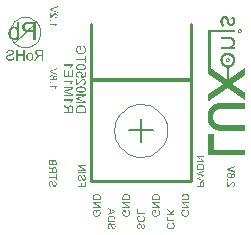
<source format=gbo>
G04*
G04 #@! TF.GenerationSoftware,Altium Limited,Altium Designer,20.0.13 (296)*
G04*
G04 Layer_Color=32896*
%FSLAX44Y44*%
%MOMM*%
G71*
G01*
G75*
%ADD11C,0.2500*%
%ADD12C,0.2000*%
%ADD63C,0.1000*%
%ADD64C,0.1080*%
G36*
X71633Y-139372D02*
X71920D01*
Y-139413D01*
X72084D01*
Y-139454D01*
X72248D01*
Y-139495D01*
X72371D01*
Y-139536D01*
X72453D01*
Y-139577D01*
X72535D01*
Y-139618D01*
X72658D01*
Y-139658D01*
X72699D01*
Y-139700D01*
X72781D01*
Y-139740D01*
X72863D01*
Y-139782D01*
X72904D01*
Y-139823D01*
X72986D01*
Y-139864D01*
X73027D01*
Y-139904D01*
X73068D01*
Y-139945D01*
X73150D01*
Y-139987D01*
X73191D01*
Y-140028D01*
X73232D01*
Y-140069D01*
X73273D01*
Y-140110D01*
X73314D01*
Y-140150D01*
X73355D01*
Y-140192D01*
X73396D01*
Y-140232D01*
X73437D01*
Y-140274D01*
X73478D01*
Y-140315D01*
X73519D01*
Y-140356D01*
X73560D01*
Y-140396D01*
X73601D01*
Y-140478D01*
X73642D01*
Y-140520D01*
X73683D01*
Y-140561D01*
X73724D01*
Y-140642D01*
X73765D01*
Y-140725D01*
X73806D01*
Y-140765D01*
X73847D01*
Y-140848D01*
X73888D01*
Y-140889D01*
X73929D01*
Y-140970D01*
X73970D01*
Y-141053D01*
X74011D01*
Y-141135D01*
X74052D01*
Y-141216D01*
X74093D01*
Y-141340D01*
X74134D01*
Y-141421D01*
X74175D01*
Y-141545D01*
X74216D01*
Y-141627D01*
X74257D01*
Y-141749D01*
X74298D01*
Y-141872D01*
X74339D01*
Y-141995D01*
X74380D01*
Y-142160D01*
X74421D01*
Y-142323D01*
X74462D01*
Y-142487D01*
X74503D01*
Y-142651D01*
X74544D01*
Y-142774D01*
X74585D01*
Y-142979D01*
X74626D01*
Y-143184D01*
X74667D01*
Y-143430D01*
X74708D01*
Y-143594D01*
X74749D01*
Y-143799D01*
X74790D01*
Y-143963D01*
X74831D01*
Y-144127D01*
X74872D01*
Y-144291D01*
X74913D01*
Y-144414D01*
X74954D01*
Y-144578D01*
X74995D01*
Y-144660D01*
X75036D01*
Y-144783D01*
X75077D01*
Y-144906D01*
X75118D01*
Y-145029D01*
X75159D01*
Y-145111D01*
X75200D01*
Y-145193D01*
X75241D01*
Y-145275D01*
X75282D01*
Y-145357D01*
X75323D01*
Y-145439D01*
X75364D01*
Y-145521D01*
X75405D01*
Y-145562D01*
X75446D01*
Y-145644D01*
X75487D01*
Y-145685D01*
X75528D01*
Y-145726D01*
X75569D01*
Y-145767D01*
X75610D01*
Y-145849D01*
X75651D01*
Y-145890D01*
X75692D01*
Y-145931D01*
X75774D01*
Y-145972D01*
X75815D01*
Y-146013D01*
X75897D01*
Y-146054D01*
X75938D01*
Y-146095D01*
X76061D01*
Y-146136D01*
X76266D01*
Y-146177D01*
X76512D01*
Y-146136D01*
X76717D01*
Y-146095D01*
X76840D01*
Y-146054D01*
X76922D01*
Y-146013D01*
X77004D01*
Y-145972D01*
X77086D01*
Y-145931D01*
X77127D01*
Y-145890D01*
X77209D01*
Y-145849D01*
X77250D01*
Y-145808D01*
X77291D01*
Y-145767D01*
X77332D01*
Y-145726D01*
X77373D01*
Y-145685D01*
X77414D01*
Y-145644D01*
X77455D01*
Y-145603D01*
X77496D01*
Y-145521D01*
X77537D01*
Y-145480D01*
X77578D01*
Y-145439D01*
X77619D01*
Y-145357D01*
X77660D01*
Y-145275D01*
X77701D01*
Y-145193D01*
X77742D01*
Y-145111D01*
X77783D01*
Y-144988D01*
X77824D01*
Y-144906D01*
X77865D01*
Y-144783D01*
X77906D01*
Y-144619D01*
X77947D01*
Y-144414D01*
X77988D01*
Y-144086D01*
X78029D01*
Y-143594D01*
X77988D01*
Y-143225D01*
X77947D01*
Y-143061D01*
X77906D01*
Y-142897D01*
X77865D01*
Y-142774D01*
X77824D01*
Y-142692D01*
X77783D01*
Y-142569D01*
X77742D01*
Y-142487D01*
X77701D01*
Y-142406D01*
X77660D01*
Y-142365D01*
X77619D01*
Y-142282D01*
X77578D01*
Y-142241D01*
X77537D01*
Y-142160D01*
X77496D01*
Y-142119D01*
X77455D01*
Y-142078D01*
X77414D01*
Y-141995D01*
X77373D01*
Y-141954D01*
X77332D01*
Y-141913D01*
X77291D01*
Y-141872D01*
X77250D01*
Y-141832D01*
X77209D01*
Y-141791D01*
X77168D01*
Y-141749D01*
X77127D01*
Y-141708D01*
X77086D01*
Y-141667D01*
X77045D01*
Y-141627D01*
X77004D01*
Y-141586D01*
X76922D01*
Y-141545D01*
X76881D01*
Y-141503D01*
X76840D01*
Y-141462D01*
X76758D01*
Y-141421D01*
X76717D01*
Y-141381D01*
X76635D01*
Y-141340D01*
X76594D01*
Y-141299D01*
X76635D01*
Y-141257D01*
X76676D01*
Y-141175D01*
X76717D01*
Y-141135D01*
X76758D01*
Y-141053D01*
X76799D01*
Y-141011D01*
X76840D01*
Y-140929D01*
X76881D01*
Y-140889D01*
X76922D01*
Y-140807D01*
X76963D01*
Y-140765D01*
X77004D01*
Y-140683D01*
X77045D01*
Y-140642D01*
X77086D01*
Y-140561D01*
X77127D01*
Y-140520D01*
X77168D01*
Y-140437D01*
X77209D01*
Y-140396D01*
X77250D01*
Y-140315D01*
X77291D01*
Y-140274D01*
X77332D01*
Y-140192D01*
X77373D01*
Y-140150D01*
X77414D01*
Y-140069D01*
X77455D01*
Y-140028D01*
X77496D01*
Y-139945D01*
X77537D01*
Y-139904D01*
X77578D01*
Y-139823D01*
X77619D01*
Y-139782D01*
X77660D01*
Y-139700D01*
X77742D01*
Y-139740D01*
X77783D01*
Y-139782D01*
X77865D01*
Y-139823D01*
X77947D01*
Y-139864D01*
X77988D01*
Y-139904D01*
X78070D01*
Y-139945D01*
X78111D01*
Y-139987D01*
X78193D01*
Y-140028D01*
X78234D01*
Y-140069D01*
X78275D01*
Y-140110D01*
X78357D01*
Y-140150D01*
X78398D01*
Y-140192D01*
X78439D01*
Y-140232D01*
X78480D01*
Y-140274D01*
X78521D01*
Y-140315D01*
X78562D01*
Y-140356D01*
X78603D01*
Y-140396D01*
X78644D01*
Y-140437D01*
X78685D01*
Y-140478D01*
X78726D01*
Y-140520D01*
X78767D01*
Y-140561D01*
X78808D01*
Y-140602D01*
X78849D01*
Y-140642D01*
X78890D01*
Y-140725D01*
X78931D01*
Y-140765D01*
X78972D01*
Y-140807D01*
X79013D01*
Y-140889D01*
X79054D01*
Y-140929D01*
X79095D01*
Y-141011D01*
X79136D01*
Y-141053D01*
X79177D01*
Y-141135D01*
X79218D01*
Y-141216D01*
X79259D01*
Y-141299D01*
X79300D01*
Y-141381D01*
X79341D01*
Y-141462D01*
X79382D01*
Y-141545D01*
X79423D01*
Y-141667D01*
X79464D01*
Y-141749D01*
X79505D01*
Y-141872D01*
X79546D01*
Y-141995D01*
X79587D01*
Y-142160D01*
X79628D01*
Y-142282D01*
X79669D01*
Y-142487D01*
X79710D01*
Y-142651D01*
X79751D01*
Y-142938D01*
X79792D01*
Y-143389D01*
X79833D01*
Y-144004D01*
X79792D01*
Y-144455D01*
X79751D01*
Y-144742D01*
X79710D01*
Y-144947D01*
X79669D01*
Y-145111D01*
X79628D01*
Y-145275D01*
X79587D01*
Y-145398D01*
X79546D01*
Y-145562D01*
X79505D01*
Y-145644D01*
X79464D01*
Y-145767D01*
X79423D01*
Y-145890D01*
X79382D01*
Y-145972D01*
X79341D01*
Y-146054D01*
X79300D01*
Y-146136D01*
X79259D01*
Y-146218D01*
X79218D01*
Y-146300D01*
X79177D01*
Y-146382D01*
X79136D01*
Y-146464D01*
X79095D01*
Y-146505D01*
X79054D01*
Y-146587D01*
X79013D01*
Y-146669D01*
X78972D01*
Y-146710D01*
X78931D01*
Y-146792D01*
X78890D01*
Y-146833D01*
X78849D01*
Y-146874D01*
X78808D01*
Y-146956D01*
X78767D01*
Y-146997D01*
X78726D01*
Y-147038D01*
X78685D01*
Y-147079D01*
X78644D01*
Y-147120D01*
X78603D01*
Y-147161D01*
X78562D01*
Y-147202D01*
X78521D01*
Y-147243D01*
X78480D01*
Y-147284D01*
X78439D01*
Y-147325D01*
X78398D01*
Y-147366D01*
X78357D01*
Y-147407D01*
X78316D01*
Y-147448D01*
X78275D01*
Y-147489D01*
X78193D01*
Y-147530D01*
X78152D01*
Y-147571D01*
X78070D01*
Y-147612D01*
X78029D01*
Y-147653D01*
X77988D01*
Y-147694D01*
X77906D01*
Y-147735D01*
X77824D01*
Y-147776D01*
X77742D01*
Y-147817D01*
X77660D01*
Y-147858D01*
X77578D01*
Y-147899D01*
X77455D01*
Y-147940D01*
X77373D01*
Y-147981D01*
X77209D01*
Y-148022D01*
X77045D01*
Y-148063D01*
X76840D01*
Y-148104D01*
X75815D01*
Y-148063D01*
X75569D01*
Y-148022D01*
X75405D01*
Y-147981D01*
X75282D01*
Y-147940D01*
X75159D01*
Y-147899D01*
X75036D01*
Y-147858D01*
X74954D01*
Y-147817D01*
X74872D01*
Y-147776D01*
X74831D01*
Y-147735D01*
X74749D01*
Y-147694D01*
X74708D01*
Y-147653D01*
X74626D01*
Y-147612D01*
X74585D01*
Y-147571D01*
X74544D01*
Y-147530D01*
X74462D01*
Y-147489D01*
X74421D01*
Y-147448D01*
X74380D01*
Y-147407D01*
X74339D01*
Y-147366D01*
X74298D01*
Y-147325D01*
X74257D01*
Y-147284D01*
X74216D01*
Y-147243D01*
X74175D01*
Y-147202D01*
X74134D01*
Y-147161D01*
X74093D01*
Y-147079D01*
X74052D01*
Y-147038D01*
X74011D01*
Y-146997D01*
X73970D01*
Y-146915D01*
X73929D01*
Y-146874D01*
X73888D01*
Y-146792D01*
X73847D01*
Y-146751D01*
X73806D01*
Y-146669D01*
X73765D01*
Y-146587D01*
X73724D01*
Y-146505D01*
X73683D01*
Y-146423D01*
X73642D01*
Y-146341D01*
X73601D01*
Y-146259D01*
X73560D01*
Y-146177D01*
X73519D01*
Y-146054D01*
X73478D01*
Y-145972D01*
X73437D01*
Y-145849D01*
X73396D01*
Y-145726D01*
X73355D01*
Y-145603D01*
X73314D01*
Y-145480D01*
X73273D01*
Y-145316D01*
X73232D01*
Y-145193D01*
X73191D01*
Y-145029D01*
X73150D01*
Y-144865D01*
X73109D01*
Y-144701D01*
X73068D01*
Y-144537D01*
X73027D01*
Y-144373D01*
X72986D01*
Y-144209D01*
X72945D01*
Y-144004D01*
X72904D01*
Y-143799D01*
X72863D01*
Y-143635D01*
X72822D01*
Y-143471D01*
X72781D01*
Y-143307D01*
X72740D01*
Y-143144D01*
X72699D01*
Y-142979D01*
X72658D01*
Y-142857D01*
X72617D01*
Y-142733D01*
X72576D01*
Y-142651D01*
X72535D01*
Y-142528D01*
X72494D01*
Y-142446D01*
X72453D01*
Y-142365D01*
X72412D01*
Y-142282D01*
X72371D01*
Y-142241D01*
X72330D01*
Y-142160D01*
X72289D01*
Y-142078D01*
X72248D01*
Y-142037D01*
X72207D01*
Y-141995D01*
X72166D01*
Y-141954D01*
X72125D01*
Y-141872D01*
X72084D01*
Y-141832D01*
X72043D01*
Y-141791D01*
X72002D01*
Y-141749D01*
X71920D01*
Y-141708D01*
X71879D01*
Y-141667D01*
X71838D01*
Y-141627D01*
X71756D01*
Y-141586D01*
X71715D01*
Y-141545D01*
X71592D01*
Y-141503D01*
X71469D01*
Y-141462D01*
X71264D01*
Y-141421D01*
X70813D01*
Y-141462D01*
X70608D01*
Y-141503D01*
X70485D01*
Y-141545D01*
X70362D01*
Y-141586D01*
X70280D01*
Y-141627D01*
X70239D01*
Y-141667D01*
X70157D01*
Y-141708D01*
X70116D01*
Y-141749D01*
X70075D01*
Y-141791D01*
X70034D01*
Y-141832D01*
X69952D01*
Y-141872D01*
X69911D01*
Y-141913D01*
X69870D01*
Y-141995D01*
X69829D01*
Y-142037D01*
X69788D01*
Y-142078D01*
X69747D01*
Y-142119D01*
X69706D01*
Y-142200D01*
X69665D01*
Y-142241D01*
X69624D01*
Y-142323D01*
X69583D01*
Y-142406D01*
X69542D01*
Y-142487D01*
X69501D01*
Y-142569D01*
X69460D01*
Y-142692D01*
X69419D01*
Y-142815D01*
X69378D01*
Y-142938D01*
X69337D01*
Y-143102D01*
X69296D01*
Y-143307D01*
X69255D01*
Y-143635D01*
X69214D01*
Y-144455D01*
X69255D01*
Y-144783D01*
X69296D01*
Y-144988D01*
X69337D01*
Y-145152D01*
X69378D01*
Y-145275D01*
X69419D01*
Y-145398D01*
X69460D01*
Y-145480D01*
X69501D01*
Y-145562D01*
X69542D01*
Y-145644D01*
X69583D01*
Y-145726D01*
X69624D01*
Y-145808D01*
X69665D01*
Y-145849D01*
X69706D01*
Y-145931D01*
X69747D01*
Y-145972D01*
X69788D01*
Y-146054D01*
X69829D01*
Y-146095D01*
X69870D01*
Y-146136D01*
X69911D01*
Y-146218D01*
X69952D01*
Y-146259D01*
X69993D01*
Y-146300D01*
X70034D01*
Y-146341D01*
X70075D01*
Y-146382D01*
X70116D01*
Y-146423D01*
X70157D01*
Y-146505D01*
X70198D01*
Y-146546D01*
X70239D01*
Y-146587D01*
X70280D01*
Y-146628D01*
X70321D01*
Y-146669D01*
X70362D01*
Y-146710D01*
X70403D01*
Y-146751D01*
X70444D01*
Y-146792D01*
X70526D01*
Y-146833D01*
X70567D01*
Y-146874D01*
X70608D01*
Y-146915D01*
X70649D01*
Y-146956D01*
X70690D01*
Y-146997D01*
X70731D01*
Y-147038D01*
X70772D01*
Y-147120D01*
X70731D01*
Y-147202D01*
X70690D01*
Y-147243D01*
X70649D01*
Y-147284D01*
X70608D01*
Y-147325D01*
X70567D01*
Y-147407D01*
X70526D01*
Y-147448D01*
X70485D01*
Y-147489D01*
X70444D01*
Y-147571D01*
X70403D01*
Y-147612D01*
X70362D01*
Y-147653D01*
X70321D01*
Y-147694D01*
X70280D01*
Y-147776D01*
X70239D01*
Y-147817D01*
X70198D01*
Y-147858D01*
X70157D01*
Y-147940D01*
X70116D01*
Y-147981D01*
X70075D01*
Y-148022D01*
X70034D01*
Y-148104D01*
X69993D01*
Y-148145D01*
X69952D01*
Y-148186D01*
X69911D01*
Y-148227D01*
X69870D01*
Y-148309D01*
X69829D01*
Y-148350D01*
X69788D01*
Y-148391D01*
X69747D01*
Y-148473D01*
X69706D01*
Y-148514D01*
X69665D01*
Y-148555D01*
X69624D01*
Y-148596D01*
X69542D01*
Y-148555D01*
X69460D01*
Y-148514D01*
X69419D01*
Y-148473D01*
X69378D01*
Y-148432D01*
X69296D01*
Y-148391D01*
X69255D01*
Y-148350D01*
X69214D01*
Y-148309D01*
X69173D01*
Y-148268D01*
X69091D01*
Y-148227D01*
X69050D01*
Y-148186D01*
X69009D01*
Y-148145D01*
X68968D01*
Y-148104D01*
X68927D01*
Y-148063D01*
X68886D01*
Y-148022D01*
X68845D01*
Y-147981D01*
X68804D01*
Y-147940D01*
X68763D01*
Y-147899D01*
X68722D01*
Y-147858D01*
X68681D01*
Y-147817D01*
X68640D01*
Y-147776D01*
X68599D01*
Y-147735D01*
X68558D01*
Y-147694D01*
X68517D01*
Y-147653D01*
X68476D01*
Y-147612D01*
X68435D01*
Y-147530D01*
X68394D01*
Y-147489D01*
X68353D01*
Y-147448D01*
X68312D01*
Y-147366D01*
X68271D01*
Y-147325D01*
X68230D01*
Y-147243D01*
X68189D01*
Y-147202D01*
X68148D01*
Y-147120D01*
X68107D01*
Y-147079D01*
X68066D01*
Y-146997D01*
X68025D01*
Y-146915D01*
X67984D01*
Y-146833D01*
X67943D01*
Y-146751D01*
X67902D01*
Y-146669D01*
X67861D01*
Y-146546D01*
X67820D01*
Y-146464D01*
X67779D01*
Y-146341D01*
X67738D01*
Y-146218D01*
X67697D01*
Y-146095D01*
X67656D01*
Y-145931D01*
X67615D01*
Y-145767D01*
X67574D01*
Y-145603D01*
X67533D01*
Y-145357D01*
X67492D01*
Y-145111D01*
X67451D01*
Y-144660D01*
X67410D01*
Y-143430D01*
X67451D01*
Y-143061D01*
X67492D01*
Y-142774D01*
X67533D01*
Y-142569D01*
X67574D01*
Y-142365D01*
X67615D01*
Y-142200D01*
X67656D01*
Y-142037D01*
X67697D01*
Y-141913D01*
X67738D01*
Y-141791D01*
X67779D01*
Y-141667D01*
X67820D01*
Y-141586D01*
X67861D01*
Y-141503D01*
X67902D01*
Y-141381D01*
X67943D01*
Y-141299D01*
X67984D01*
Y-141216D01*
X68025D01*
Y-141135D01*
X68066D01*
Y-141053D01*
X68107D01*
Y-141011D01*
X68148D01*
Y-140929D01*
X68189D01*
Y-140848D01*
X68230D01*
Y-140807D01*
X68271D01*
Y-140725D01*
X68312D01*
Y-140683D01*
X68353D01*
Y-140602D01*
X68394D01*
Y-140561D01*
X68435D01*
Y-140520D01*
X68476D01*
Y-140478D01*
X68517D01*
Y-140437D01*
X68558D01*
Y-140356D01*
X68599D01*
Y-140315D01*
X68640D01*
Y-140274D01*
X68681D01*
Y-140232D01*
X68722D01*
Y-140192D01*
X68763D01*
Y-140150D01*
X68845D01*
Y-140110D01*
X68886D01*
Y-140069D01*
X68927D01*
Y-140028D01*
X68968D01*
Y-139987D01*
X69009D01*
Y-139945D01*
X69091D01*
Y-139904D01*
X69132D01*
Y-139864D01*
X69214D01*
Y-139823D01*
X69255D01*
Y-139782D01*
X69337D01*
Y-139740D01*
X69378D01*
Y-139700D01*
X69460D01*
Y-139658D01*
X69542D01*
Y-139618D01*
X69624D01*
Y-139577D01*
X69747D01*
Y-139536D01*
X69870D01*
Y-139495D01*
X69952D01*
Y-139454D01*
X70157D01*
Y-139413D01*
X70321D01*
Y-139372D01*
X70608D01*
Y-139331D01*
X71633D01*
Y-139372D01*
D02*
G37*
G36*
X84220Y-150564D02*
X84383D01*
Y-150605D01*
X84507D01*
Y-150646D01*
X84589D01*
Y-150687D01*
X84670D01*
Y-150728D01*
X84753D01*
Y-150769D01*
X84794D01*
Y-150810D01*
X84875D01*
Y-150851D01*
X84916D01*
Y-150892D01*
X84958D01*
Y-150933D01*
X84999D01*
Y-150974D01*
X85040D01*
Y-151015D01*
X85080D01*
Y-151056D01*
X85121D01*
Y-151097D01*
X85162D01*
Y-151138D01*
X85204D01*
Y-151220D01*
X85245D01*
Y-151261D01*
X85286D01*
Y-151343D01*
X85326D01*
Y-151425D01*
X85367D01*
Y-151507D01*
X85408D01*
Y-151630D01*
X85449D01*
Y-151794D01*
X85491D01*
Y-152122D01*
X85532D01*
Y-152327D01*
X85491D01*
Y-152655D01*
X85449D01*
Y-152778D01*
X85408D01*
Y-152901D01*
X85367D01*
Y-153024D01*
X85326D01*
Y-153106D01*
X85286D01*
Y-153147D01*
X85245D01*
Y-153229D01*
X85204D01*
Y-153270D01*
X85162D01*
Y-153352D01*
X85121D01*
Y-153393D01*
X85080D01*
Y-153434D01*
X85040D01*
Y-153475D01*
X84999D01*
Y-153516D01*
X84958D01*
Y-153557D01*
X84916D01*
Y-153598D01*
X84834D01*
Y-153639D01*
X84794D01*
Y-153680D01*
X84712D01*
Y-153721D01*
X84629D01*
Y-153762D01*
X84548D01*
Y-153803D01*
X84466D01*
Y-153844D01*
X84342D01*
Y-153885D01*
X84137D01*
Y-153926D01*
X83523D01*
Y-153885D01*
X83318D01*
Y-153844D01*
X83195D01*
Y-153803D01*
X83113D01*
Y-153762D01*
X83031D01*
Y-153721D01*
X82949D01*
Y-153680D01*
X82867D01*
Y-153639D01*
X82826D01*
Y-153598D01*
X82744D01*
Y-153557D01*
X82703D01*
Y-153516D01*
X82662D01*
Y-153475D01*
X82621D01*
Y-153434D01*
X82580D01*
Y-153393D01*
X82539D01*
Y-153352D01*
X82498D01*
Y-153270D01*
X82457D01*
Y-153229D01*
X82416D01*
Y-153147D01*
X82375D01*
Y-153106D01*
X82334D01*
Y-153024D01*
X82293D01*
Y-152901D01*
X82252D01*
Y-152819D01*
X82211D01*
Y-152655D01*
X82170D01*
Y-152368D01*
X82129D01*
Y-152081D01*
X82170D01*
Y-151794D01*
X82211D01*
Y-151630D01*
X82252D01*
Y-151507D01*
X82293D01*
Y-151425D01*
X82334D01*
Y-151343D01*
X82375D01*
Y-151261D01*
X82416D01*
Y-151220D01*
X82457D01*
Y-151138D01*
X82498D01*
Y-151097D01*
X82539D01*
Y-151056D01*
X82580D01*
Y-151015D01*
X82621D01*
Y-150974D01*
X82662D01*
Y-150933D01*
X82703D01*
Y-150892D01*
X82744D01*
Y-150851D01*
X82785D01*
Y-150810D01*
X82867D01*
Y-150769D01*
X82908D01*
Y-150728D01*
X82990D01*
Y-150687D01*
X83072D01*
Y-150646D01*
X83154D01*
Y-150605D01*
X83277D01*
Y-150564D01*
X83441D01*
Y-150523D01*
X84220D01*
Y-150564D01*
D02*
G37*
G36*
X75487Y-157165D02*
X75938D01*
Y-157206D01*
X76266D01*
Y-157247D01*
X76430D01*
Y-157288D01*
X76635D01*
Y-157329D01*
X76799D01*
Y-157370D01*
X76963D01*
Y-157411D01*
X77086D01*
Y-157452D01*
X77209D01*
Y-157493D01*
X77332D01*
Y-157534D01*
X77414D01*
Y-157575D01*
X77496D01*
Y-157616D01*
X77619D01*
Y-157657D01*
X77701D01*
Y-157698D01*
X77783D01*
Y-157739D01*
X77824D01*
Y-157780D01*
X77906D01*
Y-157821D01*
X77988D01*
Y-157862D01*
X78029D01*
Y-157903D01*
X78111D01*
Y-157944D01*
X78152D01*
Y-157985D01*
X78234D01*
Y-158026D01*
X78275D01*
Y-158067D01*
X78357D01*
Y-158108D01*
X78398D01*
Y-158149D01*
X78439D01*
Y-158190D01*
X78480D01*
Y-158231D01*
X78521D01*
Y-158272D01*
X78562D01*
Y-158313D01*
X78603D01*
Y-158354D01*
X78644D01*
Y-158395D01*
X78685D01*
Y-158436D01*
X78726D01*
Y-158477D01*
X78767D01*
Y-158518D01*
X78808D01*
Y-158559D01*
X78849D01*
Y-158600D01*
X78890D01*
Y-158641D01*
X78931D01*
Y-158723D01*
X78972D01*
Y-158764D01*
X79013D01*
Y-158805D01*
X79054D01*
Y-158887D01*
X79095D01*
Y-158928D01*
X79136D01*
Y-159010D01*
X79177D01*
Y-159051D01*
X79218D01*
Y-159133D01*
X79259D01*
Y-159215D01*
X79300D01*
Y-159297D01*
X79341D01*
Y-159379D01*
X79382D01*
Y-159461D01*
X79423D01*
Y-159543D01*
X79464D01*
Y-159625D01*
X79505D01*
Y-159748D01*
X79546D01*
Y-159871D01*
X79587D01*
Y-159994D01*
X79628D01*
Y-160158D01*
X79669D01*
Y-160322D01*
X79710D01*
Y-160527D01*
X79751D01*
Y-160773D01*
X79792D01*
Y-161265D01*
X79833D01*
Y-161921D01*
X79792D01*
Y-162331D01*
X79751D01*
Y-162577D01*
X79710D01*
Y-162782D01*
X79669D01*
Y-162905D01*
X79628D01*
Y-163069D01*
X79587D01*
Y-163192D01*
X79546D01*
Y-163315D01*
X79505D01*
Y-163397D01*
X79464D01*
Y-163519D01*
X79423D01*
Y-163602D01*
X79382D01*
Y-163684D01*
X79341D01*
Y-163766D01*
X79300D01*
Y-163848D01*
X79259D01*
Y-163930D01*
X79218D01*
Y-164012D01*
X79177D01*
Y-164053D01*
X79136D01*
Y-164135D01*
X79095D01*
Y-164216D01*
X79054D01*
Y-164258D01*
X79013D01*
Y-164298D01*
X78972D01*
Y-164380D01*
X78931D01*
Y-164422D01*
X78890D01*
Y-164503D01*
X78849D01*
Y-164545D01*
X78808D01*
Y-164585D01*
X78767D01*
Y-164627D01*
X78726D01*
Y-164667D01*
X78685D01*
Y-164750D01*
X78644D01*
Y-164790D01*
X78603D01*
Y-164832D01*
X78562D01*
Y-164872D01*
X78521D01*
Y-164914D01*
X78480D01*
Y-164954D01*
X78439D01*
Y-164995D01*
X78357D01*
Y-165037D01*
X78316D01*
Y-165077D01*
X78275D01*
Y-165119D01*
X78234D01*
Y-165159D01*
X78193D01*
Y-165201D01*
X78111D01*
Y-165242D01*
X78070D01*
Y-165282D01*
X77988D01*
Y-165324D01*
X77947D01*
Y-165364D01*
X77865D01*
Y-165406D01*
X77824D01*
Y-165446D01*
X77742D01*
Y-165487D01*
X77660D01*
Y-165529D01*
X77578D01*
Y-165611D01*
X78357D01*
Y-165651D01*
X79505D01*
Y-167537D01*
X79218D01*
Y-167496D01*
X78357D01*
Y-167455D01*
X77537D01*
Y-167414D01*
X67697D01*
Y-165446D01*
X74257D01*
Y-165406D01*
X74626D01*
Y-165364D01*
X74872D01*
Y-165324D01*
X75077D01*
Y-165282D01*
X75241D01*
Y-165242D01*
X75405D01*
Y-165201D01*
X75569D01*
Y-165159D01*
X75651D01*
Y-165119D01*
X75774D01*
Y-165077D01*
X75897D01*
Y-165037D01*
X75979D01*
Y-164995D01*
X76102D01*
Y-164954D01*
X76184D01*
Y-164914D01*
X76266D01*
Y-164872D01*
X76348D01*
Y-164832D01*
X76389D01*
Y-164790D01*
X76471D01*
Y-164750D01*
X76553D01*
Y-164708D01*
X76594D01*
Y-164667D01*
X76676D01*
Y-164627D01*
X76717D01*
Y-164585D01*
X76799D01*
Y-164545D01*
X76840D01*
Y-164503D01*
X76881D01*
Y-164463D01*
X76922D01*
Y-164422D01*
X76963D01*
Y-164380D01*
X77004D01*
Y-164340D01*
X77086D01*
Y-164298D01*
X77127D01*
Y-164258D01*
X77168D01*
Y-164216D01*
X77209D01*
Y-164135D01*
X77250D01*
Y-164093D01*
X77291D01*
Y-164053D01*
X77332D01*
Y-164012D01*
X77373D01*
Y-163930D01*
X77414D01*
Y-163888D01*
X77455D01*
Y-163807D01*
X77496D01*
Y-163766D01*
X77537D01*
Y-163684D01*
X77578D01*
Y-163643D01*
X77619D01*
Y-163561D01*
X77660D01*
Y-163479D01*
X77701D01*
Y-163356D01*
X77742D01*
Y-163274D01*
X77783D01*
Y-163151D01*
X77824D01*
Y-163028D01*
X77865D01*
Y-162905D01*
X77906D01*
Y-162700D01*
X77947D01*
Y-162495D01*
X77988D01*
Y-162085D01*
X78029D01*
Y-161552D01*
X77988D01*
Y-161183D01*
X77947D01*
Y-160978D01*
X77906D01*
Y-160814D01*
X77865D01*
Y-160691D01*
X77824D01*
Y-160609D01*
X77783D01*
Y-160486D01*
X77742D01*
Y-160404D01*
X77701D01*
Y-160363D01*
X77660D01*
Y-160281D01*
X77619D01*
Y-160199D01*
X77578D01*
Y-160158D01*
X77537D01*
Y-160117D01*
X77496D01*
Y-160035D01*
X77455D01*
Y-159994D01*
X77414D01*
Y-159953D01*
X77373D01*
Y-159912D01*
X77332D01*
Y-159871D01*
X77291D01*
Y-159830D01*
X77250D01*
Y-159789D01*
X77209D01*
Y-159748D01*
X77127D01*
Y-159707D01*
X77086D01*
Y-159666D01*
X77004D01*
Y-159625D01*
X76963D01*
Y-159584D01*
X76881D01*
Y-159543D01*
X76840D01*
Y-159502D01*
X76758D01*
Y-159461D01*
X76635D01*
Y-159420D01*
X76553D01*
Y-159379D01*
X76471D01*
Y-159338D01*
X76348D01*
Y-159297D01*
X76225D01*
Y-159256D01*
X76102D01*
Y-159215D01*
X75938D01*
Y-159174D01*
X75692D01*
Y-159133D01*
X75405D01*
Y-159092D01*
X67697D01*
Y-157124D01*
X75487D01*
Y-157165D01*
D02*
G37*
G36*
X79505Y-153188D02*
X59170D01*
Y-183486D01*
X59211D01*
Y-183527D01*
X59251D01*
Y-183568D01*
X59334D01*
Y-183609D01*
X59375D01*
Y-183650D01*
X59416D01*
Y-183691D01*
X59498D01*
Y-183732D01*
X59539D01*
Y-183773D01*
X59620D01*
Y-183814D01*
X59662D01*
Y-183855D01*
X59744D01*
Y-183896D01*
X59785D01*
Y-183937D01*
X59826D01*
Y-183978D01*
X59908D01*
Y-184019D01*
X59949D01*
Y-184060D01*
X60030D01*
Y-184101D01*
X60072D01*
Y-184142D01*
X60154D01*
Y-184183D01*
X60195D01*
Y-184224D01*
X60236D01*
Y-184265D01*
X60318D01*
Y-184306D01*
X60359D01*
Y-184347D01*
X60441D01*
Y-184388D01*
X60482D01*
Y-184429D01*
X60564D01*
Y-184470D01*
X60605D01*
Y-184511D01*
X60686D01*
Y-184552D01*
X60728D01*
Y-184593D01*
X60768D01*
Y-184634D01*
X60851D01*
Y-184675D01*
X60891D01*
Y-184716D01*
X60974D01*
Y-184757D01*
X61014D01*
Y-184798D01*
X61097D01*
Y-184839D01*
X61137D01*
Y-184880D01*
X61178D01*
Y-184921D01*
X61260D01*
Y-184962D01*
X61301D01*
Y-185003D01*
X61384D01*
Y-185044D01*
X61424D01*
Y-185085D01*
X61507D01*
Y-185126D01*
X61547D01*
Y-185167D01*
X61589D01*
Y-185208D01*
X61670D01*
Y-185249D01*
X61712D01*
Y-185290D01*
X61793D01*
Y-185331D01*
X61834D01*
Y-185372D01*
X61916D01*
Y-185413D01*
X61958D01*
Y-185454D01*
X61999D01*
Y-185495D01*
X62080D01*
Y-185536D01*
X62121D01*
Y-185577D01*
X62203D01*
Y-185618D01*
X62245D01*
Y-185659D01*
X62326D01*
Y-185700D01*
X62368D01*
Y-185741D01*
X62408D01*
Y-185782D01*
X62490D01*
Y-185823D01*
X62531D01*
Y-185864D01*
X62613D01*
Y-185905D01*
X62654D01*
Y-185946D01*
X62737D01*
Y-185987D01*
X62777D01*
Y-186028D01*
X62818D01*
Y-186069D01*
X62900D01*
Y-186110D01*
X62941D01*
Y-186151D01*
X63023D01*
Y-186192D01*
X63064D01*
Y-186233D01*
X63146D01*
Y-186274D01*
X63187D01*
Y-186315D01*
X63228D01*
Y-186356D01*
X63310D01*
Y-186397D01*
X63351D01*
Y-186438D01*
X63433D01*
Y-186479D01*
X63474D01*
Y-186520D01*
X63556D01*
Y-186561D01*
X63597D01*
Y-186602D01*
X63638D01*
Y-186643D01*
X63720D01*
Y-186684D01*
X63761D01*
Y-186725D01*
X63843D01*
Y-186766D01*
X63884D01*
Y-186807D01*
X63966D01*
Y-186848D01*
X64007D01*
Y-186889D01*
X64048D01*
Y-186930D01*
X64130D01*
Y-186971D01*
X64171D01*
Y-187012D01*
X64253D01*
Y-187053D01*
X64294D01*
Y-187094D01*
X64376D01*
Y-187135D01*
X64417D01*
Y-187176D01*
X64458D01*
Y-187216D01*
X64540D01*
Y-187258D01*
X64581D01*
Y-187299D01*
X64663D01*
Y-187340D01*
X64704D01*
Y-187381D01*
X64786D01*
Y-187422D01*
X64827D01*
Y-187463D01*
X64868D01*
Y-187504D01*
X64950D01*
Y-187545D01*
X64991D01*
Y-187586D01*
X65073D01*
Y-187626D01*
X65114D01*
Y-187668D01*
X65196D01*
Y-187708D01*
X65237D01*
Y-187750D01*
X65278D01*
Y-187791D01*
X65360D01*
Y-187832D01*
X65401D01*
Y-187873D01*
X65483D01*
Y-187913D01*
X65524D01*
Y-187955D01*
X65606D01*
Y-187995D01*
X65647D01*
Y-188036D01*
X65688D01*
Y-188078D01*
X65770D01*
Y-188118D01*
X65811D01*
Y-188160D01*
X65893D01*
Y-188200D01*
X65934D01*
Y-188242D01*
X66016D01*
Y-188283D01*
X66057D01*
Y-188323D01*
X66098D01*
Y-188365D01*
X66180D01*
Y-188405D01*
X66221D01*
Y-188447D01*
X66303D01*
Y-188487D01*
X66344D01*
Y-188528D01*
X66426D01*
Y-188570D01*
X66467D01*
Y-188610D01*
X66508D01*
Y-188652D01*
X66590D01*
Y-188692D01*
X66631D01*
Y-188734D01*
X66713D01*
Y-188775D01*
X66754D01*
Y-188815D01*
X66836D01*
Y-188857D01*
X66877D01*
Y-188897D01*
X66918D01*
Y-188939D01*
X67000D01*
Y-188979D01*
X67041D01*
Y-189021D01*
X67123D01*
Y-189062D01*
X67164D01*
Y-189102D01*
X67246D01*
Y-189144D01*
X67287D01*
Y-189184D01*
X67328D01*
Y-189226D01*
X67410D01*
Y-189266D01*
X67451D01*
Y-189307D01*
X67533D01*
Y-189349D01*
X67574D01*
Y-189389D01*
X67656D01*
Y-189431D01*
X67697D01*
Y-189471D01*
X67738D01*
Y-189513D01*
X67820D01*
Y-189554D01*
X67861D01*
Y-189594D01*
X67943D01*
Y-189636D01*
X67984D01*
Y-189676D01*
X68066D01*
Y-189718D01*
X68107D01*
Y-189758D01*
X68148D01*
Y-189799D01*
X68230D01*
Y-189841D01*
X68271D01*
Y-189881D01*
X68353D01*
Y-189923D01*
X68394D01*
Y-189963D01*
X68476D01*
Y-190004D01*
X68517D01*
Y-190045D01*
X68558D01*
Y-190086D01*
X68640D01*
Y-190127D01*
X68681D01*
Y-190168D01*
X68763D01*
Y-190209D01*
X68804D01*
Y-190250D01*
X68886D01*
Y-190292D01*
X68927D01*
Y-190332D01*
X68968D01*
Y-190373D01*
X69050D01*
Y-190415D01*
X69091D01*
Y-190455D01*
X69173D01*
Y-190496D01*
X69214D01*
Y-190537D01*
X69296D01*
Y-190578D01*
X69337D01*
Y-190619D01*
X69378D01*
Y-190660D01*
X69460D01*
Y-190701D01*
X69501D01*
Y-190742D01*
X69583D01*
Y-190783D01*
X69624D01*
Y-190824D01*
X69706D01*
Y-190865D01*
X69747D01*
Y-190906D01*
X69788D01*
Y-190947D01*
X69870D01*
Y-190988D01*
X69911D01*
Y-191029D01*
X69993D01*
Y-191070D01*
X70034D01*
Y-191111D01*
X70116D01*
Y-191152D01*
X70157D01*
Y-191193D01*
X70198D01*
Y-191234D01*
X70280D01*
Y-191275D01*
X70321D01*
Y-191316D01*
X70403D01*
Y-191357D01*
X70444D01*
Y-191398D01*
X70526D01*
Y-191439D01*
X70567D01*
Y-191480D01*
X70608D01*
Y-191521D01*
X70690D01*
Y-191562D01*
X70731D01*
Y-191603D01*
X70813D01*
Y-191644D01*
X70854D01*
Y-191685D01*
X70936D01*
Y-191726D01*
X70977D01*
Y-191767D01*
X71018D01*
Y-191808D01*
X71100D01*
Y-191849D01*
X71141D01*
Y-191890D01*
X71223D01*
Y-191931D01*
X71264D01*
Y-191972D01*
X71346D01*
Y-192013D01*
X71387D01*
Y-192054D01*
X71428D01*
Y-192095D01*
X71510D01*
Y-192136D01*
X71551D01*
Y-192177D01*
X71633D01*
Y-192218D01*
X71674D01*
Y-192259D01*
X71756D01*
Y-192300D01*
X71797D01*
Y-192341D01*
X71838D01*
Y-192382D01*
X71920D01*
Y-192423D01*
X71961D01*
Y-192464D01*
X72043D01*
Y-192505D01*
X72084D01*
Y-192546D01*
X72166D01*
Y-192587D01*
X72207D01*
Y-192628D01*
X72248D01*
Y-192669D01*
X72330D01*
Y-192710D01*
X72371D01*
Y-192751D01*
X72453D01*
Y-192792D01*
X72494D01*
Y-192833D01*
X72576D01*
Y-192874D01*
X72658D01*
Y-183035D01*
X72494D01*
Y-182994D01*
X72248D01*
Y-182953D01*
X72043D01*
Y-182912D01*
X71879D01*
Y-182871D01*
X71715D01*
Y-182830D01*
X71592D01*
Y-182789D01*
X71469D01*
Y-182748D01*
X71346D01*
Y-182707D01*
X71223D01*
Y-182666D01*
X71141D01*
Y-182625D01*
X71018D01*
Y-182584D01*
X70936D01*
Y-182543D01*
X70854D01*
Y-182502D01*
X70772D01*
Y-182461D01*
X70690D01*
Y-182420D01*
X70608D01*
Y-182379D01*
X70526D01*
Y-182338D01*
X70444D01*
Y-182297D01*
X70403D01*
Y-182256D01*
X70321D01*
Y-182215D01*
X70239D01*
Y-182174D01*
X70198D01*
Y-182133D01*
X70116D01*
Y-182092D01*
X70075D01*
Y-182051D01*
X69993D01*
Y-182010D01*
X69952D01*
Y-181969D01*
X69870D01*
Y-181928D01*
X69829D01*
Y-181887D01*
X69747D01*
Y-181846D01*
X69706D01*
Y-181805D01*
X69665D01*
Y-181764D01*
X69624D01*
Y-181723D01*
X69583D01*
Y-181682D01*
X69501D01*
Y-181641D01*
X69460D01*
Y-181600D01*
X69419D01*
Y-181559D01*
X69378D01*
Y-181518D01*
X69337D01*
Y-181477D01*
X69296D01*
Y-181436D01*
X69255D01*
Y-181395D01*
X69214D01*
Y-181354D01*
X69132D01*
Y-181272D01*
X69091D01*
Y-181231D01*
X69050D01*
Y-181190D01*
X69009D01*
Y-181149D01*
X68968D01*
Y-181108D01*
X68927D01*
Y-181067D01*
X68886D01*
Y-181026D01*
X68845D01*
Y-180985D01*
X68804D01*
Y-180903D01*
X68763D01*
Y-180862D01*
X68722D01*
Y-180821D01*
X68681D01*
Y-180780D01*
X68640D01*
Y-180698D01*
X68599D01*
Y-180657D01*
X68558D01*
Y-180616D01*
X68517D01*
Y-180534D01*
X68476D01*
Y-180452D01*
X68435D01*
Y-180411D01*
X68394D01*
Y-180329D01*
X68353D01*
Y-180288D01*
X68312D01*
Y-180206D01*
X68271D01*
Y-180165D01*
X68230D01*
Y-180083D01*
X68189D01*
Y-180001D01*
X68148D01*
Y-179919D01*
X68107D01*
Y-179837D01*
X68066D01*
Y-179755D01*
X68025D01*
Y-179673D01*
X67984D01*
Y-179591D01*
X67943D01*
Y-179468D01*
X67902D01*
Y-179386D01*
X67861D01*
Y-179263D01*
X67820D01*
Y-179140D01*
X67779D01*
Y-179017D01*
X67738D01*
Y-178894D01*
X67697D01*
Y-178771D01*
X67656D01*
Y-178607D01*
X67615D01*
Y-178484D01*
X67574D01*
Y-178279D01*
X67533D01*
Y-178033D01*
X67492D01*
Y-177828D01*
X67451D01*
Y-177336D01*
X67410D01*
Y-176229D01*
X67451D01*
Y-175778D01*
X67492D01*
Y-175573D01*
X67533D01*
Y-175327D01*
X67574D01*
Y-175122D01*
X67615D01*
Y-174958D01*
X67656D01*
Y-174835D01*
X67697D01*
Y-174671D01*
X67738D01*
Y-174548D01*
X67779D01*
Y-174425D01*
X67820D01*
Y-174343D01*
X67861D01*
Y-174220D01*
X67902D01*
Y-174138D01*
X67943D01*
Y-174015D01*
X67984D01*
Y-173933D01*
X68025D01*
Y-173851D01*
X68066D01*
Y-173769D01*
X68107D01*
Y-173687D01*
X68148D01*
Y-173605D01*
X68189D01*
Y-173523D01*
X68230D01*
Y-173441D01*
X68271D01*
Y-173400D01*
X68312D01*
Y-173318D01*
X68353D01*
Y-173236D01*
X68394D01*
Y-173195D01*
X68435D01*
Y-173113D01*
X68476D01*
Y-173072D01*
X68517D01*
Y-172990D01*
X68558D01*
Y-172949D01*
X68599D01*
Y-172867D01*
X68640D01*
Y-172826D01*
X68681D01*
Y-172785D01*
X68722D01*
Y-172744D01*
X68763D01*
Y-172662D01*
X68804D01*
Y-172621D01*
X68845D01*
Y-172580D01*
X68886D01*
Y-172539D01*
X68927D01*
Y-172457D01*
X68968D01*
Y-172416D01*
X69009D01*
Y-172375D01*
X69050D01*
Y-172334D01*
X69091D01*
Y-172293D01*
X69132D01*
Y-172252D01*
X69173D01*
Y-172211D01*
X69214D01*
Y-172170D01*
X69255D01*
Y-172129D01*
X69296D01*
Y-172088D01*
X69337D01*
Y-172047D01*
X69419D01*
Y-172006D01*
X69460D01*
Y-171965D01*
X69501D01*
Y-171924D01*
X69542D01*
Y-171883D01*
X69583D01*
Y-171842D01*
X69665D01*
Y-171801D01*
X69706D01*
Y-171760D01*
X69747D01*
Y-171719D01*
X69788D01*
Y-171678D01*
X69870D01*
Y-171637D01*
X69911D01*
Y-171596D01*
X69993D01*
Y-171555D01*
X70034D01*
Y-171514D01*
X70116D01*
Y-171473D01*
X70157D01*
Y-171432D01*
X70239D01*
Y-171391D01*
X70280D01*
Y-171350D01*
X70362D01*
Y-171309D01*
X70444D01*
Y-171268D01*
X70526D01*
Y-171227D01*
X70608D01*
Y-171186D01*
X70690D01*
Y-171145D01*
X70731D01*
Y-171104D01*
X70813D01*
Y-171063D01*
X70936D01*
Y-171022D01*
X71018D01*
Y-170981D01*
X71100D01*
Y-170940D01*
X71223D01*
Y-170899D01*
X71305D01*
Y-170858D01*
X71428D01*
Y-170817D01*
X71551D01*
Y-170776D01*
X71674D01*
Y-170735D01*
X71838D01*
Y-170694D01*
X72002D01*
Y-170653D01*
X72166D01*
Y-170612D01*
X72412D01*
Y-170571D01*
X72658D01*
Y-170530D01*
X73109D01*
Y-170489D01*
X74134D01*
Y-170530D01*
X74544D01*
Y-170571D01*
X74831D01*
Y-170612D01*
X75036D01*
Y-170653D01*
X75241D01*
Y-170694D01*
X75405D01*
Y-170735D01*
X75528D01*
Y-170776D01*
X75692D01*
Y-170817D01*
X75815D01*
Y-170858D01*
X75897D01*
Y-170899D01*
X76020D01*
Y-170940D01*
X76102D01*
Y-170981D01*
X76225D01*
Y-171022D01*
X76307D01*
Y-171063D01*
X76389D01*
Y-171104D01*
X76471D01*
Y-171145D01*
X76553D01*
Y-171186D01*
X76635D01*
Y-171227D01*
X76717D01*
Y-171268D01*
X76799D01*
Y-171309D01*
X76881D01*
Y-171350D01*
X76922D01*
Y-171391D01*
X77004D01*
Y-171432D01*
X77045D01*
Y-171473D01*
X77127D01*
Y-171514D01*
X77168D01*
Y-171555D01*
X77250D01*
Y-171596D01*
X77291D01*
Y-171637D01*
X77373D01*
Y-171678D01*
X77414D01*
Y-171719D01*
X77496D01*
Y-171760D01*
X77537D01*
Y-171801D01*
X77578D01*
Y-171842D01*
X77619D01*
Y-171883D01*
X77660D01*
Y-171924D01*
X77742D01*
Y-171965D01*
X77783D01*
Y-172006D01*
X77824D01*
Y-172047D01*
X77865D01*
Y-172088D01*
X77906D01*
Y-172129D01*
X77947D01*
Y-172170D01*
X77988D01*
Y-172211D01*
X78029D01*
Y-172252D01*
X78070D01*
Y-172293D01*
X78111D01*
Y-172334D01*
X78152D01*
Y-172375D01*
X78193D01*
Y-172416D01*
X78234D01*
Y-172457D01*
X78275D01*
Y-172498D01*
X78316D01*
Y-172539D01*
X78357D01*
Y-172580D01*
X78398D01*
Y-172662D01*
X78439D01*
Y-172703D01*
X78480D01*
Y-172744D01*
X78521D01*
Y-172785D01*
X78562D01*
Y-172867D01*
X78603D01*
Y-172908D01*
X78644D01*
Y-172949D01*
X78685D01*
Y-173031D01*
X78726D01*
Y-173072D01*
X78767D01*
Y-173154D01*
X78808D01*
Y-173195D01*
X78849D01*
Y-173277D01*
X78890D01*
Y-173359D01*
X78931D01*
Y-173400D01*
X78972D01*
Y-173482D01*
X79013D01*
Y-173564D01*
X79054D01*
Y-173646D01*
X79095D01*
Y-173728D01*
X79136D01*
Y-173810D01*
X79177D01*
Y-173892D01*
X79218D01*
Y-173974D01*
X79259D01*
Y-174056D01*
X79300D01*
Y-174138D01*
X79341D01*
Y-174261D01*
X79382D01*
Y-174384D01*
X79423D01*
Y-174466D01*
X79464D01*
Y-174589D01*
X79505D01*
Y-174712D01*
X79546D01*
Y-174876D01*
X79587D01*
Y-175040D01*
X79628D01*
Y-175163D01*
X79669D01*
Y-175409D01*
X79710D01*
Y-175655D01*
X79751D01*
Y-175942D01*
X79792D01*
Y-176393D01*
X79833D01*
Y-177172D01*
X79792D01*
Y-177664D01*
X79751D01*
Y-177951D01*
X79710D01*
Y-178197D01*
X79669D01*
Y-178402D01*
X79628D01*
Y-178566D01*
X79587D01*
Y-178730D01*
X79546D01*
Y-178853D01*
X79505D01*
Y-178976D01*
X79464D01*
Y-179099D01*
X79423D01*
Y-179222D01*
X79382D01*
Y-179345D01*
X79341D01*
Y-179427D01*
X79300D01*
Y-179550D01*
X79259D01*
Y-179632D01*
X79218D01*
Y-179714D01*
X79177D01*
Y-179796D01*
X79136D01*
Y-179878D01*
X79095D01*
Y-179960D01*
X79054D01*
Y-180042D01*
X79013D01*
Y-180124D01*
X78972D01*
Y-180206D01*
X78931D01*
Y-180247D01*
X78890D01*
Y-180329D01*
X78849D01*
Y-180370D01*
X78808D01*
Y-180452D01*
X78767D01*
Y-180493D01*
X78726D01*
Y-180575D01*
X78685D01*
Y-180657D01*
X78644D01*
Y-180698D01*
X78603D01*
Y-180739D01*
X78562D01*
Y-180780D01*
X78521D01*
Y-180862D01*
X78480D01*
Y-180903D01*
X78439D01*
Y-180944D01*
X78398D01*
Y-180985D01*
X78357D01*
Y-181067D01*
X78316D01*
Y-181108D01*
X78275D01*
Y-181149D01*
X78234D01*
Y-181190D01*
X78193D01*
Y-181231D01*
X78152D01*
Y-181272D01*
X78111D01*
Y-181313D01*
X78070D01*
Y-181354D01*
X78029D01*
Y-181395D01*
X77988D01*
Y-181436D01*
X77947D01*
Y-181477D01*
X77906D01*
Y-181518D01*
X77865D01*
Y-181559D01*
X77824D01*
Y-181600D01*
X77783D01*
Y-181641D01*
X77701D01*
Y-181682D01*
X77660D01*
Y-181723D01*
X77619D01*
Y-181764D01*
X77578D01*
Y-181805D01*
X77537D01*
Y-181846D01*
X77455D01*
Y-181887D01*
X77414D01*
Y-181928D01*
X77373D01*
Y-181969D01*
X77291D01*
Y-182010D01*
X77250D01*
Y-182051D01*
X77168D01*
Y-182092D01*
X77127D01*
Y-182133D01*
X77045D01*
Y-182174D01*
X77004D01*
Y-182215D01*
X76922D01*
Y-182256D01*
X76840D01*
Y-182297D01*
X76758D01*
Y-182338D01*
X76676D01*
Y-182379D01*
X76635D01*
Y-182420D01*
X76553D01*
Y-182461D01*
X76471D01*
Y-182502D01*
X76389D01*
Y-182543D01*
X76266D01*
Y-182584D01*
X76184D01*
Y-182625D01*
X76102D01*
Y-182666D01*
X75979D01*
Y-182707D01*
X75897D01*
Y-182748D01*
X75774D01*
Y-182789D01*
X75651D01*
Y-182830D01*
X75487D01*
Y-182871D01*
X75323D01*
Y-182912D01*
X75159D01*
Y-182953D01*
X74954D01*
Y-182994D01*
X74749D01*
Y-183035D01*
X74585D01*
Y-192792D01*
X74667D01*
Y-192751D01*
X74708D01*
Y-192710D01*
X74790D01*
Y-192669D01*
X74831D01*
Y-192628D01*
X74872D01*
Y-192587D01*
X74954D01*
Y-192546D01*
X74995D01*
Y-192505D01*
X75077D01*
Y-192464D01*
X75118D01*
Y-192423D01*
X75159D01*
Y-192382D01*
X75241D01*
Y-192341D01*
X75282D01*
Y-192300D01*
X75364D01*
Y-192259D01*
X75405D01*
Y-192218D01*
X75487D01*
Y-192177D01*
X75528D01*
Y-192136D01*
X75569D01*
Y-192095D01*
X75651D01*
Y-192054D01*
X75692D01*
Y-192013D01*
X75774D01*
Y-191972D01*
X75815D01*
Y-191931D01*
X75856D01*
Y-191890D01*
X75938D01*
Y-191849D01*
X75979D01*
Y-191808D01*
X76061D01*
Y-191767D01*
X76102D01*
Y-191726D01*
X76143D01*
Y-191685D01*
X76225D01*
Y-191644D01*
X76266D01*
Y-191603D01*
X76348D01*
Y-191562D01*
X76389D01*
Y-191521D01*
X76430D01*
Y-191480D01*
X76512D01*
Y-191439D01*
X76553D01*
Y-191398D01*
X76635D01*
Y-191357D01*
X76676D01*
Y-191316D01*
X76758D01*
Y-191275D01*
X76799D01*
Y-191234D01*
X76840D01*
Y-191193D01*
X76922D01*
Y-191152D01*
X76963D01*
Y-191111D01*
X77045D01*
Y-191070D01*
X77086D01*
Y-191029D01*
X77127D01*
Y-190988D01*
X77209D01*
Y-190947D01*
X77250D01*
Y-190906D01*
X77332D01*
Y-190865D01*
X77373D01*
Y-190824D01*
X77414D01*
Y-190783D01*
X77496D01*
Y-190742D01*
X77537D01*
Y-190701D01*
X77619D01*
Y-190660D01*
X77660D01*
Y-190619D01*
X77701D01*
Y-190578D01*
X77783D01*
Y-190537D01*
X77824D01*
Y-190496D01*
X77906D01*
Y-190455D01*
X77947D01*
Y-190415D01*
X77988D01*
Y-190373D01*
X78070D01*
Y-190332D01*
X78111D01*
Y-190292D01*
X78193D01*
Y-190250D01*
X78234D01*
Y-190209D01*
X78316D01*
Y-190168D01*
X78357D01*
Y-190127D01*
X78398D01*
Y-190086D01*
X78480D01*
Y-190045D01*
X78521D01*
Y-190004D01*
X78603D01*
Y-189963D01*
X78644D01*
Y-189923D01*
X78685D01*
Y-189881D01*
X78767D01*
Y-189841D01*
X78808D01*
Y-189799D01*
X78890D01*
Y-189758D01*
X78931D01*
Y-189718D01*
X78972D01*
Y-189676D01*
X79054D01*
Y-189636D01*
X79095D01*
Y-189594D01*
X79177D01*
Y-189554D01*
X79218D01*
Y-189513D01*
X79259D01*
Y-189471D01*
X79341D01*
Y-189431D01*
X79382D01*
Y-189389D01*
X79464D01*
Y-189349D01*
X79505D01*
Y-189307D01*
X79546D01*
Y-189266D01*
X79628D01*
Y-189226D01*
X79669D01*
Y-189184D01*
X79751D01*
Y-189144D01*
X79792D01*
Y-189102D01*
X79874D01*
Y-189062D01*
X79915D01*
Y-189021D01*
X79956D01*
Y-188979D01*
X80038D01*
Y-188939D01*
X80079D01*
Y-188897D01*
X80161D01*
Y-188857D01*
X80202D01*
Y-188815D01*
X80243D01*
Y-188775D01*
X80325D01*
Y-188734D01*
X80366D01*
Y-188692D01*
X80448D01*
Y-188652D01*
X80489D01*
Y-188610D01*
X80530D01*
Y-188570D01*
X80612D01*
Y-188528D01*
X80653D01*
Y-188487D01*
X80735D01*
Y-188447D01*
X80776D01*
Y-188405D01*
X80817D01*
Y-188365D01*
X80899D01*
Y-188323D01*
X80940D01*
Y-188283D01*
X81022D01*
Y-188242D01*
X81063D01*
Y-188200D01*
X81145D01*
Y-188160D01*
X81186D01*
Y-188118D01*
X81227D01*
Y-188078D01*
X81309D01*
Y-188036D01*
X81350D01*
Y-187995D01*
X81432D01*
Y-187955D01*
X81473D01*
Y-187913D01*
X81514D01*
Y-187873D01*
X81596D01*
Y-187832D01*
X81637D01*
Y-187791D01*
X81719D01*
Y-187750D01*
X81760D01*
Y-187708D01*
X81801D01*
Y-187668D01*
X81883D01*
Y-187626D01*
X81924D01*
Y-187586D01*
X82006D01*
Y-187545D01*
X82047D01*
Y-187504D01*
X82088D01*
Y-187463D01*
X82170D01*
Y-187422D01*
X82211D01*
Y-187381D01*
X82293D01*
Y-187340D01*
X82334D01*
Y-187299D01*
X82375D01*
Y-187258D01*
X82457D01*
Y-187216D01*
X82498D01*
Y-187176D01*
X82580D01*
Y-187135D01*
X82621D01*
Y-187094D01*
X82703D01*
Y-187053D01*
X82744D01*
Y-187012D01*
X82785D01*
Y-186971D01*
X82867D01*
Y-186930D01*
X82908D01*
Y-186889D01*
X82990D01*
Y-186848D01*
X83031D01*
Y-186807D01*
X83072D01*
Y-186766D01*
X83154D01*
Y-186725D01*
X83195D01*
Y-186684D01*
X83277D01*
Y-186643D01*
X83318D01*
Y-186602D01*
X83359D01*
Y-186561D01*
X83441D01*
Y-186520D01*
X83482D01*
Y-186479D01*
X83564D01*
Y-186438D01*
X83605D01*
Y-186397D01*
X83646D01*
Y-186356D01*
X83728D01*
Y-186315D01*
X83769D01*
Y-186274D01*
X83851D01*
Y-186233D01*
X83892D01*
Y-186192D01*
X83933D01*
Y-186151D01*
X84015D01*
Y-186110D01*
X84056D01*
Y-186069D01*
X84137D01*
Y-186028D01*
X84178D01*
Y-185987D01*
X84261D01*
Y-185946D01*
X84302D01*
Y-185905D01*
X84342D01*
Y-185864D01*
X84424D01*
Y-185823D01*
X84466D01*
Y-185782D01*
X84548D01*
Y-185741D01*
X84589D01*
Y-185700D01*
X84629D01*
Y-185659D01*
X84712D01*
Y-185618D01*
X84753D01*
Y-185577D01*
X84834D01*
Y-185536D01*
X84875D01*
Y-185495D01*
X84916D01*
Y-185454D01*
X84999D01*
Y-185413D01*
X85040D01*
Y-185372D01*
X85121D01*
Y-185331D01*
X85162D01*
Y-185290D01*
X85204D01*
Y-185249D01*
X85286D01*
Y-185208D01*
X85326D01*
Y-185167D01*
X85408D01*
Y-185126D01*
X85449D01*
Y-185085D01*
X85491D01*
Y-185044D01*
X85573D01*
Y-185003D01*
X85613D01*
Y-184962D01*
X85695D01*
Y-184921D01*
X85737D01*
Y-184880D01*
X85818D01*
Y-184839D01*
X85859D01*
Y-184798D01*
X85900D01*
Y-184757D01*
X85983D01*
Y-184716D01*
X86024D01*
Y-184675D01*
X86105D01*
Y-184634D01*
X86146D01*
Y-184593D01*
X86187D01*
Y-184552D01*
X86269D01*
Y-184511D01*
X86310D01*
Y-184470D01*
X86392D01*
Y-184429D01*
X86433D01*
Y-184388D01*
X86474D01*
Y-184347D01*
X86556D01*
Y-184306D01*
X86597D01*
Y-184265D01*
X86679D01*
Y-184224D01*
X86720D01*
Y-184183D01*
X86761D01*
Y-184142D01*
X86843D01*
Y-184101D01*
X86884D01*
Y-184060D01*
X86966D01*
Y-184019D01*
X87007D01*
Y-183978D01*
X87089D01*
Y-183937D01*
X87130D01*
Y-183896D01*
X87171D01*
Y-183855D01*
X87253D01*
Y-183814D01*
X87294D01*
Y-183773D01*
X87376D01*
Y-183732D01*
X87417D01*
Y-183691D01*
X87458D01*
Y-183650D01*
X87540D01*
Y-183609D01*
X87581D01*
Y-183568D01*
X87663D01*
Y-183527D01*
X87704D01*
Y-183486D01*
X87745D01*
Y-183445D01*
X87827D01*
Y-183404D01*
X87868D01*
Y-183363D01*
X87950D01*
Y-183322D01*
X87991D01*
Y-183281D01*
X88032D01*
Y-183240D01*
X88114D01*
Y-183199D01*
X88155D01*
Y-183158D01*
X88237D01*
Y-183117D01*
X88278D01*
Y-183076D01*
X88319D01*
Y-189307D01*
X88237D01*
Y-189349D01*
X88196D01*
Y-189389D01*
X88114D01*
Y-189431D01*
X88073D01*
Y-189471D01*
X87991D01*
Y-189513D01*
X87950D01*
Y-189554D01*
X87909D01*
Y-189594D01*
X87827D01*
Y-189636D01*
X87786D01*
Y-189676D01*
X87704D01*
Y-189718D01*
X87663D01*
Y-189758D01*
X87581D01*
Y-189799D01*
X87540D01*
Y-189841D01*
X87458D01*
Y-189881D01*
X87417D01*
Y-189923D01*
X87335D01*
Y-189963D01*
X87294D01*
Y-190004D01*
X87212D01*
Y-190045D01*
X87171D01*
Y-190086D01*
X87089D01*
Y-190127D01*
X87048D01*
Y-190168D01*
X87007D01*
Y-190209D01*
X86925D01*
Y-190250D01*
X86884D01*
Y-190292D01*
X86802D01*
Y-190332D01*
X86761D01*
Y-190373D01*
X86679D01*
Y-190415D01*
X86638D01*
Y-190455D01*
X86556D01*
Y-190496D01*
X86515D01*
Y-190537D01*
X86433D01*
Y-190578D01*
X86392D01*
Y-190619D01*
X86310D01*
Y-190660D01*
X86269D01*
Y-190701D01*
X86187D01*
Y-190742D01*
X86146D01*
Y-190783D01*
X86105D01*
Y-190824D01*
X86024D01*
Y-190865D01*
X85983D01*
Y-190906D01*
X85900D01*
Y-190947D01*
X85859D01*
Y-190988D01*
X85778D01*
Y-191029D01*
X85737D01*
Y-191070D01*
X85654D01*
Y-191111D01*
X85613D01*
Y-191152D01*
X85532D01*
Y-191193D01*
X85491D01*
Y-191234D01*
X85408D01*
Y-191275D01*
X85367D01*
Y-191316D01*
X85286D01*
Y-191357D01*
X85245D01*
Y-191398D01*
X85204D01*
Y-191439D01*
X85121D01*
Y-191480D01*
X85080D01*
Y-191521D01*
X84999D01*
Y-191562D01*
X84958D01*
Y-191603D01*
X84875D01*
Y-191644D01*
X84834D01*
Y-191685D01*
X84753D01*
Y-191726D01*
X84712D01*
Y-191767D01*
X84629D01*
Y-191808D01*
X84589D01*
Y-191849D01*
X84507D01*
Y-191890D01*
X84466D01*
Y-191931D01*
X84383D01*
Y-191972D01*
X84342D01*
Y-192013D01*
X84302D01*
Y-192054D01*
X84220D01*
Y-192095D01*
X84178D01*
Y-192136D01*
X84096D01*
Y-192177D01*
X84056D01*
Y-192218D01*
X83974D01*
Y-192259D01*
X83933D01*
Y-192300D01*
X83851D01*
Y-192341D01*
X83810D01*
Y-192382D01*
X83728D01*
Y-192423D01*
X83687D01*
Y-192464D01*
X83605D01*
Y-192505D01*
X83564D01*
Y-192546D01*
X83482D01*
Y-192587D01*
X83441D01*
Y-192628D01*
X83400D01*
Y-192669D01*
X83318D01*
Y-192710D01*
X83277D01*
Y-192751D01*
X83195D01*
Y-192792D01*
X83154D01*
Y-192833D01*
X83072D01*
Y-192874D01*
X83031D01*
Y-192915D01*
X82949D01*
Y-192956D01*
X82908D01*
Y-192997D01*
X82826D01*
Y-193038D01*
X82785D01*
Y-193079D01*
X82703D01*
Y-193120D01*
X82662D01*
Y-193161D01*
X82580D01*
Y-193202D01*
X82539D01*
Y-193243D01*
X82498D01*
Y-193284D01*
X82416D01*
Y-193325D01*
X82375D01*
Y-193366D01*
X82293D01*
Y-193407D01*
X82252D01*
Y-193448D01*
X82170D01*
Y-193489D01*
X82129D01*
Y-193530D01*
X82047D01*
Y-193571D01*
X82006D01*
Y-193612D01*
X81924D01*
Y-193653D01*
X81883D01*
Y-193694D01*
X81801D01*
Y-193735D01*
X81760D01*
Y-193776D01*
X81678D01*
Y-193817D01*
X81637D01*
Y-193858D01*
X81596D01*
Y-193899D01*
X81514D01*
Y-193940D01*
X81473D01*
Y-193981D01*
X81391D01*
Y-194022D01*
X81350D01*
Y-194063D01*
X81268D01*
Y-194104D01*
X81227D01*
Y-194145D01*
X81145D01*
Y-194186D01*
X81104D01*
Y-194227D01*
X81022D01*
Y-194268D01*
X80981D01*
Y-194309D01*
X80899D01*
Y-194350D01*
X80858D01*
Y-194391D01*
X80776D01*
Y-194432D01*
X80735D01*
Y-194473D01*
X80694D01*
Y-194514D01*
X80612D01*
Y-194555D01*
X80571D01*
Y-194596D01*
X80489D01*
Y-194637D01*
X80448D01*
Y-194678D01*
X80366D01*
Y-194719D01*
X80325D01*
Y-194760D01*
X80243D01*
Y-194801D01*
X80202D01*
Y-194842D01*
X80120D01*
Y-194883D01*
X80079D01*
Y-194924D01*
X79997D01*
Y-194965D01*
X79956D01*
Y-195006D01*
X79874D01*
Y-195047D01*
X79833D01*
Y-195088D01*
X79792D01*
Y-195129D01*
X79710D01*
Y-195170D01*
X79669D01*
Y-195211D01*
X79587D01*
Y-195252D01*
X79546D01*
Y-195293D01*
X79464D01*
Y-195334D01*
X79423D01*
Y-195375D01*
X79341D01*
Y-195416D01*
X79300D01*
Y-195457D01*
X79218D01*
Y-195498D01*
X79177D01*
Y-195539D01*
X79095D01*
Y-195580D01*
X79054D01*
Y-195621D01*
X78972D01*
Y-195662D01*
X78931D01*
Y-195703D01*
X78890D01*
Y-195744D01*
X78808D01*
Y-195785D01*
X78767D01*
Y-195826D01*
X78685D01*
Y-195867D01*
X78644D01*
Y-195908D01*
X78562D01*
Y-195949D01*
X78521D01*
Y-195990D01*
X78439D01*
Y-196031D01*
X78398D01*
Y-196072D01*
X78316D01*
Y-196113D01*
X78275D01*
Y-196154D01*
X78193D01*
Y-196195D01*
X78152D01*
Y-196236D01*
X78070D01*
Y-196277D01*
X78029D01*
Y-196318D01*
X77988D01*
Y-196359D01*
X77906D01*
Y-196400D01*
X77865D01*
Y-196441D01*
X77783D01*
Y-196482D01*
X77742D01*
Y-196523D01*
X77660D01*
Y-196564D01*
X77619D01*
Y-196605D01*
X77537D01*
Y-196646D01*
X77496D01*
Y-196687D01*
X77414D01*
Y-196728D01*
X77373D01*
Y-196769D01*
X77291D01*
Y-196810D01*
X77332D01*
Y-196851D01*
X77373D01*
Y-196892D01*
X77455D01*
Y-196933D01*
X77496D01*
Y-196974D01*
X77578D01*
Y-197015D01*
X77619D01*
Y-197056D01*
X77701D01*
Y-197097D01*
X77742D01*
Y-197138D01*
X77783D01*
Y-197179D01*
X77865D01*
Y-197220D01*
X77906D01*
Y-197261D01*
X77988D01*
Y-197302D01*
X78029D01*
Y-197343D01*
X78111D01*
Y-197384D01*
X78152D01*
Y-197425D01*
X78234D01*
Y-197466D01*
X78275D01*
Y-197507D01*
X78357D01*
Y-197548D01*
X78398D01*
Y-197589D01*
X78439D01*
Y-197630D01*
X78521D01*
Y-197671D01*
X78562D01*
Y-197712D01*
X78644D01*
Y-197753D01*
X78685D01*
Y-197794D01*
X78767D01*
Y-197835D01*
X78808D01*
Y-197876D01*
X78890D01*
Y-197917D01*
X78931D01*
Y-197958D01*
X78972D01*
Y-197999D01*
X79054D01*
Y-198040D01*
X79095D01*
Y-198081D01*
X79177D01*
Y-198122D01*
X79218D01*
Y-198163D01*
X79300D01*
Y-198204D01*
X79341D01*
Y-198245D01*
X79423D01*
Y-198286D01*
X79464D01*
Y-198327D01*
X79546D01*
Y-198368D01*
X79587D01*
Y-198409D01*
X79628D01*
Y-198450D01*
X79710D01*
Y-198491D01*
X79751D01*
Y-198532D01*
X79833D01*
Y-198573D01*
X79874D01*
Y-198614D01*
X79956D01*
Y-198655D01*
X79997D01*
Y-198696D01*
X80079D01*
Y-198737D01*
X80120D01*
Y-198778D01*
X80202D01*
Y-198819D01*
X80243D01*
Y-198860D01*
X80284D01*
Y-198901D01*
X80366D01*
Y-198942D01*
X80407D01*
Y-198983D01*
X80489D01*
Y-199024D01*
X80530D01*
Y-199065D01*
X80612D01*
Y-199106D01*
X80653D01*
Y-199147D01*
X80735D01*
Y-199188D01*
X80776D01*
Y-199229D01*
X80817D01*
Y-199270D01*
X80899D01*
Y-199311D01*
X80940D01*
Y-199352D01*
X81022D01*
Y-199393D01*
X81063D01*
Y-199434D01*
X81145D01*
Y-199475D01*
X81186D01*
Y-199516D01*
X81268D01*
Y-199557D01*
X81309D01*
Y-199598D01*
X81391D01*
Y-199639D01*
X81432D01*
Y-199680D01*
X81473D01*
Y-199721D01*
X81555D01*
Y-199762D01*
X81596D01*
Y-199803D01*
X81678D01*
Y-199844D01*
X81719D01*
Y-199885D01*
X81801D01*
Y-199926D01*
X81842D01*
Y-199967D01*
X81924D01*
Y-200008D01*
X81965D01*
Y-200049D01*
X82006D01*
Y-200090D01*
X82088D01*
Y-200131D01*
X82129D01*
Y-200172D01*
X82211D01*
Y-200213D01*
X82252D01*
Y-200254D01*
X82334D01*
Y-200295D01*
X82375D01*
Y-200336D01*
X82457D01*
Y-200377D01*
X82498D01*
Y-200418D01*
X82580D01*
Y-200459D01*
X82621D01*
Y-200500D01*
X82662D01*
Y-200541D01*
X82744D01*
Y-200582D01*
X82785D01*
Y-200623D01*
X82867D01*
Y-200664D01*
X82908D01*
Y-200705D01*
X82990D01*
Y-200746D01*
X83031D01*
Y-200787D01*
X83113D01*
Y-200828D01*
X83154D01*
Y-200869D01*
X83236D01*
Y-200910D01*
X83277D01*
Y-200951D01*
X83318D01*
Y-200992D01*
X83400D01*
Y-201033D01*
X83441D01*
Y-201074D01*
X83523D01*
Y-201115D01*
X83564D01*
Y-201156D01*
X83646D01*
Y-201197D01*
X83687D01*
Y-201238D01*
X83769D01*
Y-201279D01*
X83810D01*
Y-201320D01*
X83851D01*
Y-201361D01*
X83933D01*
Y-201402D01*
X83974D01*
Y-201443D01*
X84056D01*
Y-201484D01*
X84096D01*
Y-201525D01*
X84178D01*
Y-201566D01*
X84220D01*
Y-201607D01*
X84302D01*
Y-201648D01*
X84342D01*
Y-201689D01*
X84424D01*
Y-201730D01*
X84466D01*
Y-201771D01*
X84507D01*
Y-201812D01*
X84589D01*
Y-201853D01*
X84629D01*
Y-201894D01*
X84712D01*
Y-201935D01*
X84753D01*
Y-201976D01*
X84834D01*
Y-202017D01*
X84875D01*
Y-202058D01*
X84958D01*
Y-202099D01*
X84999D01*
Y-202140D01*
X85040D01*
Y-202181D01*
X85121D01*
Y-202222D01*
X85162D01*
Y-202263D01*
X85245D01*
Y-202304D01*
X85286D01*
Y-202345D01*
X85367D01*
Y-202386D01*
X85408D01*
Y-202427D01*
X85491D01*
Y-202468D01*
X85532D01*
Y-202509D01*
X85613D01*
Y-202550D01*
X85654D01*
Y-202591D01*
X85695D01*
Y-202632D01*
X85778D01*
Y-202673D01*
X85818D01*
Y-202714D01*
X85900D01*
Y-202755D01*
X85941D01*
Y-202796D01*
X86024D01*
Y-202837D01*
X86064D01*
Y-202878D01*
X86146D01*
Y-202919D01*
X86187D01*
Y-202960D01*
X86269D01*
Y-203001D01*
X86310D01*
Y-203042D01*
X86351D01*
Y-203083D01*
X86433D01*
Y-203124D01*
X86474D01*
Y-203165D01*
X86556D01*
Y-203206D01*
X86597D01*
Y-203247D01*
X86679D01*
Y-203288D01*
X86720D01*
Y-203329D01*
X86802D01*
Y-203370D01*
X86843D01*
Y-203411D01*
X86884D01*
Y-203452D01*
X86966D01*
Y-203493D01*
X87007D01*
Y-203534D01*
X87089D01*
Y-203575D01*
X87130D01*
Y-203616D01*
X87212D01*
Y-203657D01*
X87253D01*
Y-203698D01*
X87335D01*
Y-203739D01*
X87376D01*
Y-203780D01*
X87458D01*
Y-203821D01*
X87499D01*
Y-203862D01*
X87540D01*
Y-203903D01*
X87622D01*
Y-203944D01*
X87663D01*
Y-203985D01*
X87745D01*
Y-204026D01*
X87786D01*
Y-204067D01*
X87868D01*
Y-204108D01*
X87909D01*
Y-204149D01*
X87991D01*
Y-204190D01*
X88032D01*
Y-204231D01*
X88073D01*
Y-204272D01*
X88155D01*
Y-204313D01*
X88196D01*
Y-204354D01*
X88278D01*
Y-204395D01*
X88319D01*
Y-210709D01*
X88237D01*
Y-210668D01*
X88196D01*
Y-210627D01*
X88155D01*
Y-210586D01*
X88073D01*
Y-210545D01*
X88032D01*
Y-210504D01*
X87950D01*
Y-210463D01*
X87909D01*
Y-210422D01*
X87827D01*
Y-210381D01*
X87786D01*
Y-210340D01*
X87745D01*
Y-210299D01*
X87663D01*
Y-210258D01*
X87622D01*
Y-210217D01*
X87540D01*
Y-210176D01*
X87499D01*
Y-210135D01*
X87458D01*
Y-210094D01*
X87376D01*
Y-210053D01*
X87335D01*
Y-210012D01*
X87253D01*
Y-209971D01*
X87212D01*
Y-209930D01*
X87171D01*
Y-209889D01*
X87089D01*
Y-209848D01*
X87048D01*
Y-209807D01*
X86966D01*
Y-209766D01*
X86925D01*
Y-209725D01*
X86884D01*
Y-209684D01*
X86802D01*
Y-209643D01*
X86761D01*
Y-209602D01*
X86679D01*
Y-209561D01*
X86638D01*
Y-209520D01*
X86597D01*
Y-209479D01*
X86515D01*
Y-209438D01*
X86474D01*
Y-209397D01*
X86392D01*
Y-209356D01*
X86351D01*
Y-209315D01*
X86269D01*
Y-209274D01*
X86229D01*
Y-209233D01*
X86187D01*
Y-209192D01*
X86105D01*
Y-209151D01*
X86064D01*
Y-209110D01*
X85983D01*
Y-209069D01*
X85941D01*
Y-209028D01*
X85900D01*
Y-208987D01*
X85818D01*
Y-208946D01*
X85778D01*
Y-208905D01*
X85695D01*
Y-208864D01*
X85654D01*
Y-208823D01*
X85613D01*
Y-208782D01*
X85532D01*
Y-208741D01*
X85491D01*
Y-208700D01*
X85408D01*
Y-208659D01*
X85367D01*
Y-208618D01*
X85326D01*
Y-208577D01*
X85245D01*
Y-208536D01*
X85204D01*
Y-208495D01*
X85121D01*
Y-208454D01*
X85080D01*
Y-208413D01*
X85040D01*
Y-208372D01*
X84958D01*
Y-208331D01*
X84916D01*
Y-208290D01*
X84834D01*
Y-208249D01*
X84794D01*
Y-208208D01*
X84712D01*
Y-208167D01*
X84670D01*
Y-208126D01*
X84629D01*
Y-208085D01*
X84548D01*
Y-208044D01*
X84507D01*
Y-208003D01*
X84424D01*
Y-207962D01*
X84383D01*
Y-207921D01*
X84342D01*
Y-207880D01*
X84261D01*
Y-207839D01*
X84220D01*
Y-207798D01*
X84137D01*
Y-207757D01*
X84096D01*
Y-207716D01*
X84056D01*
Y-207675D01*
X83974D01*
Y-207634D01*
X83933D01*
Y-207593D01*
X83851D01*
Y-207552D01*
X83810D01*
Y-207511D01*
X83769D01*
Y-207470D01*
X83687D01*
Y-207429D01*
X83646D01*
Y-207388D01*
X83564D01*
Y-207347D01*
X83523D01*
Y-207306D01*
X83482D01*
Y-207265D01*
X83400D01*
Y-207224D01*
X83359D01*
Y-207183D01*
X83277D01*
Y-207142D01*
X83236D01*
Y-207101D01*
X83154D01*
Y-207060D01*
X83113D01*
Y-207019D01*
X83072D01*
Y-206978D01*
X82990D01*
Y-206937D01*
X82949D01*
Y-206896D01*
X82867D01*
Y-206855D01*
X82826D01*
Y-206814D01*
X82785D01*
Y-206773D01*
X82703D01*
Y-206732D01*
X82662D01*
Y-206691D01*
X82580D01*
Y-206650D01*
X82539D01*
Y-206609D01*
X82498D01*
Y-206568D01*
X82416D01*
Y-206527D01*
X82375D01*
Y-206486D01*
X82293D01*
Y-206445D01*
X82252D01*
Y-206404D01*
X82211D01*
Y-206363D01*
X82129D01*
Y-206322D01*
X82088D01*
Y-206281D01*
X82006D01*
Y-206240D01*
X81965D01*
Y-206199D01*
X81924D01*
Y-206158D01*
X81842D01*
Y-206117D01*
X81801D01*
Y-206076D01*
X81719D01*
Y-206035D01*
X81678D01*
Y-205994D01*
X81637D01*
Y-205953D01*
X81555D01*
Y-205912D01*
X81514D01*
Y-205871D01*
X81432D01*
Y-205830D01*
X81391D01*
Y-205789D01*
X81309D01*
Y-205748D01*
X81268D01*
Y-205707D01*
X81227D01*
Y-205666D01*
X81145D01*
Y-205625D01*
X81104D01*
Y-205584D01*
X81022D01*
Y-205543D01*
X80981D01*
Y-205502D01*
X80940D01*
Y-205461D01*
X80858D01*
Y-205420D01*
X80817D01*
Y-205379D01*
X80735D01*
Y-205338D01*
X80694D01*
Y-205297D01*
X80653D01*
Y-205256D01*
X80571D01*
Y-205215D01*
X80530D01*
Y-205174D01*
X80448D01*
Y-205133D01*
X80407D01*
Y-205092D01*
X80366D01*
Y-205051D01*
X80284D01*
Y-205010D01*
X80243D01*
Y-204969D01*
X80161D01*
Y-204928D01*
X80120D01*
Y-204887D01*
X80079D01*
Y-204846D01*
X79997D01*
Y-204805D01*
X79956D01*
Y-204764D01*
X79874D01*
Y-204723D01*
X79833D01*
Y-204682D01*
X79751D01*
Y-204641D01*
X79710D01*
Y-204600D01*
X79669D01*
Y-204559D01*
X79587D01*
Y-204518D01*
X79546D01*
Y-204477D01*
X79464D01*
Y-204436D01*
X79423D01*
Y-204395D01*
X79382D01*
Y-204354D01*
X79300D01*
Y-204313D01*
X79259D01*
Y-204272D01*
X79177D01*
Y-204231D01*
X79136D01*
Y-204190D01*
X79095D01*
Y-204149D01*
X79013D01*
Y-204108D01*
X78972D01*
Y-204067D01*
X78890D01*
Y-204026D01*
X78849D01*
Y-203985D01*
X78808D01*
Y-203944D01*
X78726D01*
Y-203903D01*
X78685D01*
Y-203862D01*
X78603D01*
Y-203821D01*
X78562D01*
Y-203780D01*
X78521D01*
Y-203739D01*
X78439D01*
Y-203698D01*
X78398D01*
Y-203657D01*
X78316D01*
Y-203616D01*
X78275D01*
Y-203575D01*
X78193D01*
Y-203534D01*
X78152D01*
Y-203493D01*
X78111D01*
Y-203452D01*
X78029D01*
Y-203411D01*
X77988D01*
Y-203370D01*
X77906D01*
Y-203329D01*
X77865D01*
Y-203288D01*
X77824D01*
Y-203247D01*
X77742D01*
Y-203206D01*
X77701D01*
Y-203165D01*
X77619D01*
Y-203124D01*
X77578D01*
Y-203083D01*
X77537D01*
Y-203042D01*
X77455D01*
Y-203001D01*
X77414D01*
Y-202960D01*
X77332D01*
Y-202919D01*
X77291D01*
Y-202878D01*
X77250D01*
Y-202837D01*
X77168D01*
Y-202796D01*
X77127D01*
Y-202755D01*
X77045D01*
Y-202714D01*
X77004D01*
Y-202673D01*
X76963D01*
Y-202632D01*
X76881D01*
Y-202591D01*
X76840D01*
Y-202550D01*
X76758D01*
Y-202509D01*
X76717D01*
Y-202468D01*
X76635D01*
Y-202427D01*
X76594D01*
Y-202386D01*
X76553D01*
Y-202345D01*
X76471D01*
Y-202304D01*
X76430D01*
Y-202263D01*
X76348D01*
Y-202222D01*
X76307D01*
Y-202181D01*
X76266D01*
Y-202140D01*
X76184D01*
Y-202099D01*
X76143D01*
Y-202058D01*
X76061D01*
Y-202017D01*
X76020D01*
Y-201976D01*
X75979D01*
Y-201935D01*
X75897D01*
Y-201894D01*
X75856D01*
Y-201853D01*
X75774D01*
Y-201812D01*
X75733D01*
Y-201771D01*
X75692D01*
Y-201730D01*
X75610D01*
Y-201689D01*
X75569D01*
Y-201648D01*
X75487D01*
Y-201607D01*
X75446D01*
Y-201566D01*
X75405D01*
Y-201525D01*
X75323D01*
Y-201484D01*
X75282D01*
Y-201443D01*
X75200D01*
Y-201402D01*
X75159D01*
Y-201361D01*
X75118D01*
Y-201320D01*
X75036D01*
Y-201279D01*
X74995D01*
Y-201238D01*
X74913D01*
Y-201197D01*
X74872D01*
Y-201156D01*
X74790D01*
Y-201115D01*
X74749D01*
Y-201074D01*
X74708D01*
Y-201033D01*
X74626D01*
Y-200992D01*
X74585D01*
Y-200951D01*
X74503D01*
Y-200910D01*
X74462D01*
Y-200869D01*
X74421D01*
Y-200828D01*
X74339D01*
Y-200787D01*
X74298D01*
Y-200746D01*
X74216D01*
Y-200705D01*
X74175D01*
Y-200664D01*
X74134D01*
Y-200623D01*
X74052D01*
Y-200582D01*
X74011D01*
Y-200541D01*
X73929D01*
Y-200500D01*
X73888D01*
Y-200459D01*
X73847D01*
Y-200418D01*
X73765D01*
Y-200377D01*
X73724D01*
Y-200336D01*
X73642D01*
Y-200295D01*
X73601D01*
Y-200254D01*
X73519D01*
Y-200295D01*
X73478D01*
Y-200336D01*
X73396D01*
Y-200377D01*
X73355D01*
Y-200418D01*
X73273D01*
Y-200459D01*
X73232D01*
Y-200500D01*
X73150D01*
Y-200541D01*
X73109D01*
Y-200582D01*
X73027D01*
Y-200623D01*
X72986D01*
Y-200664D01*
X72904D01*
Y-200705D01*
X72863D01*
Y-200746D01*
X72822D01*
Y-200787D01*
X72740D01*
Y-200828D01*
X72699D01*
Y-200869D01*
X72617D01*
Y-200910D01*
X72576D01*
Y-200951D01*
X72494D01*
Y-200992D01*
X72453D01*
Y-201033D01*
X72371D01*
Y-201074D01*
X72330D01*
Y-201115D01*
X72289D01*
Y-201156D01*
X72207D01*
Y-201197D01*
X72166D01*
Y-201238D01*
X72084D01*
Y-201279D01*
X72043D01*
Y-201320D01*
X71961D01*
Y-201361D01*
X71920D01*
Y-201402D01*
X71838D01*
Y-201443D01*
X71797D01*
Y-201484D01*
X71756D01*
Y-201525D01*
X71674D01*
Y-201566D01*
X71633D01*
Y-201607D01*
X71551D01*
Y-201648D01*
X71510D01*
Y-201689D01*
X71428D01*
Y-201730D01*
X71387D01*
Y-201771D01*
X71305D01*
Y-201812D01*
X71264D01*
Y-201853D01*
X71223D01*
Y-201894D01*
X71141D01*
Y-201935D01*
X71100D01*
Y-201976D01*
X71018D01*
Y-202017D01*
X70977D01*
Y-202058D01*
X70895D01*
Y-202099D01*
X70854D01*
Y-202140D01*
X70772D01*
Y-202181D01*
X70731D01*
Y-202222D01*
X70690D01*
Y-202263D01*
X70608D01*
Y-202304D01*
X70567D01*
Y-202345D01*
X70485D01*
Y-202386D01*
X70444D01*
Y-202427D01*
X70362D01*
Y-202468D01*
X70321D01*
Y-202509D01*
X70239D01*
Y-202550D01*
X70198D01*
Y-202591D01*
X70157D01*
Y-202632D01*
X70075D01*
Y-202673D01*
X70034D01*
Y-202714D01*
X69952D01*
Y-202755D01*
X69911D01*
Y-202796D01*
X69829D01*
Y-202837D01*
X69788D01*
Y-202878D01*
X69706D01*
Y-202919D01*
X69665D01*
Y-202960D01*
X69624D01*
Y-203001D01*
X69542D01*
Y-203042D01*
X69501D01*
Y-203083D01*
X69419D01*
Y-203124D01*
X69378D01*
Y-203165D01*
X69296D01*
Y-203206D01*
X69255D01*
Y-203247D01*
X69173D01*
Y-203288D01*
X69132D01*
Y-203329D01*
X69091D01*
Y-203370D01*
X69009D01*
Y-203411D01*
X68968D01*
Y-203452D01*
X68886D01*
Y-203493D01*
X68845D01*
Y-203534D01*
X68763D01*
Y-203575D01*
X68722D01*
Y-203616D01*
X68640D01*
Y-203657D01*
X68599D01*
Y-203698D01*
X68558D01*
Y-203739D01*
X68476D01*
Y-203780D01*
X68435D01*
Y-203821D01*
X68353D01*
Y-203862D01*
X68312D01*
Y-203903D01*
X68230D01*
Y-203944D01*
X68189D01*
Y-203985D01*
X68107D01*
Y-204026D01*
X68066D01*
Y-204067D01*
X67984D01*
Y-204108D01*
X67943D01*
Y-204149D01*
X67902D01*
Y-204190D01*
X67820D01*
Y-204231D01*
X67779D01*
Y-204272D01*
X67697D01*
Y-204313D01*
X67656D01*
Y-204354D01*
X67574D01*
Y-204395D01*
X67533D01*
Y-204436D01*
X67451D01*
Y-204477D01*
X67410D01*
Y-204518D01*
X67369D01*
Y-204559D01*
X67287D01*
Y-204600D01*
X67246D01*
Y-204641D01*
X67164D01*
Y-204682D01*
X67123D01*
Y-204723D01*
X67041D01*
Y-204764D01*
X67000D01*
Y-204805D01*
X66918D01*
Y-204846D01*
X66877D01*
Y-204887D01*
X66836D01*
Y-204928D01*
X66754D01*
Y-204969D01*
X66713D01*
Y-205010D01*
X66631D01*
Y-205051D01*
X66590D01*
Y-205092D01*
X66508D01*
Y-205133D01*
X66467D01*
Y-205174D01*
X66385D01*
Y-205215D01*
X66344D01*
Y-205256D01*
X66303D01*
Y-205297D01*
X66221D01*
Y-205338D01*
X66180D01*
Y-205379D01*
X66098D01*
Y-205420D01*
X66057D01*
Y-205461D01*
X65975D01*
Y-205502D01*
X65934D01*
Y-205543D01*
X65852D01*
Y-205584D01*
X65811D01*
Y-205625D01*
X65770D01*
Y-205666D01*
X65688D01*
Y-205707D01*
X65647D01*
Y-205748D01*
X65565D01*
Y-205789D01*
X65524D01*
Y-205830D01*
X65442D01*
Y-205871D01*
X65401D01*
Y-205912D01*
X65319D01*
Y-205953D01*
X65278D01*
Y-205994D01*
X65237D01*
Y-206035D01*
X65155D01*
Y-206076D01*
X65114D01*
Y-206117D01*
X65032D01*
Y-206158D01*
X64991D01*
Y-206199D01*
X64909D01*
Y-206240D01*
X64868D01*
Y-206281D01*
X64786D01*
Y-206322D01*
X64745D01*
Y-206363D01*
X64704D01*
Y-206404D01*
X64622D01*
Y-206445D01*
X64581D01*
Y-206486D01*
X64499D01*
Y-206527D01*
X64458D01*
Y-206568D01*
X64376D01*
Y-206609D01*
X64335D01*
Y-206650D01*
X64253D01*
Y-206691D01*
X64212D01*
Y-206732D01*
X64171D01*
Y-206773D01*
X64089D01*
Y-206814D01*
X64048D01*
Y-206855D01*
X63966D01*
Y-206896D01*
X63925D01*
Y-206937D01*
X63843D01*
Y-206978D01*
X63802D01*
Y-207019D01*
X63720D01*
Y-207060D01*
X63679D01*
Y-207101D01*
X63597D01*
Y-207142D01*
X63556D01*
Y-207183D01*
X63515D01*
Y-207224D01*
X63433D01*
Y-207265D01*
X63392D01*
Y-207306D01*
X63310D01*
Y-207347D01*
X63269D01*
Y-207388D01*
X63187D01*
Y-207429D01*
X63146D01*
Y-207470D01*
X63064D01*
Y-207511D01*
X63023D01*
Y-207552D01*
X62982D01*
Y-207593D01*
X62900D01*
Y-207634D01*
X62859D01*
Y-207675D01*
X62777D01*
Y-207716D01*
X62737D01*
Y-207757D01*
X62654D01*
Y-207798D01*
X62613D01*
Y-207839D01*
X62531D01*
Y-207880D01*
X62490D01*
Y-207921D01*
X62449D01*
Y-207962D01*
X62368D01*
Y-208003D01*
X62326D01*
Y-208044D01*
X62245D01*
Y-208085D01*
X62203D01*
Y-208126D01*
X62121D01*
Y-208167D01*
X62080D01*
Y-208208D01*
X61999D01*
Y-208249D01*
X61958D01*
Y-208290D01*
X61916D01*
Y-208331D01*
X61834D01*
Y-208372D01*
X61793D01*
Y-208413D01*
X61712D01*
Y-208454D01*
X61670D01*
Y-208495D01*
X61589D01*
Y-208536D01*
X61547D01*
Y-208577D01*
X61466D01*
Y-208618D01*
X61424D01*
Y-208659D01*
X61384D01*
Y-208700D01*
X61301D01*
Y-208741D01*
X61260D01*
Y-208782D01*
X61178D01*
Y-208823D01*
X61137D01*
Y-208864D01*
X61055D01*
Y-208905D01*
X61014D01*
Y-208946D01*
X60932D01*
Y-208987D01*
X60891D01*
Y-209028D01*
X60851D01*
Y-209069D01*
X60768D01*
Y-209110D01*
X60728D01*
Y-209151D01*
X60645D01*
Y-209192D01*
X60605D01*
Y-209233D01*
X60522D01*
Y-209274D01*
X60482D01*
Y-209315D01*
X60399D01*
Y-209356D01*
X60359D01*
Y-209397D01*
X60318D01*
Y-209438D01*
X60236D01*
Y-209479D01*
X60195D01*
Y-209520D01*
X60113D01*
Y-209561D01*
X60072D01*
Y-209602D01*
X59990D01*
Y-209643D01*
X59949D01*
Y-209684D01*
X59867D01*
Y-209725D01*
X59826D01*
Y-209766D01*
X59785D01*
Y-209807D01*
X59703D01*
Y-209848D01*
X59662D01*
Y-209889D01*
X59580D01*
Y-209930D01*
X59539D01*
Y-209971D01*
X59457D01*
Y-210012D01*
X59416D01*
Y-210053D01*
X59334D01*
Y-210094D01*
X59293D01*
Y-210135D01*
X59251D01*
Y-210176D01*
X59170D01*
Y-210217D01*
X59129D01*
Y-210258D01*
X59047D01*
Y-210299D01*
X59006D01*
Y-210340D01*
X58924D01*
Y-210381D01*
X58883D01*
Y-210422D01*
X58801D01*
Y-210463D01*
X58760D01*
Y-210504D01*
X58678D01*
Y-210545D01*
X58637D01*
Y-210586D01*
X58596D01*
Y-210627D01*
X58514D01*
Y-210668D01*
X58473D01*
Y-210709D01*
X58391D01*
Y-210750D01*
X58350D01*
Y-210791D01*
X58268D01*
Y-210832D01*
X58227D01*
Y-210873D01*
X58145D01*
Y-210914D01*
X58104D01*
Y-210955D01*
X58063D01*
Y-210996D01*
X57981D01*
Y-211037D01*
X57940D01*
Y-211078D01*
X57858D01*
Y-211119D01*
X57817D01*
Y-211160D01*
X57735D01*
Y-211201D01*
X57694D01*
Y-211242D01*
X57612D01*
Y-211283D01*
X57571D01*
Y-211324D01*
X57530D01*
Y-211365D01*
X57448D01*
Y-211406D01*
X57407D01*
Y-211446D01*
X57325D01*
Y-211488D01*
X57284D01*
Y-211528D01*
X57243D01*
Y-205379D01*
X57284D01*
Y-205338D01*
X57325D01*
Y-205297D01*
X57407D01*
Y-205256D01*
X57448D01*
Y-205215D01*
X57530D01*
Y-205174D01*
X57571D01*
Y-205133D01*
X57653D01*
Y-205092D01*
X57694D01*
Y-205051D01*
X57776D01*
Y-205010D01*
X57817D01*
Y-204969D01*
X57899D01*
Y-204928D01*
X57940D01*
Y-204887D01*
X58022D01*
Y-204846D01*
X58063D01*
Y-204805D01*
X58145D01*
Y-204764D01*
X58186D01*
Y-204723D01*
X58268D01*
Y-204682D01*
X58309D01*
Y-204641D01*
X58391D01*
Y-204600D01*
X58432D01*
Y-204559D01*
X58514D01*
Y-204518D01*
X58555D01*
Y-204477D01*
X58637D01*
Y-204436D01*
X58678D01*
Y-204395D01*
X58760D01*
Y-204354D01*
X58801D01*
Y-204313D01*
X58883D01*
Y-204272D01*
X58924D01*
Y-204231D01*
X59006D01*
Y-204190D01*
X59047D01*
Y-204149D01*
X59129D01*
Y-204108D01*
X59170D01*
Y-204067D01*
X59251D01*
Y-204026D01*
X59293D01*
Y-203985D01*
X59375D01*
Y-203944D01*
X59416D01*
Y-203903D01*
X59498D01*
Y-203862D01*
X59539D01*
Y-203821D01*
X59620D01*
Y-203780D01*
X59662D01*
Y-203739D01*
X59703D01*
Y-203698D01*
X59785D01*
Y-203657D01*
X59826D01*
Y-203616D01*
X59908D01*
Y-203575D01*
X59949D01*
Y-203534D01*
X60030D01*
Y-203493D01*
X60072D01*
Y-203452D01*
X60154D01*
Y-203411D01*
X60195D01*
Y-203370D01*
X60276D01*
Y-203329D01*
X60318D01*
Y-203288D01*
X60399D01*
Y-203247D01*
X60441D01*
Y-203206D01*
X60522D01*
Y-203165D01*
X60564D01*
Y-203124D01*
X60645D01*
Y-203083D01*
X60686D01*
Y-203042D01*
X60768D01*
Y-203001D01*
X60809D01*
Y-202960D01*
X60891D01*
Y-202919D01*
X60932D01*
Y-202878D01*
X61014D01*
Y-202837D01*
X61055D01*
Y-202796D01*
X61137D01*
Y-202755D01*
X61178D01*
Y-202714D01*
X61260D01*
Y-202673D01*
X61301D01*
Y-202632D01*
X61384D01*
Y-202591D01*
X61424D01*
Y-202550D01*
X61507D01*
Y-202509D01*
X61547D01*
Y-202468D01*
X61630D01*
Y-202427D01*
X61670D01*
Y-202386D01*
X61753D01*
Y-202345D01*
X61793D01*
Y-202304D01*
X61876D01*
Y-202263D01*
X61916D01*
Y-202222D01*
X61999D01*
Y-202181D01*
X62039D01*
Y-202140D01*
X62121D01*
Y-202099D01*
X62162D01*
Y-202058D01*
X62245D01*
Y-202017D01*
X62285D01*
Y-201976D01*
X62368D01*
Y-201935D01*
X62408D01*
Y-201894D01*
X62449D01*
Y-201853D01*
X62531D01*
Y-201812D01*
X62572D01*
Y-201771D01*
X62654D01*
Y-201730D01*
X62695D01*
Y-201689D01*
X62777D01*
Y-201648D01*
X62818D01*
Y-201607D01*
X62900D01*
Y-201566D01*
X62941D01*
Y-201525D01*
X63023D01*
Y-201484D01*
X63064D01*
Y-201443D01*
X63146D01*
Y-201402D01*
X63187D01*
Y-201361D01*
X63269D01*
Y-201320D01*
X63310D01*
Y-201279D01*
X63392D01*
Y-201238D01*
X63433D01*
Y-201197D01*
X63515D01*
Y-201156D01*
X63556D01*
Y-201115D01*
X63638D01*
Y-201074D01*
X63679D01*
Y-201033D01*
X63761D01*
Y-200992D01*
X63802D01*
Y-200951D01*
X63884D01*
Y-200910D01*
X63925D01*
Y-200869D01*
X64007D01*
Y-200828D01*
X64048D01*
Y-200787D01*
X64130D01*
Y-200746D01*
X64171D01*
Y-200705D01*
X64253D01*
Y-200664D01*
X64294D01*
Y-200623D01*
X64376D01*
Y-200582D01*
X64417D01*
Y-200541D01*
X64499D01*
Y-200500D01*
X64540D01*
Y-200459D01*
X64622D01*
Y-200418D01*
X64663D01*
Y-200377D01*
X64745D01*
Y-200336D01*
X64786D01*
Y-200295D01*
X64868D01*
Y-200254D01*
X64909D01*
Y-200213D01*
X64991D01*
Y-200172D01*
X65032D01*
Y-200131D01*
X65073D01*
Y-200090D01*
X65155D01*
Y-200049D01*
X65196D01*
Y-200008D01*
X65278D01*
Y-199967D01*
X65319D01*
Y-199926D01*
X65401D01*
Y-199885D01*
X65442D01*
Y-199844D01*
X65524D01*
Y-199803D01*
X65565D01*
Y-199762D01*
X65647D01*
Y-199721D01*
X65688D01*
Y-199680D01*
X65770D01*
Y-199639D01*
X65811D01*
Y-199598D01*
X65893D01*
Y-199557D01*
X65934D01*
Y-199516D01*
X66016D01*
Y-199475D01*
X66057D01*
Y-199434D01*
X66139D01*
Y-199393D01*
X66180D01*
Y-199352D01*
X66262D01*
Y-199311D01*
X66303D01*
Y-199270D01*
X66385D01*
Y-199229D01*
X66426D01*
Y-199188D01*
X66508D01*
Y-199147D01*
X66549D01*
Y-199106D01*
X66631D01*
Y-199065D01*
X66672D01*
Y-199024D01*
X66754D01*
Y-198983D01*
X66795D01*
Y-198942D01*
X66877D01*
Y-198901D01*
X66918D01*
Y-198860D01*
X67000D01*
Y-198819D01*
X67041D01*
Y-198778D01*
X67123D01*
Y-198737D01*
X67164D01*
Y-198696D01*
X67246D01*
Y-198655D01*
X67287D01*
Y-198614D01*
X67369D01*
Y-198573D01*
X67410D01*
Y-198532D01*
X67492D01*
Y-198491D01*
X67533D01*
Y-198450D01*
X67615D01*
Y-198409D01*
X67656D01*
Y-198368D01*
X67697D01*
Y-198327D01*
X67779D01*
Y-198286D01*
X67820D01*
Y-198245D01*
X67902D01*
Y-198204D01*
X67943D01*
Y-198163D01*
X68025D01*
Y-198122D01*
X68066D01*
Y-198081D01*
X68148D01*
Y-198040D01*
X68189D01*
Y-197999D01*
X68271D01*
Y-197958D01*
X68312D01*
Y-197917D01*
X68394D01*
Y-197876D01*
X68435D01*
Y-197835D01*
X68517D01*
Y-197794D01*
X68558D01*
Y-197753D01*
X68640D01*
Y-197712D01*
X68681D01*
Y-197671D01*
X68763D01*
Y-197630D01*
X68804D01*
Y-197589D01*
X68886D01*
Y-197548D01*
X68927D01*
Y-197507D01*
X69009D01*
Y-197466D01*
X69050D01*
Y-197425D01*
X69132D01*
Y-197384D01*
X69173D01*
Y-197343D01*
X69255D01*
Y-197302D01*
X69296D01*
Y-197261D01*
X69378D01*
Y-197220D01*
X69419D01*
Y-197179D01*
X69501D01*
Y-197138D01*
X69542D01*
Y-197097D01*
X69624D01*
Y-197056D01*
X69665D01*
Y-197015D01*
X69747D01*
Y-196933D01*
X69665D01*
Y-196892D01*
X69624D01*
Y-196851D01*
X69583D01*
Y-196810D01*
X69501D01*
Y-196769D01*
X69460D01*
Y-196728D01*
X69378D01*
Y-196687D01*
X69337D01*
Y-196646D01*
X69255D01*
Y-196605D01*
X69214D01*
Y-196564D01*
X69132D01*
Y-196523D01*
X69091D01*
Y-196482D01*
X69009D01*
Y-196441D01*
X68968D01*
Y-196400D01*
X68886D01*
Y-196359D01*
X68845D01*
Y-196318D01*
X68763D01*
Y-196277D01*
X68722D01*
Y-196236D01*
X68640D01*
Y-196195D01*
X68599D01*
Y-196154D01*
X68517D01*
Y-196113D01*
X68476D01*
Y-196072D01*
X68394D01*
Y-196031D01*
X68353D01*
Y-195990D01*
X68271D01*
Y-195949D01*
X68230D01*
Y-195908D01*
X68148D01*
Y-195867D01*
X68107D01*
Y-195826D01*
X68025D01*
Y-195785D01*
X67984D01*
Y-195744D01*
X67902D01*
Y-195703D01*
X67861D01*
Y-195662D01*
X67779D01*
Y-195621D01*
X67738D01*
Y-195580D01*
X67656D01*
Y-195539D01*
X67615D01*
Y-195498D01*
X67533D01*
Y-195457D01*
X67492D01*
Y-195416D01*
X67410D01*
Y-195375D01*
X67369D01*
Y-195334D01*
X67287D01*
Y-195293D01*
X67246D01*
Y-195252D01*
X67164D01*
Y-195211D01*
X67123D01*
Y-195170D01*
X67041D01*
Y-195129D01*
X67000D01*
Y-195088D01*
X66918D01*
Y-195047D01*
X66877D01*
Y-195006D01*
X66795D01*
Y-194965D01*
X66754D01*
Y-194924D01*
X66672D01*
Y-194883D01*
X66631D01*
Y-194842D01*
X66549D01*
Y-194801D01*
X66508D01*
Y-194760D01*
X66426D01*
Y-194719D01*
X66385D01*
Y-194678D01*
X66303D01*
Y-194637D01*
X66262D01*
Y-194596D01*
X66180D01*
Y-194555D01*
X66139D01*
Y-194514D01*
X66057D01*
Y-194473D01*
X66016D01*
Y-194432D01*
X65934D01*
Y-194391D01*
X65893D01*
Y-194350D01*
X65811D01*
Y-194309D01*
X65770D01*
Y-194268D01*
X65688D01*
Y-194227D01*
X65647D01*
Y-194186D01*
X65565D01*
Y-194145D01*
X65524D01*
Y-194104D01*
X65442D01*
Y-194063D01*
X65401D01*
Y-194022D01*
X65319D01*
Y-193981D01*
X65278D01*
Y-193940D01*
X65196D01*
Y-193899D01*
X65155D01*
Y-193858D01*
X65073D01*
Y-193817D01*
X65032D01*
Y-193776D01*
X64950D01*
Y-193735D01*
X64909D01*
Y-193694D01*
X64827D01*
Y-193653D01*
X64786D01*
Y-193612D01*
X64704D01*
Y-193571D01*
X64663D01*
Y-193530D01*
X64581D01*
Y-193489D01*
X64540D01*
Y-193448D01*
X64458D01*
Y-193407D01*
X64417D01*
Y-193366D01*
X64335D01*
Y-193325D01*
X64294D01*
Y-193284D01*
X64212D01*
Y-193243D01*
X64171D01*
Y-193202D01*
X64089D01*
Y-193161D01*
X64048D01*
Y-193120D01*
X63966D01*
Y-193079D01*
X63925D01*
Y-193038D01*
X63843D01*
Y-192997D01*
X63802D01*
Y-192956D01*
X63720D01*
Y-192915D01*
X63679D01*
Y-192874D01*
X63597D01*
Y-192833D01*
X63556D01*
Y-192792D01*
X63474D01*
Y-192751D01*
X63433D01*
Y-192710D01*
X63351D01*
Y-192669D01*
X63310D01*
Y-192628D01*
X63228D01*
Y-192587D01*
X63187D01*
Y-192546D01*
X63105D01*
Y-192505D01*
X63064D01*
Y-192464D01*
X62982D01*
Y-192423D01*
X62941D01*
Y-192382D01*
X62859D01*
Y-192341D01*
X62818D01*
Y-192300D01*
X62737D01*
Y-192259D01*
X62695D01*
Y-192218D01*
X62613D01*
Y-192177D01*
X62572D01*
Y-192136D01*
X62531D01*
Y-192095D01*
X62449D01*
Y-192054D01*
X62408D01*
Y-192013D01*
X62326D01*
Y-191972D01*
X62285D01*
Y-191931D01*
X62203D01*
Y-191890D01*
X62162D01*
Y-191849D01*
X62080D01*
Y-191808D01*
X62039D01*
Y-191767D01*
X61958D01*
Y-191726D01*
X61916D01*
Y-191685D01*
X61834D01*
Y-191644D01*
X61793D01*
Y-191603D01*
X61712D01*
Y-191562D01*
X61670D01*
Y-191521D01*
X61589D01*
Y-191480D01*
X61547D01*
Y-191439D01*
X61466D01*
Y-191398D01*
X61424D01*
Y-191357D01*
X61343D01*
Y-191316D01*
X61301D01*
Y-191275D01*
X61220D01*
Y-191234D01*
X61178D01*
Y-191193D01*
X61097D01*
Y-191152D01*
X61055D01*
Y-191111D01*
X60974D01*
Y-191070D01*
X60932D01*
Y-191029D01*
X60851D01*
Y-190988D01*
X60809D01*
Y-190947D01*
X60728D01*
Y-190906D01*
X60686D01*
Y-190865D01*
X60605D01*
Y-190824D01*
X60564D01*
Y-190783D01*
X60482D01*
Y-190742D01*
X60441D01*
Y-190701D01*
X60359D01*
Y-190660D01*
X60318D01*
Y-190619D01*
X60236D01*
Y-190578D01*
X60195D01*
Y-190537D01*
X60113D01*
Y-190496D01*
X60072D01*
Y-190455D01*
X59990D01*
Y-190415D01*
X59949D01*
Y-190373D01*
X59867D01*
Y-190332D01*
X59826D01*
Y-190292D01*
X59744D01*
Y-190250D01*
X59703D01*
Y-190209D01*
X59620D01*
Y-190168D01*
X59580D01*
Y-190127D01*
X59498D01*
Y-190086D01*
X59457D01*
Y-190045D01*
X59375D01*
Y-190004D01*
X59334D01*
Y-189963D01*
X59251D01*
Y-189923D01*
X59211D01*
Y-189881D01*
X59129D01*
Y-189841D01*
X59088D01*
Y-189799D01*
X59006D01*
Y-189758D01*
X58965D01*
Y-189718D01*
X58883D01*
Y-189676D01*
X58842D01*
Y-189636D01*
X58760D01*
Y-189594D01*
X58719D01*
Y-189554D01*
X58637D01*
Y-189513D01*
X58596D01*
Y-189471D01*
X58514D01*
Y-189431D01*
X58473D01*
Y-189389D01*
X58391D01*
Y-189349D01*
X58350D01*
Y-189307D01*
X58268D01*
Y-189266D01*
X58227D01*
Y-189226D01*
X58145D01*
Y-189184D01*
X58104D01*
Y-189144D01*
X58022D01*
Y-189102D01*
X57981D01*
Y-189062D01*
X57899D01*
Y-189021D01*
X57858D01*
Y-188979D01*
X57776D01*
Y-188939D01*
X57735D01*
Y-188897D01*
X57653D01*
Y-188857D01*
X57612D01*
Y-188815D01*
X57530D01*
Y-188775D01*
X57489D01*
Y-188734D01*
X57407D01*
Y-188692D01*
X57366D01*
Y-188652D01*
X57284D01*
Y-188610D01*
X57243D01*
Y-151261D01*
X79505D01*
Y-153188D01*
D02*
G37*
G36*
X88319Y-217801D02*
X69173D01*
Y-217842D01*
X68476D01*
Y-217883D01*
X68066D01*
Y-217924D01*
X67697D01*
Y-217965D01*
X67451D01*
Y-218006D01*
X67205D01*
Y-218047D01*
X66959D01*
Y-218088D01*
X66713D01*
Y-218129D01*
X66549D01*
Y-218170D01*
X66344D01*
Y-218211D01*
X66180D01*
Y-218252D01*
X66057D01*
Y-218293D01*
X65893D01*
Y-218334D01*
X65770D01*
Y-218375D01*
X65647D01*
Y-218416D01*
X65483D01*
Y-218457D01*
X65401D01*
Y-218498D01*
X65278D01*
Y-218539D01*
X65155D01*
Y-218580D01*
X65073D01*
Y-218621D01*
X64991D01*
Y-218662D01*
X64868D01*
Y-218703D01*
X64786D01*
Y-218744D01*
X64704D01*
Y-218785D01*
X64622D01*
Y-218826D01*
X64540D01*
Y-218867D01*
X64458D01*
Y-218908D01*
X64376D01*
Y-218949D01*
X64294D01*
Y-218990D01*
X64212D01*
Y-219031D01*
X64171D01*
Y-219072D01*
X64089D01*
Y-219113D01*
X64007D01*
Y-219154D01*
X63966D01*
Y-219195D01*
X63884D01*
Y-219236D01*
X63843D01*
Y-219277D01*
X63761D01*
Y-219318D01*
X63720D01*
Y-219359D01*
X63638D01*
Y-219400D01*
X63597D01*
Y-219441D01*
X63515D01*
Y-219482D01*
X63474D01*
Y-219523D01*
X63433D01*
Y-219564D01*
X63351D01*
Y-219605D01*
X63310D01*
Y-219646D01*
X63269D01*
Y-219687D01*
X63228D01*
Y-219728D01*
X63187D01*
Y-219769D01*
X63146D01*
Y-219810D01*
X63105D01*
Y-219851D01*
X63023D01*
Y-219892D01*
X62982D01*
Y-219933D01*
X62941D01*
Y-219974D01*
X62900D01*
Y-220015D01*
X62859D01*
Y-220056D01*
X62818D01*
Y-220138D01*
X62777D01*
Y-220179D01*
X62737D01*
Y-220220D01*
X62695D01*
Y-220261D01*
X62654D01*
Y-220302D01*
X62613D01*
Y-220343D01*
X62572D01*
Y-220384D01*
X62531D01*
Y-220466D01*
X62490D01*
Y-220507D01*
X62449D01*
Y-220548D01*
X62408D01*
Y-220630D01*
X62368D01*
Y-220671D01*
X62326D01*
Y-220712D01*
X62285D01*
Y-220794D01*
X62245D01*
Y-220835D01*
X62203D01*
Y-220917D01*
X62162D01*
Y-220958D01*
X62121D01*
Y-221040D01*
X62080D01*
Y-221122D01*
X62039D01*
Y-221163D01*
X61999D01*
Y-221245D01*
X61958D01*
Y-221327D01*
X61916D01*
Y-221409D01*
X61876D01*
Y-221491D01*
X61834D01*
Y-221573D01*
X61793D01*
Y-221655D01*
X61753D01*
Y-221737D01*
X61712D01*
Y-221860D01*
X61670D01*
Y-221942D01*
X61630D01*
Y-222065D01*
X61589D01*
Y-222188D01*
X61547D01*
Y-222311D01*
X61507D01*
Y-222475D01*
X61466D01*
Y-222598D01*
X61424D01*
Y-222803D01*
X61384D01*
Y-223008D01*
X61343D01*
Y-223254D01*
X61301D01*
Y-223500D01*
X61260D01*
Y-223951D01*
X61220D01*
Y-225509D01*
X61260D01*
Y-225919D01*
X61301D01*
Y-226206D01*
X61343D01*
Y-226452D01*
X61384D01*
Y-226657D01*
X61424D01*
Y-226821D01*
X61466D01*
Y-226985D01*
X61507D01*
Y-227149D01*
X61547D01*
Y-227272D01*
X61589D01*
Y-227395D01*
X61630D01*
Y-227477D01*
X61670D01*
Y-227600D01*
X61712D01*
Y-227682D01*
X61753D01*
Y-227805D01*
X61793D01*
Y-227887D01*
X61834D01*
Y-227969D01*
X61876D01*
Y-228051D01*
X61916D01*
Y-228133D01*
X61958D01*
Y-228215D01*
X61999D01*
Y-228256D01*
X62039D01*
Y-228338D01*
X62080D01*
Y-228420D01*
X62121D01*
Y-228461D01*
X62162D01*
Y-228543D01*
X62203D01*
Y-228584D01*
X62245D01*
Y-228666D01*
X62285D01*
Y-228707D01*
X62326D01*
Y-228789D01*
X62368D01*
Y-228830D01*
X62408D01*
Y-228871D01*
X62449D01*
Y-228953D01*
X62490D01*
Y-228994D01*
X62531D01*
Y-229035D01*
X62572D01*
Y-229117D01*
X62613D01*
Y-229158D01*
X62654D01*
Y-229199D01*
X62695D01*
Y-229240D01*
X62737D01*
Y-229281D01*
X62777D01*
Y-229322D01*
X62818D01*
Y-229363D01*
X62859D01*
Y-229404D01*
X62900D01*
Y-229445D01*
X62941D01*
Y-229486D01*
X62982D01*
Y-229527D01*
X63023D01*
Y-229568D01*
X63064D01*
Y-229609D01*
X63105D01*
Y-229650D01*
X63146D01*
Y-229691D01*
X63187D01*
Y-229732D01*
X63228D01*
Y-229773D01*
X63269D01*
Y-229814D01*
X63351D01*
Y-229855D01*
X63392D01*
Y-229896D01*
X63433D01*
Y-229937D01*
X63474D01*
Y-229978D01*
X63556D01*
Y-230019D01*
X63597D01*
Y-230060D01*
X63638D01*
Y-230101D01*
X63720D01*
Y-230142D01*
X63761D01*
Y-230183D01*
X63843D01*
Y-230224D01*
X63884D01*
Y-230265D01*
X63966D01*
Y-230306D01*
X64048D01*
Y-230347D01*
X64089D01*
Y-230388D01*
X64171D01*
Y-230429D01*
X64253D01*
Y-230470D01*
X64335D01*
Y-230511D01*
X64376D01*
Y-230552D01*
X64458D01*
Y-230593D01*
X64540D01*
Y-230634D01*
X64622D01*
Y-230675D01*
X64704D01*
Y-230716D01*
X64827D01*
Y-230757D01*
X64909D01*
Y-230798D01*
X64991D01*
Y-230839D01*
X65114D01*
Y-230880D01*
X65196D01*
Y-230921D01*
X65319D01*
Y-230962D01*
X65401D01*
Y-231003D01*
X65524D01*
Y-231044D01*
X65647D01*
Y-231085D01*
X65770D01*
Y-231126D01*
X65934D01*
Y-231167D01*
X66057D01*
Y-231208D01*
X66221D01*
Y-231249D01*
X66385D01*
Y-231290D01*
X66590D01*
Y-231331D01*
X66754D01*
Y-231372D01*
X67000D01*
Y-231413D01*
X67246D01*
Y-231454D01*
X67492D01*
Y-231495D01*
X67779D01*
Y-231536D01*
X68148D01*
Y-231577D01*
X68599D01*
Y-231618D01*
X69460D01*
Y-231659D01*
X88319D01*
Y-236619D01*
X68271D01*
Y-236579D01*
X67656D01*
Y-236537D01*
X67246D01*
Y-236497D01*
X66877D01*
Y-236455D01*
X66590D01*
Y-236415D01*
X66303D01*
Y-236374D01*
X66057D01*
Y-236332D01*
X65852D01*
Y-236292D01*
X65647D01*
Y-236250D01*
X65442D01*
Y-236210D01*
X65237D01*
Y-236168D01*
X65073D01*
Y-236127D01*
X64909D01*
Y-236087D01*
X64745D01*
Y-236045D01*
X64581D01*
Y-236005D01*
X64417D01*
Y-235963D01*
X64294D01*
Y-235923D01*
X64171D01*
Y-235882D01*
X64048D01*
Y-235840D01*
X63925D01*
Y-235800D01*
X63761D01*
Y-235758D01*
X63638D01*
Y-235718D01*
X63556D01*
Y-235676D01*
X63433D01*
Y-235636D01*
X63310D01*
Y-235595D01*
X63228D01*
Y-235554D01*
X63105D01*
Y-235513D01*
X63023D01*
Y-235471D01*
X62941D01*
Y-235431D01*
X62818D01*
Y-235389D01*
X62737D01*
Y-235348D01*
X62654D01*
Y-235308D01*
X62572D01*
Y-235267D01*
X62449D01*
Y-235226D01*
X62368D01*
Y-235184D01*
X62326D01*
Y-235144D01*
X62245D01*
Y-235103D01*
X62162D01*
Y-235062D01*
X62080D01*
Y-235021D01*
X61999D01*
Y-234980D01*
X61916D01*
Y-234939D01*
X61834D01*
Y-234898D01*
X61753D01*
Y-234857D01*
X61712D01*
Y-234816D01*
X61630D01*
Y-234775D01*
X61547D01*
Y-234734D01*
X61507D01*
Y-234693D01*
X61424D01*
Y-234652D01*
X61343D01*
Y-234611D01*
X61301D01*
Y-234570D01*
X61220D01*
Y-234529D01*
X61178D01*
Y-234488D01*
X61097D01*
Y-234447D01*
X61055D01*
Y-234406D01*
X60974D01*
Y-234365D01*
X60932D01*
Y-234324D01*
X60851D01*
Y-234283D01*
X60809D01*
Y-234242D01*
X60768D01*
Y-234201D01*
X60686D01*
Y-234160D01*
X60645D01*
Y-234119D01*
X60564D01*
Y-234078D01*
X60522D01*
Y-234037D01*
X60482D01*
Y-233996D01*
X60441D01*
Y-233955D01*
X60359D01*
Y-233914D01*
X60318D01*
Y-233873D01*
X60276D01*
Y-233832D01*
X60236D01*
Y-233791D01*
X60154D01*
Y-233750D01*
X60113D01*
Y-233709D01*
X60072D01*
Y-233668D01*
X60030D01*
Y-233627D01*
X59990D01*
Y-233586D01*
X59949D01*
Y-233545D01*
X59908D01*
Y-233504D01*
X59867D01*
Y-233463D01*
X59826D01*
Y-233422D01*
X59744D01*
Y-233381D01*
X59703D01*
Y-233340D01*
X59662D01*
Y-233299D01*
X59620D01*
Y-233258D01*
X59580D01*
Y-233217D01*
X59539D01*
Y-233176D01*
X59498D01*
Y-233135D01*
X59457D01*
Y-233094D01*
X59416D01*
Y-233012D01*
X59375D01*
Y-232971D01*
X59334D01*
Y-232930D01*
X59293D01*
Y-232889D01*
X59251D01*
Y-232848D01*
X59211D01*
Y-232807D01*
X59170D01*
Y-232766D01*
X59129D01*
Y-232725D01*
X59088D01*
Y-232643D01*
X59047D01*
Y-232602D01*
X59006D01*
Y-232561D01*
X58965D01*
Y-232520D01*
X58924D01*
Y-232479D01*
X58883D01*
Y-232397D01*
X58842D01*
Y-232356D01*
X58801D01*
Y-232315D01*
X58760D01*
Y-232233D01*
X58719D01*
Y-232192D01*
X58678D01*
Y-232151D01*
X58637D01*
Y-232069D01*
X58596D01*
Y-232028D01*
X58555D01*
Y-231987D01*
X58514D01*
Y-231905D01*
X58473D01*
Y-231864D01*
X58432D01*
Y-231782D01*
X58391D01*
Y-231741D01*
X58350D01*
Y-231659D01*
X58309D01*
Y-231618D01*
X58268D01*
Y-231536D01*
X58227D01*
Y-231495D01*
X58186D01*
Y-231413D01*
X58145D01*
Y-231331D01*
X58104D01*
Y-231290D01*
X58063D01*
Y-231208D01*
X58022D01*
Y-231126D01*
X57981D01*
Y-231044D01*
X57940D01*
Y-231003D01*
X57899D01*
Y-230921D01*
X57858D01*
Y-230839D01*
X57817D01*
Y-230757D01*
X57776D01*
Y-230675D01*
X57735D01*
Y-230593D01*
X57694D01*
Y-230511D01*
X57653D01*
Y-230429D01*
X57612D01*
Y-230347D01*
X57571D01*
Y-230265D01*
X57530D01*
Y-230183D01*
X57489D01*
Y-230060D01*
X57448D01*
Y-229978D01*
X57407D01*
Y-229896D01*
X57366D01*
Y-229773D01*
X57325D01*
Y-229691D01*
X57284D01*
Y-229568D01*
X57243D01*
Y-229445D01*
X57202D01*
Y-229363D01*
X57161D01*
Y-229240D01*
X57120D01*
Y-229117D01*
X57079D01*
Y-228953D01*
X57038D01*
Y-228830D01*
X56997D01*
Y-228707D01*
X56956D01*
Y-228543D01*
X56915D01*
Y-228379D01*
X56874D01*
Y-228215D01*
X56833D01*
Y-228051D01*
X56792D01*
Y-227846D01*
X56751D01*
Y-227600D01*
X56710D01*
Y-227395D01*
X56669D01*
Y-227108D01*
X56628D01*
Y-226821D01*
X56587D01*
Y-226452D01*
X56546D01*
Y-226001D01*
X56505D01*
Y-225140D01*
X56464D01*
Y-224279D01*
X56505D01*
Y-223459D01*
X56546D01*
Y-222967D01*
X56587D01*
Y-222639D01*
X56628D01*
Y-222311D01*
X56669D01*
Y-222065D01*
X56710D01*
Y-221819D01*
X56751D01*
Y-221614D01*
X56792D01*
Y-221409D01*
X56833D01*
Y-221245D01*
X56874D01*
Y-221081D01*
X56915D01*
Y-220917D01*
X56956D01*
Y-220753D01*
X56997D01*
Y-220630D01*
X57038D01*
Y-220466D01*
X57079D01*
Y-220343D01*
X57120D01*
Y-220220D01*
X57161D01*
Y-220097D01*
X57202D01*
Y-219974D01*
X57243D01*
Y-219892D01*
X57284D01*
Y-219769D01*
X57325D01*
Y-219687D01*
X57366D01*
Y-219564D01*
X57407D01*
Y-219482D01*
X57448D01*
Y-219359D01*
X57489D01*
Y-219277D01*
X57530D01*
Y-219195D01*
X57571D01*
Y-219113D01*
X57612D01*
Y-219031D01*
X57653D01*
Y-218949D01*
X57694D01*
Y-218867D01*
X57735D01*
Y-218785D01*
X57776D01*
Y-218703D01*
X57817D01*
Y-218621D01*
X57858D01*
Y-218539D01*
X57899D01*
Y-218457D01*
X57940D01*
Y-218375D01*
X57981D01*
Y-218334D01*
X58022D01*
Y-218252D01*
X58063D01*
Y-218170D01*
X58104D01*
Y-218129D01*
X58145D01*
Y-218047D01*
X58186D01*
Y-217965D01*
X58227D01*
Y-217924D01*
X58268D01*
Y-217842D01*
X58309D01*
Y-217801D01*
X58350D01*
Y-217719D01*
X58391D01*
Y-217678D01*
X58432D01*
Y-217596D01*
X58473D01*
Y-217555D01*
X58514D01*
Y-217473D01*
X58555D01*
Y-217432D01*
X58596D01*
Y-217350D01*
X58637D01*
Y-217309D01*
X58678D01*
Y-217268D01*
X58719D01*
Y-217186D01*
X58760D01*
Y-217145D01*
X58801D01*
Y-217104D01*
X58842D01*
Y-217022D01*
X58883D01*
Y-216981D01*
X58924D01*
Y-216940D01*
X58965D01*
Y-216899D01*
X59006D01*
Y-216817D01*
X59047D01*
Y-216776D01*
X59088D01*
Y-216735D01*
X59129D01*
Y-216694D01*
X59170D01*
Y-216653D01*
X59211D01*
Y-216612D01*
X59251D01*
Y-216571D01*
X59293D01*
Y-216489D01*
X59334D01*
Y-216448D01*
X59375D01*
Y-216407D01*
X59416D01*
Y-216366D01*
X59457D01*
Y-216325D01*
X59498D01*
Y-216284D01*
X59539D01*
Y-216243D01*
X59580D01*
Y-216202D01*
X59620D01*
Y-216161D01*
X59662D01*
Y-216120D01*
X59703D01*
Y-216079D01*
X59744D01*
Y-216038D01*
X59785D01*
Y-215997D01*
X59826D01*
Y-215956D01*
X59867D01*
Y-215915D01*
X59949D01*
Y-215874D01*
X59990D01*
Y-215833D01*
X60030D01*
Y-215792D01*
X60072D01*
Y-215751D01*
X60113D01*
Y-215710D01*
X60154D01*
Y-215669D01*
X60195D01*
Y-215628D01*
X60276D01*
Y-215587D01*
X60318D01*
Y-215546D01*
X60359D01*
Y-215505D01*
X60399D01*
Y-215464D01*
X60482D01*
Y-215423D01*
X60522D01*
Y-215382D01*
X60564D01*
Y-215341D01*
X60645D01*
Y-215300D01*
X60686D01*
Y-215259D01*
X60728D01*
Y-215218D01*
X60809D01*
Y-215177D01*
X60851D01*
Y-215136D01*
X60932D01*
Y-215095D01*
X60974D01*
Y-215054D01*
X61014D01*
Y-215013D01*
X61097D01*
Y-214972D01*
X61137D01*
Y-214931D01*
X61220D01*
Y-214890D01*
X61260D01*
Y-214849D01*
X61343D01*
Y-214808D01*
X61424D01*
Y-214767D01*
X61466D01*
Y-214726D01*
X61547D01*
Y-214685D01*
X61630D01*
Y-214644D01*
X61670D01*
Y-214603D01*
X61753D01*
Y-214562D01*
X61834D01*
Y-214521D01*
X61916D01*
Y-214480D01*
X61958D01*
Y-214439D01*
X62039D01*
Y-214398D01*
X62121D01*
Y-214357D01*
X62203D01*
Y-214316D01*
X62285D01*
Y-214275D01*
X62368D01*
Y-214234D01*
X62449D01*
Y-214193D01*
X62531D01*
Y-214152D01*
X62613D01*
Y-214111D01*
X62737D01*
Y-214070D01*
X62818D01*
Y-214029D01*
X62900D01*
Y-213988D01*
X62982D01*
Y-213947D01*
X63105D01*
Y-213906D01*
X63187D01*
Y-213866D01*
X63310D01*
Y-213824D01*
X63433D01*
Y-213783D01*
X63515D01*
Y-213742D01*
X63638D01*
Y-213701D01*
X63761D01*
Y-213661D01*
X63884D01*
Y-213619D01*
X64007D01*
Y-213578D01*
X64130D01*
Y-213538D01*
X64253D01*
Y-213496D01*
X64417D01*
Y-213456D01*
X64540D01*
Y-213414D01*
X64704D01*
Y-213374D01*
X64868D01*
Y-213333D01*
X65032D01*
Y-213291D01*
X65196D01*
Y-213251D01*
X65401D01*
Y-213209D01*
X65606D01*
Y-213169D01*
X65811D01*
Y-213127D01*
X66016D01*
Y-213086D01*
X66262D01*
Y-213046D01*
X66508D01*
Y-213004D01*
X66836D01*
Y-212964D01*
X67164D01*
Y-212922D01*
X67574D01*
Y-212882D01*
X68107D01*
Y-212840D01*
X88319D01*
Y-217801D01*
D02*
G37*
G36*
X61958Y-252404D02*
X88278D01*
Y-252445D01*
X88319D01*
Y-257406D01*
X57243D01*
Y-238874D01*
X61958D01*
Y-252404D01*
D02*
G37*
G36*
X-102737Y-159277D02*
X-104441D01*
Y-157930D01*
X-104652Y-158206D01*
X-104880Y-158449D01*
X-105123Y-158660D01*
X-105366Y-158855D01*
X-105626Y-159001D01*
X-105870Y-159131D01*
X-106113Y-159245D01*
X-106356Y-159326D01*
X-106567Y-159391D01*
X-106778Y-159440D01*
X-106973Y-159472D01*
X-107135Y-159488D01*
X-107265Y-159504D01*
X-107363Y-159521D01*
X-107444D01*
X-107801Y-159504D01*
X-108142Y-159456D01*
X-108466Y-159375D01*
X-108775Y-159277D01*
X-109067Y-159164D01*
X-109343Y-159050D01*
X-109586Y-158904D01*
X-109830Y-158758D01*
X-110025Y-158628D01*
X-110219Y-158482D01*
X-110382Y-158368D01*
X-110512Y-158238D01*
X-110609Y-158157D01*
X-110690Y-158076D01*
X-110739Y-158027D01*
X-110755Y-158011D01*
X-110998Y-157703D01*
X-111209Y-157395D01*
X-111404Y-157054D01*
X-111566Y-156697D01*
X-111696Y-156340D01*
X-111810Y-155966D01*
X-111907Y-155625D01*
X-111972Y-155285D01*
X-112037Y-154960D01*
X-112070Y-154652D01*
X-112102Y-154392D01*
X-112135Y-154148D01*
Y-153954D01*
X-112151Y-153824D01*
Y-153726D01*
Y-153694D01*
X-112135Y-153256D01*
X-112102Y-152850D01*
X-112037Y-152477D01*
X-111988Y-152152D01*
X-111956Y-152006D01*
X-111924Y-151876D01*
X-111891Y-151763D01*
X-111859Y-151665D01*
X-111842Y-151584D01*
X-111826Y-151535D01*
X-111810Y-151503D01*
Y-151487D01*
X-111680Y-151113D01*
X-111534Y-150772D01*
X-111388Y-150464D01*
X-111242Y-150204D01*
X-111096Y-150010D01*
X-110998Y-149847D01*
X-110934Y-149750D01*
X-110901Y-149718D01*
X-110674Y-149458D01*
X-110430Y-149230D01*
X-110187Y-149036D01*
X-109960Y-148874D01*
X-109749Y-148744D01*
X-109586Y-148663D01*
X-109521Y-148630D01*
X-109473Y-148597D01*
X-109457Y-148581D01*
X-109440D01*
X-109099Y-148451D01*
X-108775Y-148354D01*
X-108450Y-148273D01*
X-108158Y-148224D01*
X-107915Y-148192D01*
X-107801D01*
X-107720Y-148175D01*
X-107541D01*
X-107217Y-148192D01*
X-106892Y-148240D01*
X-106600Y-148305D01*
X-106308Y-148403D01*
X-106048Y-148516D01*
X-105805Y-148630D01*
X-105577Y-148776D01*
X-105383Y-148906D01*
X-105188Y-149036D01*
X-105026Y-149166D01*
X-104896Y-149296D01*
X-104782Y-149409D01*
X-104685Y-149507D01*
X-104620Y-149571D01*
X-104587Y-149620D01*
X-104571Y-149636D01*
Y-144296D01*
X-102737D01*
Y-159277D01*
D02*
G37*
G36*
X-89022D02*
X-91002D01*
Y-153191D01*
X-94833D01*
X-95417Y-153175D01*
X-95936Y-153126D01*
X-96423Y-153061D01*
X-96878Y-152980D01*
X-97267Y-152882D01*
X-97641Y-152769D01*
X-97949Y-152655D01*
X-98241Y-152525D01*
X-98485Y-152412D01*
X-98696Y-152298D01*
X-98874Y-152184D01*
X-99004Y-152087D01*
X-99118Y-151990D01*
X-99183Y-151925D01*
X-99231Y-151892D01*
X-99248Y-151876D01*
X-99458Y-151616D01*
X-99653Y-151357D01*
X-99816Y-151081D01*
X-99945Y-150805D01*
X-100075Y-150529D01*
X-100173Y-150269D01*
X-100254Y-150010D01*
X-100319Y-149766D01*
X-100367Y-149523D01*
X-100400Y-149312D01*
X-100432Y-149133D01*
X-100449Y-148971D01*
X-100465Y-148825D01*
Y-148727D01*
Y-148663D01*
Y-148646D01*
X-100449Y-148240D01*
X-100400Y-147851D01*
X-100319Y-147510D01*
X-100238Y-147202D01*
X-100140Y-146958D01*
X-100108Y-146845D01*
X-100075Y-146763D01*
X-100043Y-146699D01*
X-100010Y-146650D01*
X-99994Y-146617D01*
Y-146601D01*
X-99816Y-146260D01*
X-99621Y-145984D01*
X-99410Y-145725D01*
X-99231Y-145530D01*
X-99053Y-145368D01*
X-98923Y-145254D01*
X-98826Y-145173D01*
X-98809Y-145157D01*
X-98793D01*
X-98501Y-144978D01*
X-98193Y-144832D01*
X-97884Y-144702D01*
X-97592Y-144605D01*
X-97332Y-144524D01*
X-97219Y-144507D01*
X-97121Y-144475D01*
X-97056Y-144459D01*
X-96991D01*
X-96959Y-144443D01*
X-96943D01*
X-96797Y-144410D01*
X-96618Y-144394D01*
X-96261Y-144361D01*
X-95888Y-144329D01*
X-95514Y-144313D01*
X-95190Y-144296D01*
X-89022D01*
Y-159277D01*
D02*
G37*
G36*
X-98444Y-177000D02*
X-99628D01*
Y-172779D01*
X-104276D01*
Y-177000D01*
X-105459D01*
Y-168044D01*
X-104276D01*
Y-171722D01*
X-99628D01*
Y-168044D01*
X-98444D01*
Y-177000D01*
D02*
G37*
G36*
X-82425D02*
X-83609D01*
Y-173022D01*
X-85132D01*
X-85268Y-173032D01*
X-85384Y-173041D01*
X-85481D01*
X-85549Y-173051D01*
X-85598Y-173061D01*
X-85627Y-173070D01*
X-85637D01*
X-85743Y-173099D01*
X-85840Y-173138D01*
X-85928Y-173177D01*
X-86015Y-173216D01*
X-86083Y-173255D01*
X-86131Y-173284D01*
X-86170Y-173303D01*
X-86180Y-173313D01*
X-86277Y-173381D01*
X-86384Y-173478D01*
X-86490Y-173575D01*
X-86578Y-173672D01*
X-86665Y-173759D01*
X-86723Y-173837D01*
X-86762Y-173885D01*
X-86782Y-173895D01*
Y-173905D01*
X-86917Y-174079D01*
X-87063Y-174273D01*
X-87199Y-174477D01*
X-87335Y-174681D01*
X-87451Y-174856D01*
X-87509Y-174933D01*
X-87548Y-175001D01*
X-87587Y-175059D01*
X-87616Y-175098D01*
X-87626Y-175127D01*
X-87635Y-175137D01*
X-88819Y-177000D01*
X-90304D01*
X-88751Y-174565D01*
X-88577Y-174312D01*
X-88402Y-174079D01*
X-88237Y-173876D01*
X-88091Y-173701D01*
X-87965Y-173565D01*
X-87907Y-173507D01*
X-87858Y-173458D01*
X-87820Y-173420D01*
X-87791Y-173391D01*
X-87781Y-173381D01*
X-87771Y-173371D01*
X-87674Y-173293D01*
X-87558Y-173206D01*
X-87441Y-173138D01*
X-87325Y-173070D01*
X-87218Y-173012D01*
X-87131Y-172964D01*
X-87073Y-172934D01*
X-87063Y-172925D01*
X-87053D01*
X-87286Y-172886D01*
X-87509Y-172838D01*
X-87713Y-172779D01*
X-87897Y-172721D01*
X-88072Y-172653D01*
X-88227Y-172585D01*
X-88363Y-172517D01*
X-88489Y-172449D01*
X-88606Y-172381D01*
X-88703Y-172313D01*
X-88780Y-172255D01*
X-88848Y-172207D01*
X-88897Y-172158D01*
X-88936Y-172129D01*
X-88955Y-172110D01*
X-88965Y-172100D01*
X-89071Y-171974D01*
X-89168Y-171848D01*
X-89256Y-171712D01*
X-89324Y-171576D01*
X-89382Y-171440D01*
X-89430Y-171304D01*
X-89508Y-171052D01*
X-89537Y-170936D01*
X-89557Y-170829D01*
X-89566Y-170732D01*
X-89576Y-170645D01*
X-89586Y-170586D01*
Y-170528D01*
Y-170499D01*
Y-170489D01*
X-89566Y-170218D01*
X-89527Y-169965D01*
X-89469Y-169742D01*
X-89401Y-169538D01*
X-89362Y-169451D01*
X-89324Y-169374D01*
X-89295Y-169306D01*
X-89265Y-169247D01*
X-89246Y-169199D01*
X-89227Y-169170D01*
X-89207Y-169150D01*
Y-169141D01*
X-89062Y-168927D01*
X-88897Y-168753D01*
X-88732Y-168597D01*
X-88567Y-168481D01*
X-88431Y-168394D01*
X-88315Y-168335D01*
X-88266Y-168316D01*
X-88237Y-168297D01*
X-88218Y-168287D01*
X-88208D01*
X-88082Y-168248D01*
X-87956Y-168209D01*
X-87664Y-168151D01*
X-87364Y-168102D01*
X-87073Y-168073D01*
X-86927Y-168064D01*
X-86801Y-168054D01*
X-86694D01*
X-86587Y-168044D01*
X-82425D01*
Y-177000D01*
D02*
G37*
G36*
X-93709Y-170373D02*
X-93496Y-170392D01*
X-93302Y-170431D01*
X-93108Y-170480D01*
X-92923Y-170528D01*
X-92759Y-170596D01*
X-92603Y-170654D01*
X-92467Y-170722D01*
X-92331Y-170790D01*
X-92225Y-170858D01*
X-92128Y-170926D01*
X-92041Y-170975D01*
X-91982Y-171023D01*
X-91934Y-171062D01*
X-91905Y-171081D01*
X-91895Y-171091D01*
X-91720Y-171266D01*
X-91565Y-171450D01*
X-91429Y-171654D01*
X-91313Y-171867D01*
X-91225Y-172090D01*
X-91138Y-172313D01*
X-91070Y-172537D01*
X-91022Y-172750D01*
X-90983Y-172954D01*
X-90944Y-173138D01*
X-90925Y-173313D01*
X-90915Y-173468D01*
X-90905Y-173585D01*
X-90896Y-173682D01*
Y-173740D01*
Y-173750D01*
Y-173759D01*
X-90905Y-174060D01*
X-90934Y-174341D01*
X-90973Y-174603D01*
X-91022Y-174846D01*
X-91090Y-175069D01*
X-91158Y-175273D01*
X-91235Y-175457D01*
X-91313Y-175632D01*
X-91390Y-175777D01*
X-91468Y-175913D01*
X-91536Y-176020D01*
X-91604Y-176107D01*
X-91652Y-176185D01*
X-91691Y-176234D01*
X-91720Y-176263D01*
X-91730Y-176272D01*
X-91895Y-176427D01*
X-92070Y-176563D01*
X-92244Y-176680D01*
X-92429Y-176777D01*
X-92613Y-176864D01*
X-92797Y-176932D01*
X-92972Y-176990D01*
X-93147Y-177039D01*
X-93312Y-177068D01*
X-93457Y-177097D01*
X-93593Y-177116D01*
X-93709Y-177136D01*
X-93806D01*
X-93874Y-177146D01*
X-93933D01*
X-94243Y-177126D01*
X-94534Y-177087D01*
X-94796Y-177019D01*
X-94922Y-176990D01*
X-95029Y-176952D01*
X-95136Y-176913D01*
X-95223Y-176884D01*
X-95301Y-176845D01*
X-95368Y-176816D01*
X-95427Y-176796D01*
X-95465Y-176777D01*
X-95485Y-176757D01*
X-95495D01*
X-95747Y-176593D01*
X-95970Y-176418D01*
X-96154Y-176234D01*
X-96310Y-176049D01*
X-96436Y-175894D01*
X-96484Y-175816D01*
X-96523Y-175758D01*
X-96552Y-175709D01*
X-96572Y-175671D01*
X-96591Y-175651D01*
Y-175642D01*
X-96659Y-175496D01*
X-96717Y-175350D01*
X-96814Y-175030D01*
X-96882Y-174700D01*
X-96921Y-174390D01*
X-96940Y-174244D01*
X-96950Y-174109D01*
X-96960Y-173982D01*
Y-173876D01*
X-96969Y-173788D01*
Y-173730D01*
Y-173682D01*
Y-173672D01*
X-96960Y-173391D01*
X-96931Y-173119D01*
X-96892Y-172867D01*
X-96834Y-172634D01*
X-96775Y-172420D01*
X-96698Y-172226D01*
X-96620Y-172042D01*
X-96543Y-171877D01*
X-96465Y-171731D01*
X-96387Y-171605D01*
X-96310Y-171499D01*
X-96251Y-171411D01*
X-96193Y-171334D01*
X-96154Y-171285D01*
X-96125Y-171256D01*
X-96116Y-171246D01*
X-95951Y-171091D01*
X-95776Y-170955D01*
X-95601Y-170839D01*
X-95417Y-170732D01*
X-95233Y-170654D01*
X-95058Y-170577D01*
X-94874Y-170518D01*
X-94709Y-170470D01*
X-94544Y-170441D01*
X-94398Y-170412D01*
X-94272Y-170392D01*
X-94156Y-170373D01*
X-94059D01*
X-93991Y-170363D01*
X-93933D01*
X-93709Y-170373D01*
D02*
G37*
G36*
X-110194Y-167899D02*
X-109884Y-167938D01*
X-109612Y-167986D01*
X-109486Y-168015D01*
X-109370Y-168044D01*
X-109263Y-168073D01*
X-109166Y-168102D01*
X-109079Y-168132D01*
X-109011Y-168151D01*
X-108962Y-168171D01*
X-108914Y-168190D01*
X-108894Y-168200D01*
X-108884D01*
X-108623Y-168326D01*
X-108399Y-168471D01*
X-108205Y-168617D01*
X-108050Y-168762D01*
X-107924Y-168898D01*
X-107827Y-169005D01*
X-107798Y-169044D01*
X-107778Y-169073D01*
X-107759Y-169092D01*
Y-169102D01*
X-107633Y-169325D01*
X-107536Y-169548D01*
X-107478Y-169752D01*
X-107429Y-169946D01*
X-107400Y-170121D01*
X-107390Y-170189D01*
Y-170247D01*
X-107381Y-170295D01*
Y-170334D01*
Y-170354D01*
Y-170363D01*
X-107390Y-170586D01*
X-107429Y-170800D01*
X-107478Y-170994D01*
X-107536Y-171159D01*
X-107594Y-171295D01*
X-107643Y-171402D01*
X-107662Y-171440D01*
X-107681Y-171469D01*
X-107691Y-171479D01*
Y-171489D01*
X-107817Y-171663D01*
X-107972Y-171828D01*
X-108128Y-171964D01*
X-108293Y-172090D01*
X-108428Y-172187D01*
X-108545Y-172255D01*
X-108593Y-172275D01*
X-108623Y-172294D01*
X-108642Y-172313D01*
X-108652D01*
X-108749Y-172362D01*
X-108865Y-172411D01*
X-108991Y-172459D01*
X-109127Y-172508D01*
X-109409Y-172605D01*
X-109700Y-172692D01*
X-109835Y-172731D01*
X-109952Y-172770D01*
X-110068Y-172799D01*
X-110175Y-172828D01*
X-110253Y-172847D01*
X-110321Y-172867D01*
X-110359Y-172876D01*
X-110369D01*
X-110592Y-172925D01*
X-110796Y-172983D01*
X-110971Y-173022D01*
X-111136Y-173070D01*
X-111281Y-173109D01*
X-111417Y-173138D01*
X-111524Y-173177D01*
X-111630Y-173206D01*
X-111708Y-173226D01*
X-111786Y-173255D01*
X-111844Y-173274D01*
X-111883Y-173284D01*
X-111922Y-173293D01*
X-111941Y-173303D01*
X-111960Y-173313D01*
X-112154Y-173400D01*
X-112319Y-173488D01*
X-112465Y-173575D01*
X-112572Y-173652D01*
X-112659Y-173730D01*
X-112717Y-173788D01*
X-112756Y-173827D01*
X-112766Y-173837D01*
X-112853Y-173953D01*
X-112911Y-174079D01*
X-112960Y-174206D01*
X-112989Y-174322D01*
X-113008Y-174419D01*
X-113018Y-174506D01*
Y-174555D01*
Y-174565D01*
Y-174574D01*
X-113008Y-174720D01*
X-112979Y-174865D01*
X-112931Y-174991D01*
X-112892Y-175108D01*
X-112843Y-175205D01*
X-112795Y-175283D01*
X-112766Y-175321D01*
X-112756Y-175341D01*
X-112649Y-175467D01*
X-112533Y-175574D01*
X-112397Y-175671D01*
X-112271Y-175748D01*
X-112154Y-175807D01*
X-112067Y-175855D01*
X-112028Y-175875D01*
X-111999Y-175884D01*
X-111989Y-175894D01*
X-111980D01*
X-111786Y-175962D01*
X-111582Y-176010D01*
X-111378Y-176039D01*
X-111194Y-176059D01*
X-111039Y-176078D01*
X-110971D01*
X-110912Y-176088D01*
X-110796D01*
X-110515Y-176078D01*
X-110262Y-176049D01*
X-110020Y-176001D01*
X-109816Y-175952D01*
X-109729Y-175933D01*
X-109651Y-175913D01*
X-109583Y-175884D01*
X-109525Y-175865D01*
X-109476Y-175845D01*
X-109447Y-175836D01*
X-109428Y-175826D01*
X-109418D01*
X-109205Y-175719D01*
X-109020Y-175603D01*
X-108865Y-175496D01*
X-108739Y-175380D01*
X-108642Y-175283D01*
X-108574Y-175205D01*
X-108525Y-175156D01*
X-108516Y-175137D01*
X-108419Y-174962D01*
X-108341Y-174778D01*
X-108283Y-174594D01*
X-108234Y-174419D01*
X-108196Y-174254D01*
X-108186Y-174196D01*
X-108176Y-174138D01*
X-108167Y-174089D01*
X-108157Y-174050D01*
Y-174031D01*
Y-174021D01*
X-107041Y-174118D01*
X-107051Y-174283D01*
X-107070Y-174448D01*
X-107128Y-174749D01*
X-107206Y-175030D01*
X-107245Y-175156D01*
X-107293Y-175263D01*
X-107332Y-175370D01*
X-107381Y-175467D01*
X-107419Y-175545D01*
X-107458Y-175613D01*
X-107487Y-175671D01*
X-107507Y-175709D01*
X-107516Y-175729D01*
X-107526Y-175739D01*
X-107711Y-175991D01*
X-107924Y-176204D01*
X-108137Y-176389D01*
X-108341Y-176534D01*
X-108525Y-176651D01*
X-108603Y-176689D01*
X-108671Y-176728D01*
X-108729Y-176757D01*
X-108768Y-176777D01*
X-108797Y-176796D01*
X-108807D01*
X-109137Y-176913D01*
X-109476Y-177000D01*
X-109816Y-177058D01*
X-110136Y-177097D01*
X-110291Y-177116D01*
X-110427Y-177126D01*
X-110544Y-177136D01*
X-110650D01*
X-110738Y-177146D01*
X-110854D01*
X-111203Y-177126D01*
X-111524Y-177087D01*
X-111815Y-177039D01*
X-111951Y-177000D01*
X-112067Y-176971D01*
X-112184Y-176942D01*
X-112281Y-176903D01*
X-112368Y-176874D01*
X-112436Y-176854D01*
X-112494Y-176825D01*
X-112533Y-176816D01*
X-112562Y-176796D01*
X-112572D01*
X-112843Y-176651D01*
X-113076Y-176495D01*
X-113280Y-176331D01*
X-113445Y-176175D01*
X-113581Y-176030D01*
X-113668Y-175923D01*
X-113707Y-175875D01*
X-113726Y-175845D01*
X-113746Y-175826D01*
Y-175816D01*
X-113823Y-175700D01*
X-113882Y-175574D01*
X-113988Y-175341D01*
X-114066Y-175118D01*
X-114114Y-174914D01*
X-114143Y-174729D01*
X-114153Y-174662D01*
Y-174594D01*
X-114163Y-174545D01*
Y-174506D01*
Y-174487D01*
Y-174477D01*
X-114143Y-174215D01*
X-114105Y-173973D01*
X-114046Y-173759D01*
X-113979Y-173575D01*
X-113901Y-173420D01*
X-113872Y-173352D01*
X-113843Y-173303D01*
X-113823Y-173264D01*
X-113804Y-173235D01*
X-113784Y-173216D01*
Y-173206D01*
X-113707Y-173109D01*
X-113629Y-173012D01*
X-113445Y-172828D01*
X-113260Y-172673D01*
X-113066Y-172546D01*
X-112901Y-172440D01*
X-112824Y-172391D01*
X-112756Y-172362D01*
X-112707Y-172333D01*
X-112669Y-172313D01*
X-112640Y-172294D01*
X-112630D01*
X-112523Y-172246D01*
X-112387Y-172197D01*
X-112251Y-172149D01*
X-112096Y-172100D01*
X-111766Y-172013D01*
X-111436Y-171925D01*
X-111281Y-171877D01*
X-111136Y-171848D01*
X-111000Y-171809D01*
X-110883Y-171790D01*
X-110786Y-171761D01*
X-110718Y-171741D01*
X-110670Y-171731D01*
X-110650D01*
X-110388Y-171673D01*
X-110156Y-171605D01*
X-109952Y-171547D01*
X-109758Y-171489D01*
X-109593Y-171431D01*
X-109447Y-171382D01*
X-109321Y-171334D01*
X-109214Y-171285D01*
X-109127Y-171236D01*
X-109050Y-171198D01*
X-108991Y-171169D01*
X-108943Y-171140D01*
X-108904Y-171110D01*
X-108884Y-171091D01*
X-108865Y-171081D01*
X-108749Y-170955D01*
X-108671Y-170829D01*
X-108613Y-170693D01*
X-108564Y-170567D01*
X-108545Y-170460D01*
X-108535Y-170373D01*
X-108525Y-170315D01*
Y-170305D01*
Y-170295D01*
X-108535Y-170189D01*
X-108545Y-170092D01*
X-108603Y-169917D01*
X-108681Y-169752D01*
X-108768Y-169616D01*
X-108855Y-169500D01*
X-108933Y-169412D01*
X-108991Y-169364D01*
X-109001Y-169345D01*
X-109011D01*
X-109108Y-169277D01*
X-109224Y-169209D01*
X-109467Y-169112D01*
X-109719Y-169044D01*
X-109981Y-168995D01*
X-110097Y-168976D01*
X-110214Y-168966D01*
X-110311Y-168956D01*
X-110398D01*
X-110476Y-168947D01*
X-110757D01*
X-110932Y-168966D01*
X-111097Y-168986D01*
X-111252Y-169015D01*
X-111388Y-169044D01*
X-111514Y-169083D01*
X-111630Y-169121D01*
X-111737Y-169160D01*
X-111825Y-169209D01*
X-111902Y-169247D01*
X-111970Y-169286D01*
X-112028Y-169315D01*
X-112067Y-169345D01*
X-112106Y-169364D01*
X-112115Y-169374D01*
X-112125Y-169383D01*
X-112222Y-169471D01*
X-112310Y-169558D01*
X-112445Y-169762D01*
X-112562Y-169975D01*
X-112640Y-170179D01*
X-112698Y-170363D01*
X-112717Y-170441D01*
X-112737Y-170518D01*
X-112746Y-170577D01*
Y-170616D01*
X-112756Y-170645D01*
Y-170654D01*
X-113891Y-170567D01*
X-113862Y-170276D01*
X-113804Y-170014D01*
X-113736Y-169771D01*
X-113658Y-169568D01*
X-113610Y-169480D01*
X-113581Y-169393D01*
X-113542Y-169325D01*
X-113513Y-169267D01*
X-113484Y-169218D01*
X-113464Y-169189D01*
X-113455Y-169170D01*
X-113445Y-169160D01*
X-113280Y-168937D01*
X-113096Y-168753D01*
X-112901Y-168588D01*
X-112707Y-168452D01*
X-112542Y-168355D01*
X-112465Y-168316D01*
X-112407Y-168277D01*
X-112358Y-168248D01*
X-112310Y-168238D01*
X-112290Y-168219D01*
X-112281D01*
X-111989Y-168112D01*
X-111689Y-168025D01*
X-111388Y-167967D01*
X-111116Y-167928D01*
X-110990Y-167918D01*
X-110883Y-167908D01*
X-110777Y-167899D01*
X-110689Y-167889D01*
X-110524D01*
X-110194Y-167899D01*
D02*
G37*
G36*
X38070Y-290077D02*
X38218Y-290084D01*
X38359Y-290106D01*
X38493Y-290127D01*
X38619Y-290148D01*
X38739Y-290169D01*
X38851Y-290190D01*
X38950Y-290218D01*
X39034Y-290239D01*
X39112Y-290260D01*
X39175Y-290282D01*
X39224Y-290303D01*
X39266Y-290310D01*
X39288Y-290324D01*
X39295D01*
X39534Y-290429D01*
X39752Y-290549D01*
X39850Y-290612D01*
X39942Y-290676D01*
X40026Y-290739D01*
X40104Y-290802D01*
X40174Y-290858D01*
X40230Y-290915D01*
X40287Y-290964D01*
X40329Y-291006D01*
X40364Y-291041D01*
X40385Y-291070D01*
X40399Y-291084D01*
X40406Y-291091D01*
X40526Y-291245D01*
X40624Y-291407D01*
X40702Y-291562D01*
X40765Y-291710D01*
X40814Y-291843D01*
X40828Y-291900D01*
X40842Y-291949D01*
X40856Y-291984D01*
X40863Y-292012D01*
X40871Y-292033D01*
Y-292040D01*
X40885Y-292118D01*
X40906Y-292202D01*
X40927Y-292392D01*
X40948Y-292582D01*
X40955Y-292772D01*
X40962Y-292857D01*
Y-292941D01*
X40969Y-293011D01*
Y-295432D01*
X34475D01*
Y-293089D01*
X34482Y-292878D01*
X34489Y-292681D01*
X34510Y-292505D01*
X34531Y-292350D01*
X34538Y-292287D01*
X34545Y-292230D01*
X34559Y-292174D01*
X34567Y-292132D01*
X34574Y-292097D01*
Y-292076D01*
X34581Y-292062D01*
Y-292055D01*
X34630Y-291893D01*
X34679Y-291738D01*
X34735Y-291604D01*
X34785Y-291492D01*
X34834Y-291400D01*
X34869Y-291330D01*
X34897Y-291288D01*
X34904Y-291281D01*
Y-291273D01*
X34996Y-291154D01*
X35087Y-291041D01*
X35186Y-290943D01*
X35284Y-290858D01*
X35369Y-290781D01*
X35432Y-290732D01*
X35460Y-290711D01*
X35481Y-290697D01*
X35488Y-290683D01*
X35495D01*
X35643Y-290584D01*
X35798Y-290500D01*
X35960Y-290422D01*
X36107Y-290359D01*
X36241Y-290310D01*
X36297Y-290289D01*
X36346Y-290267D01*
X36382Y-290260D01*
X36410Y-290246D01*
X36431Y-290239D01*
X36438D01*
X36663Y-290183D01*
X36888Y-290141D01*
X37106Y-290106D01*
X37310Y-290084D01*
X37402Y-290077D01*
X37486Y-290070D01*
X37564D01*
X37627Y-290063D01*
X37683D01*
X37719D01*
X37747D01*
X37754D01*
X38070Y-290077D01*
D02*
G37*
G36*
X40969Y-297697D02*
X35868D01*
X40969Y-301110D01*
Y-301989D01*
X34475D01*
Y-301166D01*
X39569D01*
X34475Y-297761D01*
Y-296874D01*
X40969D01*
Y-297697D01*
D02*
G37*
G36*
X37789Y-306000D02*
X37022D01*
Y-304093D01*
X35805D01*
X35713Y-304205D01*
X35636Y-304332D01*
X35559Y-304466D01*
X35488Y-304599D01*
X35432Y-304719D01*
X35404Y-304768D01*
X35383Y-304810D01*
X35369Y-304853D01*
X35354Y-304881D01*
X35347Y-304895D01*
Y-304902D01*
X35277Y-305099D01*
X35228Y-305296D01*
X35186Y-305479D01*
X35164Y-305641D01*
X35157Y-305718D01*
X35150Y-305781D01*
X35143Y-305838D01*
Y-305887D01*
X35136Y-305929D01*
Y-305985D01*
X35150Y-306225D01*
X35179Y-306450D01*
X35228Y-306654D01*
X35249Y-306752D01*
X35277Y-306837D01*
X35305Y-306914D01*
X35326Y-306985D01*
X35354Y-307048D01*
X35376Y-307104D01*
X35390Y-307146D01*
X35404Y-307174D01*
X35418Y-307196D01*
Y-307203D01*
X35474Y-307308D01*
X35537Y-307407D01*
X35671Y-307575D01*
X35819Y-307723D01*
X35960Y-307850D01*
X36086Y-307941D01*
X36142Y-307984D01*
X36185Y-308012D01*
X36227Y-308040D01*
X36255Y-308054D01*
X36276Y-308061D01*
X36283Y-308068D01*
X36515Y-308167D01*
X36762Y-308237D01*
X37001Y-308293D01*
X37233Y-308328D01*
X37339Y-308335D01*
X37437Y-308349D01*
X37522Y-308356D01*
X37599D01*
X37655Y-308363D01*
X37704D01*
X37733D01*
X37740D01*
X38000Y-308349D01*
X38246Y-308321D01*
X38464Y-308286D01*
X38570Y-308265D01*
X38661Y-308237D01*
X38746Y-308216D01*
X38823Y-308195D01*
X38886Y-308174D01*
X38943Y-308152D01*
X38992Y-308138D01*
X39020Y-308124D01*
X39041Y-308117D01*
X39048D01*
X39175Y-308061D01*
X39295Y-307998D01*
X39407Y-307927D01*
X39499Y-307864D01*
X39576Y-307808D01*
X39639Y-307758D01*
X39674Y-307730D01*
X39688Y-307716D01*
X39794Y-307611D01*
X39885Y-307491D01*
X39970Y-307379D01*
X40040Y-307266D01*
X40097Y-307167D01*
X40132Y-307090D01*
X40146Y-307062D01*
X40160Y-307041D01*
X40167Y-307027D01*
Y-307020D01*
X40230Y-306851D01*
X40272Y-306682D01*
X40308Y-306506D01*
X40329Y-306351D01*
X40336Y-306274D01*
X40343Y-306210D01*
Y-306147D01*
X40350Y-306098D01*
Y-306000D01*
X40343Y-305824D01*
X40322Y-305655D01*
X40294Y-305507D01*
X40265Y-305373D01*
X40230Y-305268D01*
X40216Y-305219D01*
X40202Y-305183D01*
X40188Y-305155D01*
X40181Y-305134D01*
X40174Y-305120D01*
Y-305113D01*
X40104Y-304972D01*
X40033Y-304846D01*
X39956Y-304740D01*
X39885Y-304649D01*
X39815Y-304585D01*
X39766Y-304536D01*
X39731Y-304501D01*
X39717Y-304494D01*
X39604Y-304416D01*
X39478Y-304346D01*
X39351Y-304283D01*
X39224Y-304226D01*
X39112Y-304184D01*
X39062Y-304170D01*
X39027Y-304156D01*
X38992Y-304142D01*
X38964Y-304135D01*
X38950Y-304128D01*
X38943D01*
X39154Y-303347D01*
X39386Y-303417D01*
X39597Y-303495D01*
X39688Y-303537D01*
X39780Y-303579D01*
X39857Y-303614D01*
X39928Y-303657D01*
X39998Y-303692D01*
X40054Y-303727D01*
X40104Y-303762D01*
X40146Y-303783D01*
X40174Y-303811D01*
X40195Y-303825D01*
X40209Y-303832D01*
X40216Y-303839D01*
X40364Y-303973D01*
X40491Y-304114D01*
X40596Y-304262D01*
X40688Y-304409D01*
X40758Y-304536D01*
X40786Y-304592D01*
X40807Y-304642D01*
X40828Y-304677D01*
X40842Y-304705D01*
X40849Y-304726D01*
Y-304733D01*
X40927Y-304951D01*
X40983Y-305169D01*
X41025Y-305387D01*
X41054Y-305584D01*
X41061Y-305676D01*
X41068Y-305753D01*
X41075Y-305824D01*
X41082Y-305887D01*
Y-306007D01*
X41075Y-306182D01*
X41068Y-306358D01*
X41047Y-306527D01*
X41018Y-306682D01*
X40990Y-306837D01*
X40955Y-306977D01*
X40920Y-307111D01*
X40885Y-307231D01*
X40842Y-307336D01*
X40807Y-307435D01*
X40772Y-307519D01*
X40744Y-307590D01*
X40716Y-307646D01*
X40695Y-307688D01*
X40688Y-307716D01*
X40681Y-307723D01*
X40603Y-307857D01*
X40512Y-307984D01*
X40420Y-308103D01*
X40322Y-308209D01*
X40216Y-308314D01*
X40118Y-308406D01*
X40019Y-308490D01*
X39921Y-308568D01*
X39822Y-308631D01*
X39738Y-308694D01*
X39660Y-308743D01*
X39590Y-308786D01*
X39534Y-308814D01*
X39492Y-308835D01*
X39463Y-308849D01*
X39456Y-308856D01*
X39302Y-308926D01*
X39147Y-308983D01*
X38992Y-309039D01*
X38837Y-309081D01*
X38542Y-309151D01*
X38401Y-309180D01*
X38267Y-309201D01*
X38148Y-309215D01*
X38035Y-309229D01*
X37937Y-309236D01*
X37852Y-309243D01*
X37782Y-309250D01*
X37733D01*
X37704D01*
X37690D01*
X37515Y-309243D01*
X37339Y-309236D01*
X37177Y-309215D01*
X37015Y-309187D01*
X36867Y-309158D01*
X36719Y-309123D01*
X36586Y-309088D01*
X36466Y-309053D01*
X36354Y-309018D01*
X36255Y-308983D01*
X36171Y-308948D01*
X36093Y-308919D01*
X36037Y-308891D01*
X35995Y-308870D01*
X35967Y-308863D01*
X35960Y-308856D01*
X35819Y-308779D01*
X35685Y-308687D01*
X35566Y-308596D01*
X35446Y-308504D01*
X35340Y-308406D01*
X35249Y-308307D01*
X35157Y-308209D01*
X35080Y-308117D01*
X35010Y-308026D01*
X34946Y-307941D01*
X34897Y-307864D01*
X34855Y-307801D01*
X34820Y-307751D01*
X34799Y-307709D01*
X34785Y-307681D01*
X34778Y-307674D01*
X34707Y-307526D01*
X34644Y-307371D01*
X34588Y-307224D01*
X34545Y-307076D01*
X34503Y-306921D01*
X34468Y-306780D01*
X34440Y-306640D01*
X34419Y-306513D01*
X34405Y-306394D01*
X34391Y-306281D01*
X34383Y-306182D01*
X34376Y-306098D01*
X34369Y-306028D01*
Y-305936D01*
X34383Y-305676D01*
X34412Y-305422D01*
X34447Y-305190D01*
X34475Y-305085D01*
X34496Y-304979D01*
X34517Y-304888D01*
X34545Y-304810D01*
X34567Y-304733D01*
X34581Y-304677D01*
X34602Y-304620D01*
X34609Y-304585D01*
X34623Y-304564D01*
Y-304557D01*
X34728Y-304304D01*
X34848Y-304065D01*
X34975Y-303846D01*
X35038Y-303741D01*
X35094Y-303650D01*
X35150Y-303565D01*
X35207Y-303488D01*
X35249Y-303417D01*
X35291Y-303361D01*
X35326Y-303312D01*
X35354Y-303277D01*
X35369Y-303256D01*
X35376Y-303249D01*
X37789D01*
Y-306000D01*
D02*
G37*
G36*
X13070Y-290077D02*
X13218Y-290084D01*
X13359Y-290106D01*
X13492Y-290127D01*
X13619Y-290148D01*
X13739Y-290169D01*
X13851Y-290190D01*
X13950Y-290218D01*
X14034Y-290239D01*
X14112Y-290260D01*
X14175Y-290282D01*
X14224Y-290303D01*
X14266Y-290310D01*
X14288Y-290324D01*
X14295D01*
X14534Y-290429D01*
X14752Y-290549D01*
X14850Y-290612D01*
X14942Y-290676D01*
X15026Y-290739D01*
X15104Y-290802D01*
X15174Y-290858D01*
X15230Y-290915D01*
X15287Y-290964D01*
X15329Y-291006D01*
X15364Y-291041D01*
X15385Y-291070D01*
X15399Y-291084D01*
X15406Y-291091D01*
X15526Y-291245D01*
X15624Y-291407D01*
X15702Y-291562D01*
X15765Y-291710D01*
X15814Y-291843D01*
X15828Y-291900D01*
X15842Y-291949D01*
X15856Y-291984D01*
X15863Y-292012D01*
X15871Y-292033D01*
Y-292040D01*
X15885Y-292118D01*
X15906Y-292202D01*
X15927Y-292392D01*
X15948Y-292582D01*
X15955Y-292772D01*
X15962Y-292857D01*
Y-292941D01*
X15969Y-293011D01*
Y-295432D01*
X9475D01*
Y-293089D01*
X9482Y-292878D01*
X9489Y-292681D01*
X9510Y-292505D01*
X9531Y-292350D01*
X9538Y-292287D01*
X9545Y-292230D01*
X9559Y-292174D01*
X9567Y-292132D01*
X9574Y-292097D01*
Y-292076D01*
X9581Y-292062D01*
Y-292055D01*
X9630Y-291893D01*
X9679Y-291738D01*
X9735Y-291604D01*
X9785Y-291492D01*
X9834Y-291400D01*
X9869Y-291330D01*
X9897Y-291288D01*
X9904Y-291281D01*
Y-291273D01*
X9996Y-291154D01*
X10087Y-291041D01*
X10186Y-290943D01*
X10284Y-290858D01*
X10369Y-290781D01*
X10432Y-290732D01*
X10460Y-290711D01*
X10481Y-290697D01*
X10488Y-290683D01*
X10495D01*
X10643Y-290584D01*
X10798Y-290500D01*
X10960Y-290422D01*
X11107Y-290359D01*
X11241Y-290310D01*
X11297Y-290289D01*
X11346Y-290267D01*
X11382Y-290260D01*
X11410Y-290246D01*
X11431Y-290239D01*
X11438D01*
X11663Y-290183D01*
X11888Y-290141D01*
X12106Y-290106D01*
X12310Y-290084D01*
X12402Y-290077D01*
X12486Y-290070D01*
X12564D01*
X12627Y-290063D01*
X12683D01*
X12718D01*
X12747D01*
X12754D01*
X13070Y-290077D01*
D02*
G37*
G36*
X15969Y-297697D02*
X10868D01*
X15969Y-301110D01*
Y-301989D01*
X9475D01*
Y-301166D01*
X14569D01*
X9475Y-297761D01*
Y-296874D01*
X15969D01*
Y-297697D01*
D02*
G37*
G36*
X12789Y-306000D02*
X12022D01*
Y-304093D01*
X10805D01*
X10713Y-304205D01*
X10636Y-304332D01*
X10559Y-304466D01*
X10488Y-304599D01*
X10432Y-304719D01*
X10404Y-304768D01*
X10383Y-304810D01*
X10369Y-304853D01*
X10354Y-304881D01*
X10347Y-304895D01*
Y-304902D01*
X10277Y-305099D01*
X10228Y-305296D01*
X10186Y-305479D01*
X10165Y-305641D01*
X10158Y-305718D01*
X10150Y-305781D01*
X10143Y-305838D01*
Y-305887D01*
X10136Y-305929D01*
Y-305985D01*
X10150Y-306225D01*
X10179Y-306450D01*
X10228Y-306654D01*
X10249Y-306752D01*
X10277Y-306837D01*
X10305Y-306914D01*
X10326Y-306985D01*
X10354Y-307048D01*
X10376Y-307104D01*
X10390Y-307146D01*
X10404Y-307174D01*
X10418Y-307196D01*
Y-307203D01*
X10474Y-307308D01*
X10537Y-307407D01*
X10671Y-307575D01*
X10819Y-307723D01*
X10960Y-307850D01*
X11086Y-307941D01*
X11142Y-307984D01*
X11185Y-308012D01*
X11227Y-308040D01*
X11255Y-308054D01*
X11276Y-308061D01*
X11283Y-308068D01*
X11515Y-308167D01*
X11762Y-308237D01*
X12001Y-308293D01*
X12233Y-308328D01*
X12339Y-308335D01*
X12437Y-308349D01*
X12522Y-308356D01*
X12599D01*
X12655Y-308363D01*
X12704D01*
X12733D01*
X12740D01*
X13000Y-308349D01*
X13246Y-308321D01*
X13464Y-308286D01*
X13570Y-308265D01*
X13661Y-308237D01*
X13746Y-308216D01*
X13823Y-308195D01*
X13886Y-308174D01*
X13943Y-308152D01*
X13992Y-308138D01*
X14020Y-308124D01*
X14041Y-308117D01*
X14048D01*
X14175Y-308061D01*
X14295Y-307998D01*
X14407Y-307927D01*
X14499Y-307864D01*
X14576Y-307808D01*
X14639Y-307758D01*
X14675Y-307730D01*
X14689Y-307716D01*
X14794Y-307611D01*
X14885Y-307491D01*
X14970Y-307379D01*
X15040Y-307266D01*
X15097Y-307167D01*
X15132Y-307090D01*
X15146Y-307062D01*
X15160Y-307041D01*
X15167Y-307027D01*
Y-307020D01*
X15230Y-306851D01*
X15273Y-306682D01*
X15308Y-306506D01*
X15329Y-306351D01*
X15336Y-306274D01*
X15343Y-306210D01*
Y-306147D01*
X15350Y-306098D01*
Y-306000D01*
X15343Y-305824D01*
X15322Y-305655D01*
X15294Y-305507D01*
X15266Y-305373D01*
X15230Y-305268D01*
X15216Y-305219D01*
X15202Y-305183D01*
X15188Y-305155D01*
X15181Y-305134D01*
X15174Y-305120D01*
Y-305113D01*
X15104Y-304972D01*
X15033Y-304846D01*
X14956Y-304740D01*
X14885Y-304649D01*
X14815Y-304585D01*
X14766Y-304536D01*
X14731Y-304501D01*
X14717Y-304494D01*
X14604Y-304416D01*
X14477Y-304346D01*
X14351Y-304283D01*
X14224Y-304226D01*
X14112Y-304184D01*
X14062Y-304170D01*
X14027Y-304156D01*
X13992Y-304142D01*
X13964Y-304135D01*
X13950Y-304128D01*
X13943D01*
X14154Y-303347D01*
X14386Y-303417D01*
X14597Y-303495D01*
X14689Y-303537D01*
X14780Y-303579D01*
X14857Y-303614D01*
X14928Y-303657D01*
X14998Y-303692D01*
X15054Y-303727D01*
X15104Y-303762D01*
X15146Y-303783D01*
X15174Y-303811D01*
X15195Y-303825D01*
X15209Y-303832D01*
X15216Y-303839D01*
X15364Y-303973D01*
X15491Y-304114D01*
X15596Y-304262D01*
X15688Y-304409D01*
X15758Y-304536D01*
X15786Y-304592D01*
X15807Y-304642D01*
X15828Y-304677D01*
X15842Y-304705D01*
X15849Y-304726D01*
Y-304733D01*
X15927Y-304951D01*
X15983Y-305169D01*
X16025Y-305387D01*
X16054Y-305584D01*
X16061Y-305676D01*
X16068Y-305753D01*
X16075Y-305824D01*
X16082Y-305887D01*
Y-306007D01*
X16075Y-306182D01*
X16068Y-306358D01*
X16046Y-306527D01*
X16018Y-306682D01*
X15990Y-306837D01*
X15955Y-306977D01*
X15920Y-307111D01*
X15885Y-307231D01*
X15842Y-307336D01*
X15807Y-307435D01*
X15772Y-307519D01*
X15744Y-307590D01*
X15716Y-307646D01*
X15695Y-307688D01*
X15688Y-307716D01*
X15681Y-307723D01*
X15603Y-307857D01*
X15512Y-307984D01*
X15420Y-308103D01*
X15322Y-308209D01*
X15216Y-308314D01*
X15118Y-308406D01*
X15019Y-308490D01*
X14921Y-308568D01*
X14822Y-308631D01*
X14738Y-308694D01*
X14660Y-308743D01*
X14590Y-308786D01*
X14534Y-308814D01*
X14491Y-308835D01*
X14463Y-308849D01*
X14456Y-308856D01*
X14302Y-308926D01*
X14147Y-308983D01*
X13992Y-309039D01*
X13837Y-309081D01*
X13542Y-309151D01*
X13401Y-309180D01*
X13267Y-309201D01*
X13148Y-309215D01*
X13035Y-309229D01*
X12937Y-309236D01*
X12852Y-309243D01*
X12782Y-309250D01*
X12733D01*
X12704D01*
X12690D01*
X12514Y-309243D01*
X12339Y-309236D01*
X12177Y-309215D01*
X12015Y-309187D01*
X11867Y-309158D01*
X11719Y-309123D01*
X11586Y-309088D01*
X11466Y-309053D01*
X11354Y-309018D01*
X11255Y-308983D01*
X11171Y-308948D01*
X11093Y-308919D01*
X11037Y-308891D01*
X10995Y-308870D01*
X10967Y-308863D01*
X10960Y-308856D01*
X10819Y-308779D01*
X10685Y-308687D01*
X10566Y-308596D01*
X10446Y-308504D01*
X10340Y-308406D01*
X10249Y-308307D01*
X10158Y-308209D01*
X10080Y-308117D01*
X10010Y-308026D01*
X9946Y-307941D01*
X9897Y-307864D01*
X9855Y-307801D01*
X9820Y-307751D01*
X9799Y-307709D01*
X9785Y-307681D01*
X9778Y-307674D01*
X9707Y-307526D01*
X9644Y-307371D01*
X9588Y-307224D01*
X9545Y-307076D01*
X9503Y-306921D01*
X9468Y-306780D01*
X9440Y-306640D01*
X9419Y-306513D01*
X9405Y-306394D01*
X9391Y-306281D01*
X9384Y-306182D01*
X9377Y-306098D01*
X9370Y-306028D01*
Y-305936D01*
X9384Y-305676D01*
X9412Y-305422D01*
X9447Y-305190D01*
X9475Y-305085D01*
X9496Y-304979D01*
X9517Y-304888D01*
X9545Y-304810D01*
X9567Y-304733D01*
X9581Y-304677D01*
X9602Y-304620D01*
X9609Y-304585D01*
X9623Y-304564D01*
Y-304557D01*
X9728Y-304304D01*
X9848Y-304065D01*
X9975Y-303846D01*
X10038Y-303741D01*
X10094Y-303650D01*
X10150Y-303565D01*
X10207Y-303488D01*
X10249Y-303417D01*
X10291Y-303361D01*
X10326Y-303312D01*
X10354Y-303277D01*
X10369Y-303256D01*
X10376Y-303249D01*
X12789D01*
Y-306000D01*
D02*
G37*
G36*
X-11930Y-290077D02*
X-11782Y-290084D01*
X-11641Y-290106D01*
X-11508Y-290127D01*
X-11381Y-290148D01*
X-11261Y-290169D01*
X-11149Y-290190D01*
X-11050Y-290218D01*
X-10966Y-290239D01*
X-10888Y-290260D01*
X-10825Y-290282D01*
X-10776Y-290303D01*
X-10734Y-290310D01*
X-10712Y-290324D01*
X-10705D01*
X-10466Y-290429D01*
X-10248Y-290549D01*
X-10150Y-290612D01*
X-10058Y-290676D01*
X-9974Y-290739D01*
X-9896Y-290802D01*
X-9826Y-290858D01*
X-9770Y-290915D01*
X-9713Y-290964D01*
X-9671Y-291006D01*
X-9636Y-291041D01*
X-9615Y-291070D01*
X-9601Y-291084D01*
X-9594Y-291091D01*
X-9474Y-291245D01*
X-9376Y-291407D01*
X-9298Y-291562D01*
X-9235Y-291710D01*
X-9186Y-291843D01*
X-9172Y-291900D01*
X-9158Y-291949D01*
X-9143Y-291984D01*
X-9136Y-292012D01*
X-9129Y-292033D01*
Y-292040D01*
X-9115Y-292118D01*
X-9094Y-292202D01*
X-9073Y-292392D01*
X-9052Y-292582D01*
X-9045Y-292772D01*
X-9038Y-292857D01*
Y-292941D01*
X-9031Y-293011D01*
Y-295432D01*
X-15525D01*
Y-293089D01*
X-15518Y-292878D01*
X-15511Y-292681D01*
X-15490Y-292505D01*
X-15469Y-292350D01*
X-15462Y-292287D01*
X-15455Y-292230D01*
X-15441Y-292174D01*
X-15433Y-292132D01*
X-15426Y-292097D01*
Y-292076D01*
X-15419Y-292062D01*
Y-292055D01*
X-15370Y-291893D01*
X-15321Y-291738D01*
X-15265Y-291604D01*
X-15215Y-291492D01*
X-15166Y-291400D01*
X-15131Y-291330D01*
X-15103Y-291288D01*
X-15096Y-291281D01*
Y-291273D01*
X-15004Y-291154D01*
X-14913Y-291041D01*
X-14814Y-290943D01*
X-14716Y-290858D01*
X-14631Y-290781D01*
X-14568Y-290732D01*
X-14540Y-290711D01*
X-14519Y-290697D01*
X-14512Y-290683D01*
X-14505D01*
X-14357Y-290584D01*
X-14202Y-290500D01*
X-14040Y-290422D01*
X-13893Y-290359D01*
X-13759Y-290310D01*
X-13703Y-290289D01*
X-13654Y-290267D01*
X-13618Y-290260D01*
X-13590Y-290246D01*
X-13569Y-290239D01*
X-13562D01*
X-13337Y-290183D01*
X-13112Y-290141D01*
X-12894Y-290106D01*
X-12690Y-290084D01*
X-12598Y-290077D01*
X-12514Y-290070D01*
X-12436D01*
X-12373Y-290063D01*
X-12317D01*
X-12282D01*
X-12253D01*
X-12246D01*
X-11930Y-290077D01*
D02*
G37*
G36*
X-9031Y-297697D02*
X-14132D01*
X-9031Y-301110D01*
Y-301989D01*
X-15525D01*
Y-301166D01*
X-10431D01*
X-15525Y-297761D01*
Y-296874D01*
X-9031D01*
Y-297697D01*
D02*
G37*
G36*
X-12211Y-306000D02*
X-12978D01*
Y-304093D01*
X-14195D01*
X-14287Y-304205D01*
X-14364Y-304332D01*
X-14441Y-304466D01*
X-14512Y-304599D01*
X-14568Y-304719D01*
X-14596Y-304768D01*
X-14617Y-304810D01*
X-14631Y-304853D01*
X-14646Y-304881D01*
X-14653Y-304895D01*
Y-304902D01*
X-14723Y-305099D01*
X-14772Y-305296D01*
X-14814Y-305479D01*
X-14835Y-305641D01*
X-14842Y-305718D01*
X-14850Y-305781D01*
X-14857Y-305838D01*
Y-305887D01*
X-14864Y-305929D01*
Y-305985D01*
X-14850Y-306225D01*
X-14821Y-306450D01*
X-14772Y-306654D01*
X-14751Y-306752D01*
X-14723Y-306837D01*
X-14695Y-306914D01*
X-14674Y-306985D01*
X-14646Y-307048D01*
X-14624Y-307104D01*
X-14610Y-307146D01*
X-14596Y-307174D01*
X-14582Y-307196D01*
Y-307203D01*
X-14526Y-307308D01*
X-14463Y-307407D01*
X-14329Y-307575D01*
X-14181Y-307723D01*
X-14040Y-307850D01*
X-13914Y-307941D01*
X-13858Y-307984D01*
X-13815Y-308012D01*
X-13773Y-308040D01*
X-13745Y-308054D01*
X-13724Y-308061D01*
X-13717Y-308068D01*
X-13485Y-308167D01*
X-13238Y-308237D01*
X-12999Y-308293D01*
X-12767Y-308328D01*
X-12661Y-308335D01*
X-12563Y-308349D01*
X-12478Y-308356D01*
X-12401D01*
X-12345Y-308363D01*
X-12296D01*
X-12267D01*
X-12260D01*
X-12000Y-308349D01*
X-11754Y-308321D01*
X-11536Y-308286D01*
X-11430Y-308265D01*
X-11339Y-308237D01*
X-11254Y-308216D01*
X-11177Y-308195D01*
X-11114Y-308174D01*
X-11057Y-308152D01*
X-11008Y-308138D01*
X-10980Y-308124D01*
X-10959Y-308117D01*
X-10952D01*
X-10825Y-308061D01*
X-10705Y-307998D01*
X-10593Y-307927D01*
X-10501Y-307864D01*
X-10424Y-307808D01*
X-10361Y-307758D01*
X-10325Y-307730D01*
X-10311Y-307716D01*
X-10206Y-307611D01*
X-10115Y-307491D01*
X-10030Y-307379D01*
X-9960Y-307266D01*
X-9903Y-307167D01*
X-9868Y-307090D01*
X-9854Y-307062D01*
X-9840Y-307041D01*
X-9833Y-307027D01*
Y-307020D01*
X-9770Y-306851D01*
X-9728Y-306682D01*
X-9692Y-306506D01*
X-9671Y-306351D01*
X-9664Y-306274D01*
X-9657Y-306210D01*
Y-306147D01*
X-9650Y-306098D01*
Y-306000D01*
X-9657Y-305824D01*
X-9678Y-305655D01*
X-9706Y-305507D01*
X-9735Y-305373D01*
X-9770Y-305268D01*
X-9784Y-305219D01*
X-9798Y-305183D01*
X-9812Y-305155D01*
X-9819Y-305134D01*
X-9826Y-305120D01*
Y-305113D01*
X-9896Y-304972D01*
X-9967Y-304846D01*
X-10044Y-304740D01*
X-10115Y-304649D01*
X-10185Y-304585D01*
X-10234Y-304536D01*
X-10269Y-304501D01*
X-10283Y-304494D01*
X-10396Y-304416D01*
X-10523Y-304346D01*
X-10649Y-304283D01*
X-10776Y-304226D01*
X-10888Y-304184D01*
X-10938Y-304170D01*
X-10973Y-304156D01*
X-11008Y-304142D01*
X-11036Y-304135D01*
X-11050Y-304128D01*
X-11057D01*
X-10846Y-303347D01*
X-10614Y-303417D01*
X-10403Y-303495D01*
X-10311Y-303537D01*
X-10220Y-303579D01*
X-10143Y-303614D01*
X-10072Y-303657D01*
X-10002Y-303692D01*
X-9946Y-303727D01*
X-9896Y-303762D01*
X-9854Y-303783D01*
X-9826Y-303811D01*
X-9805Y-303825D01*
X-9791Y-303832D01*
X-9784Y-303839D01*
X-9636Y-303973D01*
X-9509Y-304114D01*
X-9404Y-304262D01*
X-9312Y-304409D01*
X-9242Y-304536D01*
X-9214Y-304592D01*
X-9193Y-304642D01*
X-9172Y-304677D01*
X-9158Y-304705D01*
X-9151Y-304726D01*
Y-304733D01*
X-9073Y-304951D01*
X-9017Y-305169D01*
X-8975Y-305387D01*
X-8946Y-305584D01*
X-8939Y-305676D01*
X-8932Y-305753D01*
X-8925Y-305824D01*
X-8918Y-305887D01*
Y-306007D01*
X-8925Y-306182D01*
X-8932Y-306358D01*
X-8954Y-306527D01*
X-8982Y-306682D01*
X-9010Y-306837D01*
X-9045Y-306977D01*
X-9080Y-307111D01*
X-9115Y-307231D01*
X-9158Y-307336D01*
X-9193Y-307435D01*
X-9228Y-307519D01*
X-9256Y-307590D01*
X-9284Y-307646D01*
X-9305Y-307688D01*
X-9312Y-307716D01*
X-9319Y-307723D01*
X-9397Y-307857D01*
X-9488Y-307984D01*
X-9580Y-308103D01*
X-9678Y-308209D01*
X-9784Y-308314D01*
X-9882Y-308406D01*
X-9981Y-308490D01*
X-10079Y-308568D01*
X-10178Y-308631D01*
X-10262Y-308694D01*
X-10340Y-308743D01*
X-10410Y-308786D01*
X-10466Y-308814D01*
X-10509Y-308835D01*
X-10537Y-308849D01*
X-10544Y-308856D01*
X-10698Y-308926D01*
X-10853Y-308983D01*
X-11008Y-309039D01*
X-11163Y-309081D01*
X-11458Y-309151D01*
X-11599Y-309180D01*
X-11733Y-309201D01*
X-11852Y-309215D01*
X-11965Y-309229D01*
X-12063Y-309236D01*
X-12148Y-309243D01*
X-12218Y-309250D01*
X-12267D01*
X-12296D01*
X-12310D01*
X-12486Y-309243D01*
X-12661Y-309236D01*
X-12823Y-309215D01*
X-12985Y-309187D01*
X-13133Y-309158D01*
X-13281Y-309123D01*
X-13414Y-309088D01*
X-13534Y-309053D01*
X-13646Y-309018D01*
X-13745Y-308983D01*
X-13829Y-308948D01*
X-13907Y-308919D01*
X-13963Y-308891D01*
X-14005Y-308870D01*
X-14033Y-308863D01*
X-14040Y-308856D01*
X-14181Y-308779D01*
X-14315Y-308687D01*
X-14434Y-308596D01*
X-14554Y-308504D01*
X-14660Y-308406D01*
X-14751Y-308307D01*
X-14842Y-308209D01*
X-14920Y-308117D01*
X-14990Y-308026D01*
X-15054Y-307941D01*
X-15103Y-307864D01*
X-15145Y-307801D01*
X-15180Y-307751D01*
X-15201Y-307709D01*
X-15215Y-307681D01*
X-15222Y-307674D01*
X-15293Y-307526D01*
X-15356Y-307371D01*
X-15412Y-307224D01*
X-15455Y-307076D01*
X-15497Y-306921D01*
X-15532Y-306780D01*
X-15560Y-306640D01*
X-15581Y-306513D01*
X-15595Y-306394D01*
X-15609Y-306281D01*
X-15617Y-306182D01*
X-15624Y-306098D01*
X-15631Y-306028D01*
Y-305936D01*
X-15617Y-305676D01*
X-15588Y-305422D01*
X-15553Y-305190D01*
X-15525Y-305085D01*
X-15504Y-304979D01*
X-15483Y-304888D01*
X-15455Y-304810D01*
X-15433Y-304733D01*
X-15419Y-304677D01*
X-15398Y-304620D01*
X-15391Y-304585D01*
X-15377Y-304564D01*
Y-304557D01*
X-15272Y-304304D01*
X-15152Y-304065D01*
X-15025Y-303846D01*
X-14962Y-303741D01*
X-14906Y-303650D01*
X-14850Y-303565D01*
X-14793Y-303488D01*
X-14751Y-303417D01*
X-14709Y-303361D01*
X-14674Y-303312D01*
X-14646Y-303277D01*
X-14631Y-303256D01*
X-14624Y-303249D01*
X-12211D01*
Y-306000D01*
D02*
G37*
G36*
X-36930Y-290077D02*
X-36782Y-290084D01*
X-36641Y-290106D01*
X-36507Y-290127D01*
X-36381Y-290148D01*
X-36261Y-290169D01*
X-36149Y-290190D01*
X-36050Y-290218D01*
X-35966Y-290239D01*
X-35888Y-290260D01*
X-35825Y-290282D01*
X-35776Y-290303D01*
X-35734Y-290310D01*
X-35712Y-290324D01*
X-35705D01*
X-35466Y-290429D01*
X-35248Y-290549D01*
X-35150Y-290612D01*
X-35058Y-290676D01*
X-34974Y-290739D01*
X-34896Y-290802D01*
X-34826Y-290858D01*
X-34770Y-290915D01*
X-34713Y-290964D01*
X-34671Y-291006D01*
X-34636Y-291041D01*
X-34615Y-291070D01*
X-34601Y-291084D01*
X-34594Y-291091D01*
X-34474Y-291245D01*
X-34376Y-291407D01*
X-34298Y-291562D01*
X-34235Y-291710D01*
X-34186Y-291843D01*
X-34172Y-291900D01*
X-34158Y-291949D01*
X-34144Y-291984D01*
X-34137Y-292012D01*
X-34129Y-292033D01*
Y-292040D01*
X-34115Y-292118D01*
X-34094Y-292202D01*
X-34073Y-292392D01*
X-34052Y-292582D01*
X-34045Y-292772D01*
X-34038Y-292857D01*
Y-292941D01*
X-34031Y-293011D01*
Y-295432D01*
X-40525D01*
Y-293089D01*
X-40518Y-292878D01*
X-40511Y-292681D01*
X-40490Y-292505D01*
X-40469Y-292350D01*
X-40462Y-292287D01*
X-40455Y-292230D01*
X-40441Y-292174D01*
X-40434Y-292132D01*
X-40427Y-292097D01*
Y-292076D01*
X-40420Y-292062D01*
Y-292055D01*
X-40370Y-291893D01*
X-40321Y-291738D01*
X-40265Y-291604D01*
X-40215Y-291492D01*
X-40166Y-291400D01*
X-40131Y-291330D01*
X-40103Y-291288D01*
X-40096Y-291281D01*
Y-291273D01*
X-40004Y-291154D01*
X-39913Y-291041D01*
X-39814Y-290943D01*
X-39716Y-290858D01*
X-39631Y-290781D01*
X-39568Y-290732D01*
X-39540Y-290711D01*
X-39519Y-290697D01*
X-39512Y-290683D01*
X-39505D01*
X-39357Y-290584D01*
X-39202Y-290500D01*
X-39040Y-290422D01*
X-38893Y-290359D01*
X-38759Y-290310D01*
X-38703Y-290289D01*
X-38654Y-290267D01*
X-38618Y-290260D01*
X-38590Y-290246D01*
X-38569Y-290239D01*
X-38562D01*
X-38337Y-290183D01*
X-38112Y-290141D01*
X-37894Y-290106D01*
X-37690Y-290084D01*
X-37598Y-290077D01*
X-37514Y-290070D01*
X-37436D01*
X-37373Y-290063D01*
X-37317D01*
X-37281D01*
X-37253D01*
X-37246D01*
X-36930Y-290077D01*
D02*
G37*
G36*
X-34031Y-297697D02*
X-39132D01*
X-34031Y-301110D01*
Y-301989D01*
X-40525D01*
Y-301166D01*
X-35431D01*
X-40525Y-297761D01*
Y-296874D01*
X-34031D01*
Y-297697D01*
D02*
G37*
G36*
X-37211Y-306000D02*
X-37978D01*
Y-304093D01*
X-39195D01*
X-39287Y-304205D01*
X-39364Y-304332D01*
X-39441Y-304466D01*
X-39512Y-304599D01*
X-39568Y-304719D01*
X-39596Y-304768D01*
X-39617Y-304810D01*
X-39631Y-304853D01*
X-39646Y-304881D01*
X-39653Y-304895D01*
Y-304902D01*
X-39723Y-305099D01*
X-39772Y-305296D01*
X-39814Y-305479D01*
X-39836Y-305641D01*
X-39843Y-305718D01*
X-39850Y-305781D01*
X-39857Y-305838D01*
Y-305887D01*
X-39864Y-305929D01*
Y-305985D01*
X-39850Y-306225D01*
X-39821Y-306450D01*
X-39772Y-306654D01*
X-39751Y-306752D01*
X-39723Y-306837D01*
X-39695Y-306914D01*
X-39674Y-306985D01*
X-39646Y-307048D01*
X-39624Y-307104D01*
X-39610Y-307146D01*
X-39596Y-307174D01*
X-39582Y-307196D01*
Y-307203D01*
X-39526Y-307308D01*
X-39463Y-307407D01*
X-39329Y-307575D01*
X-39181Y-307723D01*
X-39040Y-307850D01*
X-38914Y-307941D01*
X-38858Y-307984D01*
X-38815Y-308012D01*
X-38773Y-308040D01*
X-38745Y-308054D01*
X-38724Y-308061D01*
X-38717Y-308068D01*
X-38485Y-308167D01*
X-38238Y-308237D01*
X-37999Y-308293D01*
X-37767Y-308328D01*
X-37661Y-308335D01*
X-37563Y-308349D01*
X-37478Y-308356D01*
X-37401D01*
X-37345Y-308363D01*
X-37296D01*
X-37267D01*
X-37260D01*
X-37000Y-308349D01*
X-36754Y-308321D01*
X-36536Y-308286D01*
X-36430Y-308265D01*
X-36339Y-308237D01*
X-36254Y-308216D01*
X-36177Y-308195D01*
X-36114Y-308174D01*
X-36057Y-308152D01*
X-36008Y-308138D01*
X-35980Y-308124D01*
X-35959Y-308117D01*
X-35952D01*
X-35825Y-308061D01*
X-35705Y-307998D01*
X-35593Y-307927D01*
X-35501Y-307864D01*
X-35424Y-307808D01*
X-35361Y-307758D01*
X-35326Y-307730D01*
X-35312Y-307716D01*
X-35206Y-307611D01*
X-35115Y-307491D01*
X-35030Y-307379D01*
X-34960Y-307266D01*
X-34903Y-307167D01*
X-34868Y-307090D01*
X-34854Y-307062D01*
X-34840Y-307041D01*
X-34833Y-307027D01*
Y-307020D01*
X-34770Y-306851D01*
X-34727Y-306682D01*
X-34692Y-306506D01*
X-34671Y-306351D01*
X-34664Y-306274D01*
X-34657Y-306210D01*
Y-306147D01*
X-34650Y-306098D01*
Y-306000D01*
X-34657Y-305824D01*
X-34678Y-305655D01*
X-34706Y-305507D01*
X-34734Y-305373D01*
X-34770Y-305268D01*
X-34784Y-305219D01*
X-34798Y-305183D01*
X-34812Y-305155D01*
X-34819Y-305134D01*
X-34826Y-305120D01*
Y-305113D01*
X-34896Y-304972D01*
X-34967Y-304846D01*
X-35044Y-304740D01*
X-35115Y-304649D01*
X-35185Y-304585D01*
X-35234Y-304536D01*
X-35269Y-304501D01*
X-35283Y-304494D01*
X-35396Y-304416D01*
X-35522Y-304346D01*
X-35649Y-304283D01*
X-35776Y-304226D01*
X-35888Y-304184D01*
X-35938Y-304170D01*
X-35973Y-304156D01*
X-36008Y-304142D01*
X-36036Y-304135D01*
X-36050Y-304128D01*
X-36057D01*
X-35846Y-303347D01*
X-35614Y-303417D01*
X-35403Y-303495D01*
X-35312Y-303537D01*
X-35220Y-303579D01*
X-35143Y-303614D01*
X-35072Y-303657D01*
X-35002Y-303692D01*
X-34946Y-303727D01*
X-34896Y-303762D01*
X-34854Y-303783D01*
X-34826Y-303811D01*
X-34805Y-303825D01*
X-34791Y-303832D01*
X-34784Y-303839D01*
X-34636Y-303973D01*
X-34509Y-304114D01*
X-34404Y-304262D01*
X-34312Y-304409D01*
X-34242Y-304536D01*
X-34214Y-304592D01*
X-34193Y-304642D01*
X-34172Y-304677D01*
X-34158Y-304705D01*
X-34151Y-304726D01*
Y-304733D01*
X-34073Y-304951D01*
X-34017Y-305169D01*
X-33975Y-305387D01*
X-33946Y-305584D01*
X-33939Y-305676D01*
X-33932Y-305753D01*
X-33925Y-305824D01*
X-33918Y-305887D01*
Y-306007D01*
X-33925Y-306182D01*
X-33932Y-306358D01*
X-33954Y-306527D01*
X-33982Y-306682D01*
X-34010Y-306837D01*
X-34045Y-306977D01*
X-34080Y-307111D01*
X-34115Y-307231D01*
X-34158Y-307336D01*
X-34193Y-307435D01*
X-34228Y-307519D01*
X-34256Y-307590D01*
X-34284Y-307646D01*
X-34305Y-307688D01*
X-34312Y-307716D01*
X-34319Y-307723D01*
X-34397Y-307857D01*
X-34488Y-307984D01*
X-34580Y-308103D01*
X-34678Y-308209D01*
X-34784Y-308314D01*
X-34882Y-308406D01*
X-34981Y-308490D01*
X-35079Y-308568D01*
X-35178Y-308631D01*
X-35262Y-308694D01*
X-35340Y-308743D01*
X-35410Y-308786D01*
X-35466Y-308814D01*
X-35508Y-308835D01*
X-35537Y-308849D01*
X-35544Y-308856D01*
X-35698Y-308926D01*
X-35853Y-308983D01*
X-36008Y-309039D01*
X-36163Y-309081D01*
X-36458Y-309151D01*
X-36599Y-309180D01*
X-36733Y-309201D01*
X-36852Y-309215D01*
X-36965Y-309229D01*
X-37063Y-309236D01*
X-37148Y-309243D01*
X-37218Y-309250D01*
X-37267D01*
X-37296D01*
X-37310D01*
X-37485Y-309243D01*
X-37661Y-309236D01*
X-37823Y-309215D01*
X-37985Y-309187D01*
X-38133Y-309158D01*
X-38281Y-309123D01*
X-38414Y-309088D01*
X-38534Y-309053D01*
X-38646Y-309018D01*
X-38745Y-308983D01*
X-38829Y-308948D01*
X-38907Y-308919D01*
X-38963Y-308891D01*
X-39005Y-308870D01*
X-39033Y-308863D01*
X-39040Y-308856D01*
X-39181Y-308779D01*
X-39315Y-308687D01*
X-39434Y-308596D01*
X-39554Y-308504D01*
X-39660Y-308406D01*
X-39751Y-308307D01*
X-39843Y-308209D01*
X-39920Y-308117D01*
X-39990Y-308026D01*
X-40054Y-307941D01*
X-40103Y-307864D01*
X-40145Y-307801D01*
X-40180Y-307751D01*
X-40201Y-307709D01*
X-40215Y-307681D01*
X-40222Y-307674D01*
X-40293Y-307526D01*
X-40356Y-307371D01*
X-40412Y-307224D01*
X-40455Y-307076D01*
X-40497Y-306921D01*
X-40532Y-306780D01*
X-40560Y-306640D01*
X-40581Y-306513D01*
X-40595Y-306394D01*
X-40609Y-306281D01*
X-40616Y-306182D01*
X-40623Y-306098D01*
X-40630Y-306028D01*
Y-305936D01*
X-40616Y-305676D01*
X-40588Y-305422D01*
X-40553Y-305190D01*
X-40525Y-305085D01*
X-40504Y-304979D01*
X-40483Y-304888D01*
X-40455Y-304810D01*
X-40434Y-304733D01*
X-40420Y-304677D01*
X-40398Y-304620D01*
X-40391Y-304585D01*
X-40377Y-304564D01*
Y-304557D01*
X-40272Y-304304D01*
X-40152Y-304065D01*
X-40025Y-303846D01*
X-39962Y-303741D01*
X-39906Y-303650D01*
X-39850Y-303565D01*
X-39793Y-303488D01*
X-39751Y-303417D01*
X-39709Y-303361D01*
X-39674Y-303312D01*
X-39646Y-303277D01*
X-39631Y-303256D01*
X-39624Y-303249D01*
X-37211D01*
Y-306000D01*
D02*
G37*
G36*
X-57063Y-180963D02*
X-57266Y-181077D01*
X-57460Y-181209D01*
X-57645Y-181359D01*
X-57804Y-181509D01*
X-57954Y-181641D01*
X-58007Y-181703D01*
X-58059Y-181747D01*
X-58103Y-181791D01*
X-58130Y-181826D01*
X-58148Y-181844D01*
X-58156Y-181853D01*
X-58359Y-182091D01*
X-58535Y-182346D01*
X-58703Y-182593D01*
X-58844Y-182822D01*
X-58897Y-182919D01*
X-58949Y-183016D01*
X-59002Y-183104D01*
X-59038Y-183175D01*
X-59064Y-183236D01*
X-59091Y-183281D01*
X-59099Y-183307D01*
X-59108Y-183316D01*
X-60069D01*
X-59998Y-183139D01*
X-59919Y-182954D01*
X-59831Y-182778D01*
X-59752Y-182619D01*
X-59672Y-182478D01*
X-59646Y-182417D01*
X-59611Y-182364D01*
X-59593Y-182320D01*
X-59575Y-182293D01*
X-59558Y-182276D01*
Y-182267D01*
X-59426Y-182055D01*
X-59302Y-181870D01*
X-59187Y-181703D01*
X-59082Y-181571D01*
X-58994Y-181456D01*
X-58932Y-181377D01*
X-58888Y-181333D01*
X-58870Y-181315D01*
X-65225D01*
Y-180319D01*
X-57063D01*
Y-180963D01*
D02*
G37*
G36*
X-64264Y-190155D02*
X-61497D01*
Y-185651D01*
X-60536D01*
Y-190155D01*
X-58050D01*
Y-185343D01*
X-57090D01*
Y-191231D01*
X-65225D01*
Y-185158D01*
X-64264D01*
Y-190155D01*
D02*
G37*
G36*
X-57063Y-194862D02*
X-57266Y-194976D01*
X-57460Y-195109D01*
X-57645Y-195258D01*
X-57804Y-195408D01*
X-57954Y-195541D01*
X-58007Y-195602D01*
X-58059Y-195646D01*
X-58103Y-195690D01*
X-58130Y-195726D01*
X-58148Y-195743D01*
X-58156Y-195752D01*
X-58359Y-195990D01*
X-58535Y-196246D01*
X-58703Y-196492D01*
X-58844Y-196721D01*
X-58897Y-196819D01*
X-58949Y-196915D01*
X-59002Y-197004D01*
X-59038Y-197074D01*
X-59064Y-197136D01*
X-59091Y-197180D01*
X-59099Y-197206D01*
X-59108Y-197215D01*
X-60069D01*
X-59998Y-197039D01*
X-59919Y-196854D01*
X-59831Y-196677D01*
X-59752Y-196519D01*
X-59672Y-196378D01*
X-59646Y-196316D01*
X-59611Y-196263D01*
X-59593Y-196219D01*
X-59575Y-196193D01*
X-59558Y-196175D01*
Y-196166D01*
X-59426Y-195955D01*
X-59302Y-195770D01*
X-59187Y-195602D01*
X-59082Y-195470D01*
X-58994Y-195355D01*
X-58932Y-195276D01*
X-58888Y-195232D01*
X-58870Y-195214D01*
X-65225D01*
Y-194218D01*
X-57063D01*
Y-194862D01*
D02*
G37*
G36*
X-57090Y-200758D02*
X-62748Y-202715D01*
X-62907Y-202768D01*
X-63048Y-202821D01*
X-63189Y-202865D01*
X-63312Y-202909D01*
X-63436Y-202944D01*
X-63541Y-202979D01*
X-63639Y-203015D01*
X-63727Y-203041D01*
X-63797Y-203067D01*
X-63868Y-203085D01*
X-63920Y-203103D01*
X-63973Y-203120D01*
X-64009Y-203129D01*
X-64035Y-203138D01*
X-64044Y-203147D01*
X-64053D01*
X-63973Y-203173D01*
X-63885Y-203200D01*
X-63700Y-203261D01*
X-63498Y-203323D01*
X-63304Y-203385D01*
X-63127Y-203447D01*
X-63048Y-203473D01*
X-62986Y-203491D01*
X-62933Y-203508D01*
X-62889Y-203526D01*
X-62863Y-203535D01*
X-62854D01*
X-57090Y-205465D01*
Y-207078D01*
X-65225D01*
Y-206038D01*
X-58297D01*
X-65225Y-203693D01*
Y-202724D01*
X-58412Y-200344D01*
X-65225D01*
Y-199304D01*
X-57090D01*
Y-200758D01*
D02*
G37*
G36*
X-57063Y-210647D02*
X-57266Y-210762D01*
X-57460Y-210894D01*
X-57645Y-211044D01*
X-57804Y-211194D01*
X-57954Y-211326D01*
X-58007Y-211388D01*
X-58059Y-211432D01*
X-58103Y-211476D01*
X-58130Y-211511D01*
X-58148Y-211529D01*
X-58156Y-211537D01*
X-58359Y-211775D01*
X-58535Y-212031D01*
X-58703Y-212278D01*
X-58844Y-212507D01*
X-58897Y-212604D01*
X-58949Y-212701D01*
X-59002Y-212789D01*
X-59038Y-212860D01*
X-59064Y-212921D01*
X-59091Y-212965D01*
X-59099Y-212992D01*
X-59108Y-213001D01*
X-60069D01*
X-59998Y-212824D01*
X-59919Y-212639D01*
X-59831Y-212463D01*
X-59752Y-212304D01*
X-59672Y-212163D01*
X-59646Y-212102D01*
X-59611Y-212049D01*
X-59593Y-212005D01*
X-59575Y-211978D01*
X-59558Y-211961D01*
Y-211952D01*
X-59426Y-211740D01*
X-59302Y-211555D01*
X-59187Y-211388D01*
X-59082Y-211255D01*
X-58994Y-211141D01*
X-58932Y-211062D01*
X-58888Y-211017D01*
X-58870Y-211000D01*
X-65225D01*
Y-210004D01*
X-57063D01*
Y-210647D01*
D02*
G37*
G36*
X-63013Y-215803D02*
X-62783Y-215962D01*
X-62572Y-216121D01*
X-62387Y-216271D01*
X-62228Y-216403D01*
X-62105Y-216517D01*
X-62052Y-216570D01*
X-62008Y-216614D01*
X-61973Y-216649D01*
X-61946Y-216676D01*
X-61937Y-216685D01*
X-61929Y-216694D01*
X-61858Y-216782D01*
X-61779Y-216887D01*
X-61717Y-216993D01*
X-61655Y-217099D01*
X-61603Y-217196D01*
X-61558Y-217275D01*
X-61532Y-217328D01*
X-61523Y-217337D01*
Y-217346D01*
X-61488Y-217134D01*
X-61444Y-216932D01*
X-61391Y-216747D01*
X-61338Y-216579D01*
X-61276Y-216420D01*
X-61215Y-216279D01*
X-61153Y-216156D01*
X-61091Y-216041D01*
X-61030Y-215936D01*
X-60968Y-215847D01*
X-60915Y-215777D01*
X-60871Y-215715D01*
X-60827Y-215671D01*
X-60800Y-215636D01*
X-60783Y-215618D01*
X-60774Y-215609D01*
X-60659Y-215513D01*
X-60545Y-215424D01*
X-60421Y-215345D01*
X-60298Y-215283D01*
X-60175Y-215231D01*
X-60051Y-215186D01*
X-59822Y-215116D01*
X-59716Y-215089D01*
X-59619Y-215072D01*
X-59531Y-215063D01*
X-59452Y-215054D01*
X-59399Y-215045D01*
X-59346D01*
X-59320D01*
X-59311D01*
X-59064Y-215063D01*
X-58835Y-215098D01*
X-58632Y-215151D01*
X-58447Y-215213D01*
X-58368Y-215248D01*
X-58297Y-215283D01*
X-58236Y-215310D01*
X-58183Y-215336D01*
X-58139Y-215354D01*
X-58112Y-215371D01*
X-58095Y-215389D01*
X-58086D01*
X-57892Y-215521D01*
X-57733Y-215671D01*
X-57592Y-215821D01*
X-57486Y-215971D01*
X-57407Y-216094D01*
X-57354Y-216200D01*
X-57337Y-216244D01*
X-57319Y-216271D01*
X-57310Y-216288D01*
Y-216297D01*
X-57275Y-216412D01*
X-57240Y-216526D01*
X-57187Y-216791D01*
X-57143Y-217064D01*
X-57116Y-217328D01*
X-57108Y-217460D01*
X-57099Y-217575D01*
Y-217672D01*
X-57090Y-217769D01*
Y-221550D01*
X-65225D01*
Y-220475D01*
X-61611D01*
Y-219091D01*
X-61620Y-218968D01*
X-61629Y-218862D01*
Y-218774D01*
X-61638Y-218712D01*
X-61647Y-218668D01*
X-61655Y-218641D01*
Y-218633D01*
X-61682Y-218536D01*
X-61717Y-218447D01*
X-61752Y-218368D01*
X-61788Y-218289D01*
X-61823Y-218227D01*
X-61849Y-218183D01*
X-61867Y-218148D01*
X-61876Y-218139D01*
X-61937Y-218051D01*
X-62026Y-217954D01*
X-62114Y-217857D01*
X-62202Y-217778D01*
X-62281Y-217698D01*
X-62352Y-217645D01*
X-62396Y-217610D01*
X-62404Y-217593D01*
X-62413D01*
X-62572Y-217469D01*
X-62748Y-217337D01*
X-62933Y-217214D01*
X-63119Y-217090D01*
X-63277Y-216985D01*
X-63348Y-216932D01*
X-63409Y-216896D01*
X-63462Y-216861D01*
X-63498Y-216835D01*
X-63524Y-216826D01*
X-63533Y-216817D01*
X-65225Y-215742D01*
Y-214393D01*
X-63013Y-215803D01*
D02*
G37*
G36*
X-50574Y-167856D02*
X-51534D01*
Y-165468D01*
X-53059D01*
X-53174Y-165609D01*
X-53271Y-165767D01*
X-53368Y-165935D01*
X-53456Y-166102D01*
X-53526Y-166252D01*
X-53562Y-166314D01*
X-53588Y-166367D01*
X-53606Y-166420D01*
X-53623Y-166455D01*
X-53632Y-166473D01*
Y-166481D01*
X-53720Y-166728D01*
X-53782Y-166975D01*
X-53835Y-167204D01*
X-53861Y-167407D01*
X-53870Y-167504D01*
X-53879Y-167583D01*
X-53888Y-167654D01*
Y-167715D01*
X-53896Y-167768D01*
Y-167839D01*
X-53879Y-168138D01*
X-53844Y-168420D01*
X-53782Y-168676D01*
X-53755Y-168799D01*
X-53720Y-168905D01*
X-53685Y-169002D01*
X-53658Y-169090D01*
X-53623Y-169170D01*
X-53597Y-169240D01*
X-53579Y-169293D01*
X-53562Y-169328D01*
X-53544Y-169355D01*
Y-169363D01*
X-53473Y-169496D01*
X-53394Y-169619D01*
X-53227Y-169831D01*
X-53042Y-170016D01*
X-52865Y-170174D01*
X-52707Y-170289D01*
X-52636Y-170342D01*
X-52583Y-170377D01*
X-52530Y-170412D01*
X-52495Y-170430D01*
X-52469Y-170439D01*
X-52460Y-170448D01*
X-52169Y-170571D01*
X-51860Y-170659D01*
X-51561Y-170730D01*
X-51270Y-170774D01*
X-51138Y-170783D01*
X-51014Y-170800D01*
X-50909Y-170809D01*
X-50812D01*
X-50741Y-170818D01*
X-50679D01*
X-50644D01*
X-50635D01*
X-50309Y-170800D01*
X-50001Y-170765D01*
X-49728Y-170721D01*
X-49595Y-170694D01*
X-49481Y-170659D01*
X-49375Y-170633D01*
X-49278Y-170606D01*
X-49199Y-170580D01*
X-49128Y-170553D01*
X-49067Y-170536D01*
X-49031Y-170518D01*
X-49005Y-170509D01*
X-48996D01*
X-48837Y-170439D01*
X-48688Y-170359D01*
X-48547Y-170271D01*
X-48432Y-170192D01*
X-48335Y-170121D01*
X-48256Y-170060D01*
X-48212Y-170025D01*
X-48194Y-170007D01*
X-48062Y-169875D01*
X-47947Y-169725D01*
X-47841Y-169584D01*
X-47753Y-169443D01*
X-47683Y-169319D01*
X-47639Y-169223D01*
X-47621Y-169187D01*
X-47603Y-169161D01*
X-47595Y-169143D01*
Y-169134D01*
X-47515Y-168923D01*
X-47462Y-168711D01*
X-47418Y-168491D01*
X-47392Y-168297D01*
X-47383Y-168200D01*
X-47374Y-168121D01*
Y-168041D01*
X-47365Y-167980D01*
Y-167856D01*
X-47374Y-167636D01*
X-47401Y-167425D01*
X-47436Y-167239D01*
X-47471Y-167072D01*
X-47515Y-166940D01*
X-47533Y-166878D01*
X-47551Y-166834D01*
X-47568Y-166799D01*
X-47577Y-166772D01*
X-47586Y-166755D01*
Y-166746D01*
X-47674Y-166569D01*
X-47762Y-166411D01*
X-47859Y-166279D01*
X-47947Y-166164D01*
X-48035Y-166085D01*
X-48097Y-166023D01*
X-48141Y-165979D01*
X-48159Y-165970D01*
X-48300Y-165873D01*
X-48458Y-165785D01*
X-48617Y-165706D01*
X-48776Y-165635D01*
X-48917Y-165582D01*
X-48978Y-165565D01*
X-49022Y-165547D01*
X-49067Y-165529D01*
X-49102Y-165521D01*
X-49119Y-165512D01*
X-49128D01*
X-48864Y-164534D01*
X-48573Y-164622D01*
X-48309Y-164719D01*
X-48194Y-164771D01*
X-48079Y-164824D01*
X-47982Y-164869D01*
X-47894Y-164921D01*
X-47806Y-164965D01*
X-47736Y-165009D01*
X-47674Y-165054D01*
X-47621Y-165080D01*
X-47586Y-165115D01*
X-47559Y-165133D01*
X-47542Y-165142D01*
X-47533Y-165151D01*
X-47348Y-165318D01*
X-47189Y-165494D01*
X-47057Y-165679D01*
X-46942Y-165864D01*
X-46854Y-166023D01*
X-46819Y-166094D01*
X-46792Y-166155D01*
X-46766Y-166199D01*
X-46748Y-166235D01*
X-46740Y-166261D01*
Y-166270D01*
X-46643Y-166543D01*
X-46572Y-166816D01*
X-46519Y-167090D01*
X-46484Y-167336D01*
X-46475Y-167451D01*
X-46466Y-167548D01*
X-46458Y-167636D01*
X-46449Y-167715D01*
Y-167865D01*
X-46458Y-168085D01*
X-46466Y-168306D01*
X-46493Y-168517D01*
X-46528Y-168711D01*
X-46563Y-168905D01*
X-46607Y-169081D01*
X-46652Y-169249D01*
X-46696Y-169399D01*
X-46748Y-169531D01*
X-46792Y-169654D01*
X-46837Y-169760D01*
X-46872Y-169848D01*
X-46907Y-169919D01*
X-46934Y-169972D01*
X-46942Y-170007D01*
X-46951Y-170016D01*
X-47048Y-170183D01*
X-47163Y-170342D01*
X-47277Y-170492D01*
X-47401Y-170624D01*
X-47533Y-170756D01*
X-47656Y-170871D01*
X-47780Y-170976D01*
X-47903Y-171073D01*
X-48026Y-171153D01*
X-48132Y-171232D01*
X-48229Y-171294D01*
X-48317Y-171347D01*
X-48388Y-171382D01*
X-48441Y-171408D01*
X-48476Y-171426D01*
X-48485Y-171435D01*
X-48679Y-171523D01*
X-48873Y-171593D01*
X-49067Y-171664D01*
X-49260Y-171717D01*
X-49631Y-171805D01*
X-49807Y-171840D01*
X-49974Y-171867D01*
X-50124Y-171884D01*
X-50265Y-171902D01*
X-50389Y-171911D01*
X-50494Y-171919D01*
X-50582Y-171928D01*
X-50644D01*
X-50679D01*
X-50697D01*
X-50917Y-171919D01*
X-51138Y-171911D01*
X-51340Y-171884D01*
X-51543Y-171849D01*
X-51728Y-171814D01*
X-51913Y-171770D01*
X-52081Y-171726D01*
X-52231Y-171681D01*
X-52372Y-171637D01*
X-52495Y-171593D01*
X-52601Y-171549D01*
X-52698Y-171514D01*
X-52768Y-171479D01*
X-52821Y-171452D01*
X-52856Y-171444D01*
X-52865Y-171435D01*
X-53042Y-171338D01*
X-53209Y-171223D01*
X-53359Y-171109D01*
X-53509Y-170994D01*
X-53641Y-170871D01*
X-53755Y-170747D01*
X-53870Y-170624D01*
X-53967Y-170509D01*
X-54055Y-170395D01*
X-54134Y-170289D01*
X-54196Y-170192D01*
X-54249Y-170113D01*
X-54293Y-170051D01*
X-54320Y-169998D01*
X-54337Y-169963D01*
X-54346Y-169954D01*
X-54434Y-169769D01*
X-54513Y-169575D01*
X-54584Y-169390D01*
X-54637Y-169205D01*
X-54690Y-169011D01*
X-54734Y-168835D01*
X-54769Y-168658D01*
X-54795Y-168500D01*
X-54813Y-168350D01*
X-54831Y-168209D01*
X-54840Y-168085D01*
X-54848Y-167980D01*
X-54857Y-167892D01*
Y-167777D01*
X-54840Y-167451D01*
X-54804Y-167134D01*
X-54760Y-166843D01*
X-54725Y-166710D01*
X-54699Y-166578D01*
X-54672Y-166464D01*
X-54637Y-166367D01*
X-54610Y-166270D01*
X-54593Y-166199D01*
X-54566Y-166129D01*
X-54557Y-166085D01*
X-54540Y-166058D01*
Y-166049D01*
X-54408Y-165732D01*
X-54258Y-165432D01*
X-54099Y-165159D01*
X-54020Y-165027D01*
X-53949Y-164912D01*
X-53879Y-164807D01*
X-53808Y-164710D01*
X-53755Y-164622D01*
X-53703Y-164551D01*
X-53658Y-164489D01*
X-53623Y-164445D01*
X-53606Y-164419D01*
X-53597Y-164410D01*
X-50574D01*
Y-167856D01*
D02*
G37*
G36*
X-46590Y-179209D02*
X-47551D01*
Y-176529D01*
X-54725D01*
Y-175454D01*
X-47551D01*
Y-172774D01*
X-46590D01*
Y-179209D01*
D02*
G37*
G36*
X-50283Y-180028D02*
X-50089Y-180037D01*
X-49904Y-180046D01*
X-49736Y-180063D01*
X-49578Y-180081D01*
X-49437Y-180099D01*
X-49304Y-180107D01*
X-49190Y-180125D01*
X-49093Y-180143D01*
X-49005Y-180160D01*
X-48934Y-180178D01*
X-48873Y-180187D01*
X-48837Y-180196D01*
X-48811Y-180205D01*
X-48802D01*
X-48547Y-180275D01*
X-48309Y-180363D01*
X-48106Y-180442D01*
X-47930Y-180522D01*
X-47859Y-180566D01*
X-47789Y-180592D01*
X-47727Y-180627D01*
X-47683Y-180654D01*
X-47648Y-180680D01*
X-47621Y-180689D01*
X-47603Y-180707D01*
X-47595D01*
X-47418Y-180830D01*
X-47260Y-180971D01*
X-47127Y-181103D01*
X-47022Y-181236D01*
X-46934Y-181350D01*
X-46881Y-181438D01*
X-46854Y-181474D01*
X-46837Y-181500D01*
X-46828Y-181518D01*
Y-181527D01*
X-46740Y-181720D01*
X-46678Y-181914D01*
X-46625Y-182108D01*
X-46599Y-182285D01*
X-46581Y-182443D01*
X-46572Y-182505D01*
X-46563Y-182567D01*
Y-182672D01*
X-46572Y-182831D01*
X-46581Y-182990D01*
X-46607Y-183139D01*
X-46634Y-183281D01*
X-46669Y-183404D01*
X-46713Y-183527D01*
X-46757Y-183642D01*
X-46801Y-183739D01*
X-46845Y-183836D01*
X-46890Y-183915D01*
X-46925Y-183986D01*
X-46969Y-184039D01*
X-46995Y-184083D01*
X-47022Y-184118D01*
X-47031Y-184135D01*
X-47039Y-184144D01*
X-47136Y-184250D01*
X-47233Y-184347D01*
X-47454Y-184523D01*
X-47674Y-184682D01*
X-47894Y-184805D01*
X-48000Y-184858D01*
X-48088Y-184902D01*
X-48176Y-184937D01*
X-48247Y-184973D01*
X-48309Y-184990D01*
X-48361Y-185008D01*
X-48388Y-185026D01*
X-48397D01*
X-48564Y-185079D01*
X-48749Y-185123D01*
X-49128Y-185193D01*
X-49516Y-185246D01*
X-49701Y-185264D01*
X-49886Y-185281D01*
X-50054Y-185290D01*
X-50212Y-185299D01*
X-50353Y-185308D01*
X-50477D01*
X-50574Y-185317D01*
X-50653D01*
X-50697D01*
X-50715D01*
X-51129Y-185308D01*
X-51517Y-185281D01*
X-51869Y-185246D01*
X-52195Y-185193D01*
X-52495Y-185131D01*
X-52768Y-185061D01*
X-53006Y-184990D01*
X-53227Y-184911D01*
X-53412Y-184841D01*
X-53579Y-184770D01*
X-53711Y-184699D01*
X-53826Y-184638D01*
X-53914Y-184585D01*
X-53976Y-184550D01*
X-54011Y-184523D01*
X-54020Y-184514D01*
X-54170Y-184382D01*
X-54293Y-184241D01*
X-54408Y-184091D01*
X-54505Y-183941D01*
X-54584Y-183792D01*
X-54654Y-183633D01*
X-54707Y-183483D01*
X-54751Y-183342D01*
X-54787Y-183201D01*
X-54813Y-183078D01*
X-54831Y-182963D01*
X-54840Y-182866D01*
X-54848Y-182787D01*
X-54857Y-182725D01*
Y-182672D01*
X-54848Y-182505D01*
X-54840Y-182355D01*
X-54813Y-182205D01*
X-54787Y-182064D01*
X-54743Y-181932D01*
X-54707Y-181817D01*
X-54663Y-181703D01*
X-54619Y-181606D01*
X-54575Y-181509D01*
X-54531Y-181430D01*
X-54487Y-181359D01*
X-54452Y-181306D01*
X-54425Y-181262D01*
X-54399Y-181227D01*
X-54390Y-181209D01*
X-54381Y-181200D01*
X-54284Y-181095D01*
X-54187Y-180989D01*
X-53967Y-180813D01*
X-53747Y-180663D01*
X-53526Y-180539D01*
X-53421Y-180487D01*
X-53324Y-180442D01*
X-53244Y-180407D01*
X-53165Y-180372D01*
X-53112Y-180345D01*
X-53059Y-180337D01*
X-53033Y-180319D01*
X-53024D01*
X-52856Y-180266D01*
X-52671Y-180222D01*
X-52292Y-180143D01*
X-51905Y-180090D01*
X-51719Y-180072D01*
X-51534Y-180055D01*
X-51367Y-180046D01*
X-51208Y-180037D01*
X-51076Y-180028D01*
X-50953Y-180019D01*
X-50856D01*
X-50776D01*
X-50732D01*
X-50715D01*
X-50494D01*
X-50283Y-180028D01*
D02*
G37*
G36*
X-51755Y-186259D02*
X-51552Y-186286D01*
X-51358Y-186321D01*
X-51182Y-186365D01*
X-51006Y-186418D01*
X-50856Y-186489D01*
X-50706Y-186550D01*
X-50574Y-186621D01*
X-50459Y-186691D01*
X-50362Y-186753D01*
X-50265Y-186815D01*
X-50195Y-186877D01*
X-50142Y-186921D01*
X-50098Y-186956D01*
X-50071Y-186982D01*
X-50062Y-186991D01*
X-49930Y-187132D01*
X-49816Y-187282D01*
X-49719Y-187432D01*
X-49631Y-187582D01*
X-49560Y-187731D01*
X-49498Y-187881D01*
X-49454Y-188022D01*
X-49410Y-188163D01*
X-49384Y-188287D01*
X-49357Y-188410D01*
X-49349Y-188516D01*
X-49331Y-188604D01*
Y-188675D01*
X-49322Y-188736D01*
Y-188780D01*
X-49331Y-188930D01*
X-49340Y-189080D01*
X-49366Y-189221D01*
X-49401Y-189362D01*
X-49481Y-189618D01*
X-49534Y-189741D01*
X-49578Y-189847D01*
X-49622Y-189953D01*
X-49675Y-190041D01*
X-49719Y-190120D01*
X-49754Y-190191D01*
X-49789Y-190243D01*
X-49807Y-190279D01*
X-49825Y-190305D01*
X-49833Y-190314D01*
X-47648Y-189882D01*
Y-186630D01*
X-46696D01*
Y-190675D01*
X-50873Y-191460D01*
X-51006Y-190525D01*
X-50882Y-190437D01*
X-50768Y-190340D01*
X-50671Y-190235D01*
X-50582Y-190146D01*
X-50521Y-190058D01*
X-50468Y-189988D01*
X-50441Y-189944D01*
X-50433Y-189926D01*
X-50353Y-189776D01*
X-50300Y-189626D01*
X-50256Y-189477D01*
X-50230Y-189336D01*
X-50212Y-189221D01*
X-50203Y-189124D01*
Y-189045D01*
X-50212Y-188904D01*
X-50221Y-188771D01*
X-50248Y-188639D01*
X-50283Y-188525D01*
X-50362Y-188304D01*
X-50406Y-188216D01*
X-50450Y-188128D01*
X-50503Y-188049D01*
X-50547Y-187987D01*
X-50591Y-187925D01*
X-50627Y-187881D01*
X-50662Y-187846D01*
X-50688Y-187811D01*
X-50697Y-187802D01*
X-50706Y-187793D01*
X-50803Y-187705D01*
X-50909Y-187635D01*
X-51014Y-187564D01*
X-51120Y-187511D01*
X-51349Y-187423D01*
X-51561Y-187370D01*
X-51667Y-187353D01*
X-51755Y-187335D01*
X-51843Y-187326D01*
X-51913Y-187317D01*
X-51975Y-187308D01*
X-52019D01*
X-52046D01*
X-52054D01*
X-52222Y-187317D01*
X-52372Y-187326D01*
X-52522Y-187353D01*
X-52663Y-187388D01*
X-52786Y-187423D01*
X-52909Y-187467D01*
X-53015Y-187511D01*
X-53112Y-187555D01*
X-53200Y-187608D01*
X-53280Y-187652D01*
X-53341Y-187696D01*
X-53403Y-187731D01*
X-53447Y-187767D01*
X-53473Y-187793D01*
X-53491Y-187802D01*
X-53500Y-187811D01*
X-53597Y-187908D01*
X-53676Y-188005D01*
X-53747Y-188102D01*
X-53808Y-188207D01*
X-53861Y-188313D01*
X-53905Y-188410D01*
X-53967Y-188604D01*
X-54011Y-188771D01*
X-54020Y-188842D01*
X-54029Y-188904D01*
X-54037Y-188957D01*
Y-189027D01*
X-54029Y-189142D01*
X-54020Y-189247D01*
X-53976Y-189441D01*
X-53914Y-189618D01*
X-53844Y-189767D01*
X-53782Y-189891D01*
X-53720Y-189979D01*
X-53694Y-190014D01*
X-53676Y-190041D01*
X-53658Y-190049D01*
Y-190058D01*
X-53579Y-190129D01*
X-53500Y-190199D01*
X-53324Y-190314D01*
X-53130Y-190411D01*
X-52945Y-190481D01*
X-52777Y-190525D01*
X-52698Y-190552D01*
X-52636Y-190561D01*
X-52583Y-190569D01*
X-52548Y-190578D01*
X-52522Y-190587D01*
X-52513D01*
X-52592Y-191636D01*
X-52777Y-191609D01*
X-52962Y-191574D01*
X-53130Y-191530D01*
X-53288Y-191469D01*
X-53429Y-191407D01*
X-53570Y-191345D01*
X-53694Y-191275D01*
X-53800Y-191204D01*
X-53905Y-191134D01*
X-53993Y-191072D01*
X-54064Y-191010D01*
X-54126Y-190949D01*
X-54179Y-190904D01*
X-54214Y-190869D01*
X-54231Y-190851D01*
X-54240Y-190843D01*
X-54346Y-190702D01*
X-54443Y-190561D01*
X-54522Y-190411D01*
X-54593Y-190261D01*
X-54654Y-190111D01*
X-54707Y-189961D01*
X-54751Y-189811D01*
X-54778Y-189671D01*
X-54804Y-189538D01*
X-54822Y-189415D01*
X-54840Y-189309D01*
X-54848Y-189212D01*
X-54857Y-189133D01*
Y-189027D01*
X-54848Y-188780D01*
X-54813Y-188551D01*
X-54769Y-188331D01*
X-54699Y-188128D01*
X-54628Y-187934D01*
X-54549Y-187758D01*
X-54452Y-187599D01*
X-54364Y-187458D01*
X-54275Y-187326D01*
X-54179Y-187211D01*
X-54099Y-187115D01*
X-54020Y-187035D01*
X-53958Y-186973D01*
X-53914Y-186929D01*
X-53879Y-186903D01*
X-53870Y-186894D01*
X-53720Y-186780D01*
X-53562Y-186683D01*
X-53394Y-186595D01*
X-53235Y-186524D01*
X-53077Y-186462D01*
X-52918Y-186409D01*
X-52759Y-186365D01*
X-52618Y-186330D01*
X-52477Y-186304D01*
X-52354Y-186286D01*
X-52248Y-186268D01*
X-52151Y-186259D01*
X-52072Y-186251D01*
X-52019D01*
X-51975D01*
X-51966D01*
X-51755Y-186259D01*
D02*
G37*
G36*
X-53764Y-196721D02*
X-53570Y-196581D01*
X-53482Y-196510D01*
X-53403Y-196439D01*
X-53332Y-196378D01*
X-53280Y-196334D01*
X-53244Y-196299D01*
X-53235Y-196290D01*
X-53183Y-196237D01*
X-53112Y-196166D01*
X-53042Y-196087D01*
X-52962Y-195999D01*
X-52786Y-195814D01*
X-52618Y-195620D01*
X-52460Y-195435D01*
X-52389Y-195355D01*
X-52328Y-195276D01*
X-52275Y-195223D01*
X-52239Y-195170D01*
X-52213Y-195144D01*
X-52204Y-195135D01*
X-52037Y-194941D01*
X-51878Y-194756D01*
X-51737Y-194589D01*
X-51596Y-194439D01*
X-51473Y-194298D01*
X-51349Y-194174D01*
X-51244Y-194060D01*
X-51147Y-193954D01*
X-51067Y-193866D01*
X-50988Y-193795D01*
X-50926Y-193734D01*
X-50873Y-193681D01*
X-50829Y-193645D01*
X-50803Y-193610D01*
X-50785Y-193601D01*
X-50776Y-193593D01*
X-50582Y-193425D01*
X-50406Y-193293D01*
X-50239Y-193178D01*
X-50089Y-193081D01*
X-49966Y-193011D01*
X-49869Y-192958D01*
X-49833Y-192940D01*
X-49807Y-192932D01*
X-49798Y-192923D01*
X-49789D01*
X-49613Y-192852D01*
X-49437Y-192808D01*
X-49278Y-192773D01*
X-49128Y-192747D01*
X-49005Y-192729D01*
X-48908Y-192720D01*
X-48873D01*
X-48846D01*
X-48837D01*
X-48829D01*
X-48652Y-192729D01*
X-48485Y-192747D01*
X-48326Y-192782D01*
X-48168Y-192826D01*
X-48026Y-192879D01*
X-47894Y-192940D01*
X-47771Y-193002D01*
X-47665Y-193064D01*
X-47559Y-193125D01*
X-47471Y-193187D01*
X-47392Y-193249D01*
X-47330Y-193302D01*
X-47286Y-193346D01*
X-47242Y-193381D01*
X-47224Y-193399D01*
X-47216Y-193407D01*
X-47101Y-193540D01*
X-47004Y-193681D01*
X-46916Y-193831D01*
X-46837Y-193989D01*
X-46775Y-194139D01*
X-46722Y-194298D01*
X-46678Y-194448D01*
X-46643Y-194597D01*
X-46616Y-194730D01*
X-46599Y-194862D01*
X-46581Y-194976D01*
X-46572Y-195073D01*
X-46563Y-195153D01*
Y-195267D01*
X-46572Y-195479D01*
X-46590Y-195681D01*
X-46616Y-195867D01*
X-46660Y-196043D01*
X-46704Y-196210D01*
X-46757Y-196360D01*
X-46810Y-196501D01*
X-46863Y-196625D01*
X-46925Y-196739D01*
X-46978Y-196836D01*
X-47031Y-196924D01*
X-47075Y-196995D01*
X-47119Y-197048D01*
X-47145Y-197083D01*
X-47163Y-197109D01*
X-47172Y-197118D01*
X-47286Y-197241D01*
X-47418Y-197347D01*
X-47551Y-197444D01*
X-47700Y-197532D01*
X-47841Y-197603D01*
X-47982Y-197673D01*
X-48132Y-197726D01*
X-48264Y-197770D01*
X-48397Y-197814D01*
X-48520Y-197841D01*
X-48635Y-197867D01*
X-48732Y-197885D01*
X-48811Y-197894D01*
X-48864Y-197903D01*
X-48899Y-197911D01*
X-48917D01*
X-49022Y-196889D01*
X-48881Y-196880D01*
X-48749Y-196871D01*
X-48520Y-196819D01*
X-48309Y-196748D01*
X-48220Y-196713D01*
X-48141Y-196669D01*
X-48071Y-196633D01*
X-48009Y-196589D01*
X-47956Y-196554D01*
X-47912Y-196528D01*
X-47877Y-196492D01*
X-47850Y-196475D01*
X-47841Y-196466D01*
X-47833Y-196457D01*
X-47753Y-196369D01*
X-47683Y-196281D01*
X-47630Y-196184D01*
X-47577Y-196087D01*
X-47498Y-195893D01*
X-47445Y-195708D01*
X-47418Y-195549D01*
X-47401Y-195479D01*
Y-195417D01*
X-47392Y-195364D01*
Y-195170D01*
X-47410Y-195047D01*
X-47454Y-194827D01*
X-47524Y-194641D01*
X-47595Y-194474D01*
X-47674Y-194351D01*
X-47709Y-194298D01*
X-47744Y-194254D01*
X-47771Y-194218D01*
X-47789Y-194192D01*
X-47797Y-194183D01*
X-47806Y-194174D01*
X-47885Y-194095D01*
X-47965Y-194033D01*
X-48044Y-193972D01*
X-48132Y-193928D01*
X-48300Y-193848D01*
X-48458Y-193795D01*
X-48591Y-193769D01*
X-48652Y-193751D01*
X-48705D01*
X-48740Y-193743D01*
X-48776D01*
X-48793D01*
X-48802D01*
X-48908Y-193751D01*
X-49014Y-193760D01*
X-49225Y-193813D01*
X-49428Y-193892D01*
X-49613Y-193980D01*
X-49772Y-194069D01*
X-49833Y-194104D01*
X-49895Y-194148D01*
X-49939Y-194174D01*
X-49974Y-194201D01*
X-49992Y-194210D01*
X-50001Y-194218D01*
X-50124Y-194315D01*
X-50256Y-194430D01*
X-50397Y-194562D01*
X-50538Y-194703D01*
X-50829Y-194994D01*
X-51102Y-195294D01*
X-51235Y-195435D01*
X-51349Y-195576D01*
X-51455Y-195699D01*
X-51543Y-195805D01*
X-51623Y-195893D01*
X-51675Y-195955D01*
X-51719Y-195999D01*
X-51728Y-196016D01*
X-51860Y-196175D01*
X-51984Y-196316D01*
X-52098Y-196457D01*
X-52213Y-196581D01*
X-52319Y-196704D01*
X-52425Y-196810D01*
X-52513Y-196907D01*
X-52601Y-196995D01*
X-52680Y-197074D01*
X-52751Y-197136D01*
X-52812Y-197197D01*
X-52856Y-197241D01*
X-52901Y-197286D01*
X-52927Y-197312D01*
X-52945Y-197321D01*
X-52953Y-197330D01*
X-53147Y-197488D01*
X-53341Y-197621D01*
X-53526Y-197735D01*
X-53694Y-197823D01*
X-53835Y-197894D01*
X-53896Y-197920D01*
X-53941Y-197947D01*
X-53985Y-197964D01*
X-54011Y-197973D01*
X-54029Y-197982D01*
X-54037D01*
X-54161Y-198026D01*
X-54284Y-198052D01*
X-54399Y-198079D01*
X-54505Y-198088D01*
X-54593Y-198097D01*
X-54663D01*
X-54707D01*
X-54725D01*
Y-192711D01*
X-53764D01*
Y-196721D01*
D02*
G37*
G36*
X-50283Y-198987D02*
X-50089Y-198995D01*
X-49904Y-199004D01*
X-49736Y-199022D01*
X-49578Y-199040D01*
X-49437Y-199057D01*
X-49304Y-199066D01*
X-49190Y-199084D01*
X-49093Y-199101D01*
X-49005Y-199119D01*
X-48934Y-199137D01*
X-48873Y-199145D01*
X-48837Y-199154D01*
X-48811Y-199163D01*
X-48802D01*
X-48547Y-199233D01*
X-48309Y-199322D01*
X-48106Y-199401D01*
X-47930Y-199480D01*
X-47859Y-199524D01*
X-47789Y-199551D01*
X-47727Y-199586D01*
X-47683Y-199613D01*
X-47648Y-199639D01*
X-47621Y-199648D01*
X-47603Y-199665D01*
X-47595D01*
X-47418Y-199789D01*
X-47260Y-199930D01*
X-47127Y-200062D01*
X-47022Y-200194D01*
X-46934Y-200309D01*
X-46881Y-200397D01*
X-46854Y-200432D01*
X-46837Y-200459D01*
X-46828Y-200476D01*
Y-200485D01*
X-46740Y-200679D01*
X-46678Y-200873D01*
X-46625Y-201067D01*
X-46599Y-201243D01*
X-46581Y-201402D01*
X-46572Y-201463D01*
X-46563Y-201525D01*
Y-201631D01*
X-46572Y-201789D01*
X-46581Y-201948D01*
X-46607Y-202098D01*
X-46634Y-202239D01*
X-46669Y-202362D01*
X-46713Y-202486D01*
X-46757Y-202600D01*
X-46801Y-202697D01*
X-46845Y-202794D01*
X-46890Y-202874D01*
X-46925Y-202944D01*
X-46969Y-202997D01*
X-46995Y-203041D01*
X-47022Y-203076D01*
X-47031Y-203094D01*
X-47039Y-203103D01*
X-47136Y-203209D01*
X-47233Y-203305D01*
X-47454Y-203482D01*
X-47674Y-203640D01*
X-47894Y-203764D01*
X-48000Y-203817D01*
X-48088Y-203861D01*
X-48176Y-203896D01*
X-48247Y-203931D01*
X-48309Y-203949D01*
X-48361Y-203967D01*
X-48388Y-203984D01*
X-48397D01*
X-48564Y-204037D01*
X-48749Y-204081D01*
X-49128Y-204152D01*
X-49516Y-204204D01*
X-49701Y-204222D01*
X-49886Y-204240D01*
X-50054Y-204249D01*
X-50212Y-204257D01*
X-50353Y-204266D01*
X-50477D01*
X-50574Y-204275D01*
X-50653D01*
X-50697D01*
X-50715D01*
X-51129Y-204266D01*
X-51517Y-204240D01*
X-51869Y-204204D01*
X-52195Y-204152D01*
X-52495Y-204090D01*
X-52768Y-204019D01*
X-53006Y-203949D01*
X-53227Y-203869D01*
X-53412Y-203799D01*
X-53579Y-203729D01*
X-53711Y-203658D01*
X-53826Y-203596D01*
X-53914Y-203543D01*
X-53976Y-203508D01*
X-54011Y-203482D01*
X-54020Y-203473D01*
X-54170Y-203341D01*
X-54293Y-203200D01*
X-54408Y-203050D01*
X-54505Y-202900D01*
X-54584Y-202750D01*
X-54654Y-202591D01*
X-54707Y-202442D01*
X-54751Y-202301D01*
X-54787Y-202160D01*
X-54813Y-202036D01*
X-54831Y-201922D01*
X-54840Y-201825D01*
X-54848Y-201745D01*
X-54857Y-201684D01*
Y-201631D01*
X-54848Y-201463D01*
X-54840Y-201313D01*
X-54813Y-201164D01*
X-54787Y-201023D01*
X-54743Y-200891D01*
X-54707Y-200776D01*
X-54663Y-200661D01*
X-54619Y-200564D01*
X-54575Y-200467D01*
X-54531Y-200388D01*
X-54487Y-200318D01*
X-54452Y-200265D01*
X-54425Y-200221D01*
X-54399Y-200185D01*
X-54390Y-200168D01*
X-54381Y-200159D01*
X-54284Y-200053D01*
X-54187Y-199947D01*
X-53967Y-199771D01*
X-53747Y-199621D01*
X-53526Y-199498D01*
X-53421Y-199445D01*
X-53324Y-199401D01*
X-53244Y-199366D01*
X-53165Y-199330D01*
X-53112Y-199304D01*
X-53059Y-199295D01*
X-53033Y-199277D01*
X-53024D01*
X-52856Y-199225D01*
X-52671Y-199181D01*
X-52292Y-199101D01*
X-51905Y-199048D01*
X-51719Y-199031D01*
X-51534Y-199013D01*
X-51367Y-199004D01*
X-51208Y-198995D01*
X-51076Y-198987D01*
X-50953Y-198978D01*
X-50856D01*
X-50776D01*
X-50732D01*
X-50715D01*
X-50494D01*
X-50283Y-198987D01*
D02*
G37*
G36*
X-46590Y-207060D02*
X-52248Y-209017D01*
X-52407Y-209070D01*
X-52548Y-209123D01*
X-52689Y-209167D01*
X-52812Y-209211D01*
X-52936Y-209246D01*
X-53042Y-209281D01*
X-53138Y-209316D01*
X-53227Y-209343D01*
X-53297Y-209369D01*
X-53368Y-209387D01*
X-53421Y-209405D01*
X-53473Y-209422D01*
X-53509Y-209431D01*
X-53535Y-209440D01*
X-53544Y-209449D01*
X-53553D01*
X-53473Y-209475D01*
X-53385Y-209501D01*
X-53200Y-209563D01*
X-52997Y-209625D01*
X-52804Y-209687D01*
X-52627Y-209748D01*
X-52548Y-209775D01*
X-52486Y-209792D01*
X-52433Y-209810D01*
X-52389Y-209828D01*
X-52363Y-209837D01*
X-52354D01*
X-46590Y-211767D01*
Y-213380D01*
X-54725D01*
Y-212340D01*
X-47797D01*
X-54725Y-209995D01*
Y-209026D01*
X-47912Y-206646D01*
X-54725D01*
Y-205606D01*
X-46590D01*
Y-207060D01*
D02*
G37*
G36*
X-50221Y-214843D02*
X-50036Y-214851D01*
X-49860Y-214878D01*
X-49692Y-214904D01*
X-49534Y-214931D01*
X-49384Y-214957D01*
X-49243Y-214984D01*
X-49119Y-215019D01*
X-49014Y-215045D01*
X-48917Y-215072D01*
X-48837Y-215098D01*
X-48776Y-215125D01*
X-48723Y-215134D01*
X-48696Y-215151D01*
X-48688D01*
X-48388Y-215283D01*
X-48115Y-215433D01*
X-47991Y-215513D01*
X-47877Y-215592D01*
X-47771Y-215671D01*
X-47674Y-215751D01*
X-47586Y-215821D01*
X-47515Y-215891D01*
X-47445Y-215953D01*
X-47392Y-216006D01*
X-47348Y-216050D01*
X-47321Y-216085D01*
X-47304Y-216103D01*
X-47295Y-216112D01*
X-47145Y-216306D01*
X-47022Y-216509D01*
X-46925Y-216702D01*
X-46845Y-216887D01*
X-46784Y-217055D01*
X-46766Y-217125D01*
X-46748Y-217187D01*
X-46731Y-217231D01*
X-46722Y-217267D01*
X-46713Y-217293D01*
Y-217302D01*
X-46696Y-217399D01*
X-46669Y-217505D01*
X-46643Y-217742D01*
X-46616Y-217980D01*
X-46607Y-218218D01*
X-46599Y-218324D01*
Y-218430D01*
X-46590Y-218518D01*
Y-221550D01*
X-54725D01*
Y-218615D01*
X-54716Y-218351D01*
X-54707Y-218104D01*
X-54681Y-217883D01*
X-54654Y-217690D01*
X-54646Y-217610D01*
X-54637Y-217540D01*
X-54619Y-217469D01*
X-54610Y-217416D01*
X-54602Y-217372D01*
Y-217346D01*
X-54593Y-217328D01*
Y-217319D01*
X-54531Y-217117D01*
X-54469Y-216923D01*
X-54399Y-216755D01*
X-54337Y-216614D01*
X-54275Y-216500D01*
X-54231Y-216412D01*
X-54196Y-216359D01*
X-54187Y-216350D01*
Y-216341D01*
X-54073Y-216191D01*
X-53958Y-216050D01*
X-53835Y-215927D01*
X-53711Y-215821D01*
X-53606Y-215724D01*
X-53526Y-215662D01*
X-53491Y-215636D01*
X-53465Y-215618D01*
X-53456Y-215601D01*
X-53447D01*
X-53262Y-215477D01*
X-53068Y-215371D01*
X-52865Y-215275D01*
X-52680Y-215195D01*
X-52513Y-215134D01*
X-52442Y-215107D01*
X-52380Y-215081D01*
X-52336Y-215072D01*
X-52301Y-215054D01*
X-52275Y-215045D01*
X-52266D01*
X-51984Y-214975D01*
X-51702Y-214922D01*
X-51429Y-214878D01*
X-51173Y-214851D01*
X-51058Y-214843D01*
X-50953Y-214834D01*
X-50856D01*
X-50776Y-214825D01*
X-50706D01*
X-50662D01*
X-50627D01*
X-50618D01*
X-50221Y-214843D01*
D02*
G37*
G36*
X-70643Y-184001D02*
X-75364Y-185753D01*
X-75561Y-185823D01*
X-75751Y-185893D01*
X-75934Y-185957D01*
X-76096Y-186006D01*
X-76167Y-186027D01*
X-76230Y-186048D01*
X-76286Y-186062D01*
X-76335Y-186077D01*
X-76371Y-186091D01*
X-76406Y-186098D01*
X-76420Y-186105D01*
X-76427D01*
X-76237Y-186161D01*
X-76047Y-186217D01*
X-75871Y-186273D01*
X-75709Y-186323D01*
X-75632Y-186351D01*
X-75568Y-186372D01*
X-75512Y-186393D01*
X-75463Y-186407D01*
X-75421Y-186421D01*
X-75393Y-186435D01*
X-75371Y-186442D01*
X-75364D01*
X-70643Y-188131D01*
Y-189067D01*
X-77137Y-186548D01*
Y-185661D01*
X-70643Y-183129D01*
Y-184001D01*
D02*
G37*
G36*
X-75062Y-189517D02*
X-74865Y-189552D01*
X-74689Y-189601D01*
X-74541Y-189658D01*
X-74478Y-189693D01*
X-74422Y-189721D01*
X-74372Y-189749D01*
X-74330Y-189770D01*
X-74295Y-189791D01*
X-74274Y-189805D01*
X-74260Y-189813D01*
X-74253Y-189820D01*
X-74098Y-189946D01*
X-73971Y-190094D01*
X-73859Y-190242D01*
X-73774Y-190389D01*
X-73704Y-190523D01*
X-73676Y-190579D01*
X-73655Y-190629D01*
X-73641Y-190671D01*
X-73627Y-190699D01*
X-73620Y-190720D01*
Y-190727D01*
X-73542Y-190558D01*
X-73465Y-190410D01*
X-73373Y-190291D01*
X-73296Y-190185D01*
X-73218Y-190108D01*
X-73162Y-190052D01*
X-73120Y-190023D01*
X-73113Y-190009D01*
X-73106D01*
X-72972Y-189932D01*
X-72839Y-189869D01*
X-72705Y-189827D01*
X-72585Y-189798D01*
X-72480Y-189784D01*
X-72431Y-189777D01*
X-72395Y-189770D01*
X-72360D01*
X-72339D01*
X-72325D01*
X-72318D01*
X-72191Y-189777D01*
X-72065Y-189791D01*
X-71945Y-189820D01*
X-71832Y-189855D01*
X-71727Y-189890D01*
X-71628Y-189932D01*
X-71537Y-189981D01*
X-71453Y-190031D01*
X-71382Y-190080D01*
X-71312Y-190129D01*
X-71256Y-190171D01*
X-71206Y-190207D01*
X-71171Y-190242D01*
X-71143Y-190270D01*
X-71129Y-190284D01*
X-71122Y-190291D01*
X-71030Y-190389D01*
X-70960Y-190502D01*
X-70890Y-190607D01*
X-70833Y-190727D01*
X-70784Y-190840D01*
X-70742Y-190952D01*
X-70714Y-191065D01*
X-70686Y-191170D01*
X-70665Y-191276D01*
X-70651Y-191367D01*
X-70636Y-191452D01*
X-70629Y-191522D01*
X-70622Y-191579D01*
Y-191663D01*
X-70629Y-191818D01*
X-70643Y-191965D01*
X-70665Y-192099D01*
X-70700Y-192233D01*
X-70735Y-192352D01*
X-70777Y-192458D01*
X-70819Y-192563D01*
X-70862Y-192655D01*
X-70911Y-192739D01*
X-70953Y-192810D01*
X-70995Y-192873D01*
X-71030Y-192922D01*
X-71066Y-192964D01*
X-71087Y-192993D01*
X-71101Y-193007D01*
X-71108Y-193014D01*
X-71199Y-193105D01*
X-71298Y-193183D01*
X-71396Y-193246D01*
X-71495Y-193309D01*
X-71600Y-193358D01*
X-71699Y-193394D01*
X-71790Y-193429D01*
X-71882Y-193457D01*
X-71973Y-193478D01*
X-72051Y-193492D01*
X-72121Y-193506D01*
X-72177Y-193513D01*
X-72227D01*
X-72269Y-193520D01*
X-72290D01*
X-72297D01*
X-72466Y-193513D01*
X-72621Y-193485D01*
X-72761Y-193443D01*
X-72881Y-193401D01*
X-72972Y-193358D01*
X-73043Y-193316D01*
X-73071Y-193302D01*
X-73092Y-193288D01*
X-73099Y-193281D01*
X-73106D01*
X-73226Y-193183D01*
X-73324Y-193063D01*
X-73416Y-192943D01*
X-73486Y-192824D01*
X-73542Y-192718D01*
X-73570Y-192669D01*
X-73584Y-192627D01*
X-73598Y-192599D01*
X-73613Y-192570D01*
X-73620Y-192556D01*
Y-192549D01*
X-73690Y-192761D01*
X-73774Y-192943D01*
X-73873Y-193098D01*
X-73971Y-193225D01*
X-74014Y-193281D01*
X-74063Y-193330D01*
X-74098Y-193373D01*
X-74133Y-193401D01*
X-74161Y-193429D01*
X-74183Y-193450D01*
X-74197Y-193457D01*
X-74204Y-193464D01*
X-74288Y-193520D01*
X-74372Y-193570D01*
X-74548Y-193647D01*
X-74724Y-193703D01*
X-74886Y-193738D01*
X-74963Y-193752D01*
X-75034Y-193767D01*
X-75097Y-193774D01*
X-75153D01*
X-75196Y-193781D01*
X-75231D01*
X-75252D01*
X-75259D01*
X-75414Y-193774D01*
X-75561Y-193752D01*
X-75709Y-193724D01*
X-75843Y-193689D01*
X-75963Y-193647D01*
X-76082Y-193598D01*
X-76188Y-193541D01*
X-76286Y-193485D01*
X-76378Y-193436D01*
X-76455Y-193380D01*
X-76518Y-193330D01*
X-76575Y-193288D01*
X-76624Y-193253D01*
X-76652Y-193225D01*
X-76673Y-193204D01*
X-76680Y-193197D01*
X-76779Y-193084D01*
X-76863Y-192957D01*
X-76940Y-192831D01*
X-77004Y-192704D01*
X-77060Y-192570D01*
X-77102Y-192444D01*
X-77144Y-192317D01*
X-77173Y-192198D01*
X-77194Y-192085D01*
X-77215Y-191980D01*
X-77229Y-191881D01*
X-77236Y-191804D01*
Y-191733D01*
X-77243Y-191684D01*
Y-191642D01*
X-77236Y-191466D01*
X-77222Y-191297D01*
X-77194Y-191142D01*
X-77152Y-190994D01*
X-77109Y-190861D01*
X-77067Y-190734D01*
X-77011Y-190615D01*
X-76962Y-190509D01*
X-76912Y-190418D01*
X-76856Y-190333D01*
X-76814Y-190263D01*
X-76765Y-190199D01*
X-76729Y-190157D01*
X-76701Y-190122D01*
X-76687Y-190101D01*
X-76680Y-190094D01*
X-76575Y-189988D01*
X-76455Y-189897D01*
X-76342Y-189820D01*
X-76223Y-189749D01*
X-76103Y-189693D01*
X-75991Y-189644D01*
X-75878Y-189608D01*
X-75766Y-189573D01*
X-75667Y-189552D01*
X-75575Y-189531D01*
X-75491Y-189524D01*
X-75421Y-189510D01*
X-75357D01*
X-75315Y-189503D01*
X-75287D01*
X-75280D01*
X-75167D01*
X-75062Y-189517D01*
D02*
G37*
G36*
X-76230Y-195842D02*
X-77137D01*
Y-194935D01*
X-76230D01*
Y-195842D01*
D02*
G37*
G36*
X-70622Y-198846D02*
X-70784Y-198938D01*
X-70939Y-199043D01*
X-71087Y-199163D01*
X-71213Y-199283D01*
X-71333Y-199388D01*
X-71375Y-199437D01*
X-71417Y-199473D01*
X-71453Y-199508D01*
X-71474Y-199536D01*
X-71488Y-199550D01*
X-71495Y-199557D01*
X-71657Y-199747D01*
X-71797Y-199951D01*
X-71931Y-200148D01*
X-72044Y-200331D01*
X-72086Y-200408D01*
X-72128Y-200486D01*
X-72170Y-200556D01*
X-72198Y-200612D01*
X-72220Y-200662D01*
X-72241Y-200697D01*
X-72248Y-200718D01*
X-72255Y-200725D01*
X-73021D01*
X-72965Y-200584D01*
X-72902Y-200436D01*
X-72832Y-200296D01*
X-72768Y-200169D01*
X-72705Y-200057D01*
X-72684Y-200007D01*
X-72656Y-199965D01*
X-72642Y-199930D01*
X-72628Y-199909D01*
X-72614Y-199895D01*
Y-199888D01*
X-72508Y-199719D01*
X-72409Y-199571D01*
X-72318Y-199437D01*
X-72234Y-199332D01*
X-72163Y-199240D01*
X-72114Y-199177D01*
X-72079Y-199142D01*
X-72065Y-199128D01*
X-77137D01*
Y-198333D01*
X-70622D01*
Y-198846D01*
D02*
G37*
G36*
X-70518Y-131413D02*
X-75240Y-133165D01*
X-75437Y-133236D01*
X-75626Y-133306D01*
X-75809Y-133369D01*
X-75971Y-133419D01*
X-76042Y-133440D01*
X-76105Y-133461D01*
X-76161Y-133475D01*
X-76210Y-133489D01*
X-76246Y-133503D01*
X-76281Y-133510D01*
X-76295Y-133517D01*
X-76302D01*
X-76112Y-133573D01*
X-75922Y-133630D01*
X-75746Y-133686D01*
X-75584Y-133735D01*
X-75507Y-133763D01*
X-75444Y-133785D01*
X-75387Y-133806D01*
X-75338Y-133820D01*
X-75296Y-133834D01*
X-75268Y-133848D01*
X-75247Y-133855D01*
X-75240D01*
X-70518Y-135543D01*
Y-136479D01*
X-77013Y-133960D01*
Y-133074D01*
X-70518Y-130541D01*
Y-131413D01*
D02*
G37*
G36*
X-76246Y-140194D02*
X-76091Y-140082D01*
X-76020Y-140025D01*
X-75957Y-139969D01*
X-75901Y-139920D01*
X-75859Y-139885D01*
X-75830Y-139856D01*
X-75823Y-139849D01*
X-75781Y-139807D01*
X-75725Y-139751D01*
X-75669Y-139688D01*
X-75605Y-139617D01*
X-75465Y-139469D01*
X-75331Y-139315D01*
X-75204Y-139167D01*
X-75148Y-139103D01*
X-75099Y-139040D01*
X-75057Y-138998D01*
X-75028Y-138956D01*
X-75007Y-138935D01*
X-75000Y-138928D01*
X-74867Y-138773D01*
X-74740Y-138625D01*
X-74627Y-138491D01*
X-74515Y-138372D01*
X-74416Y-138259D01*
X-74318Y-138161D01*
X-74233Y-138069D01*
X-74156Y-137985D01*
X-74093Y-137914D01*
X-74029Y-137858D01*
X-73980Y-137809D01*
X-73938Y-137767D01*
X-73903Y-137739D01*
X-73882Y-137710D01*
X-73868Y-137703D01*
X-73861Y-137696D01*
X-73706Y-137563D01*
X-73565Y-137457D01*
X-73431Y-137366D01*
X-73312Y-137288D01*
X-73213Y-137232D01*
X-73136Y-137190D01*
X-73108Y-137176D01*
X-73087Y-137169D01*
X-73080Y-137162D01*
X-73072D01*
X-72932Y-137105D01*
X-72791Y-137070D01*
X-72664Y-137042D01*
X-72545Y-137021D01*
X-72446Y-137007D01*
X-72369Y-137000D01*
X-72341D01*
X-72320D01*
X-72313D01*
X-72305D01*
X-72165Y-137007D01*
X-72031Y-137021D01*
X-71905Y-137049D01*
X-71778Y-137084D01*
X-71665Y-137127D01*
X-71560Y-137176D01*
X-71461Y-137225D01*
X-71377Y-137274D01*
X-71292Y-137324D01*
X-71222Y-137373D01*
X-71159Y-137422D01*
X-71109Y-137464D01*
X-71074Y-137499D01*
X-71039Y-137528D01*
X-71025Y-137542D01*
X-71018Y-137549D01*
X-70926Y-137654D01*
X-70849Y-137767D01*
X-70779Y-137886D01*
X-70715Y-138013D01*
X-70666Y-138133D01*
X-70624Y-138259D01*
X-70589Y-138379D01*
X-70561Y-138498D01*
X-70540Y-138604D01*
X-70525Y-138709D01*
X-70511Y-138801D01*
X-70504Y-138878D01*
X-70497Y-138942D01*
Y-139033D01*
X-70504Y-139202D01*
X-70518Y-139364D01*
X-70540Y-139512D01*
X-70575Y-139652D01*
X-70610Y-139786D01*
X-70652Y-139906D01*
X-70694Y-140018D01*
X-70737Y-140117D01*
X-70786Y-140208D01*
X-70828Y-140286D01*
X-70870Y-140356D01*
X-70905Y-140412D01*
X-70941Y-140454D01*
X-70962Y-140483D01*
X-70976Y-140504D01*
X-70983Y-140511D01*
X-71074Y-140609D01*
X-71180Y-140694D01*
X-71285Y-140771D01*
X-71405Y-140841D01*
X-71518Y-140898D01*
X-71630Y-140954D01*
X-71750Y-140996D01*
X-71855Y-141031D01*
X-71961Y-141067D01*
X-72059Y-141088D01*
X-72151Y-141109D01*
X-72228Y-141123D01*
X-72291Y-141130D01*
X-72334Y-141137D01*
X-72362Y-141144D01*
X-72376D01*
X-72460Y-140328D01*
X-72348Y-140321D01*
X-72242Y-140314D01*
X-72059Y-140272D01*
X-71890Y-140215D01*
X-71820Y-140187D01*
X-71757Y-140152D01*
X-71701Y-140124D01*
X-71651Y-140089D01*
X-71609Y-140060D01*
X-71574Y-140039D01*
X-71546Y-140011D01*
X-71525Y-139997D01*
X-71518Y-139990D01*
X-71511Y-139983D01*
X-71447Y-139913D01*
X-71391Y-139842D01*
X-71349Y-139765D01*
X-71307Y-139688D01*
X-71243Y-139533D01*
X-71201Y-139385D01*
X-71180Y-139258D01*
X-71166Y-139202D01*
Y-139153D01*
X-71159Y-139111D01*
Y-138956D01*
X-71173Y-138857D01*
X-71208Y-138681D01*
X-71264Y-138534D01*
X-71321Y-138400D01*
X-71384Y-138301D01*
X-71412Y-138259D01*
X-71440Y-138224D01*
X-71461Y-138196D01*
X-71475Y-138175D01*
X-71482Y-138168D01*
X-71489Y-138161D01*
X-71553Y-138097D01*
X-71616Y-138048D01*
X-71679Y-137999D01*
X-71750Y-137964D01*
X-71883Y-137900D01*
X-72010Y-137858D01*
X-72116Y-137837D01*
X-72165Y-137823D01*
X-72207D01*
X-72235Y-137816D01*
X-72263D01*
X-72277D01*
X-72284D01*
X-72369Y-137823D01*
X-72453Y-137830D01*
X-72622Y-137872D01*
X-72784Y-137936D01*
X-72932Y-138006D01*
X-73058Y-138076D01*
X-73108Y-138104D01*
X-73157Y-138140D01*
X-73192Y-138161D01*
X-73220Y-138182D01*
X-73234Y-138189D01*
X-73241Y-138196D01*
X-73340Y-138273D01*
X-73445Y-138365D01*
X-73558Y-138470D01*
X-73671Y-138583D01*
X-73903Y-138815D01*
X-74121Y-139054D01*
X-74226Y-139167D01*
X-74318Y-139279D01*
X-74402Y-139378D01*
X-74473Y-139462D01*
X-74536Y-139533D01*
X-74578Y-139582D01*
X-74613Y-139617D01*
X-74620Y-139631D01*
X-74726Y-139758D01*
X-74824Y-139870D01*
X-74916Y-139983D01*
X-75007Y-140082D01*
X-75092Y-140180D01*
X-75176Y-140264D01*
X-75247Y-140342D01*
X-75317Y-140412D01*
X-75380Y-140476D01*
X-75437Y-140525D01*
X-75486Y-140574D01*
X-75521Y-140609D01*
X-75556Y-140644D01*
X-75577Y-140666D01*
X-75591Y-140673D01*
X-75598Y-140680D01*
X-75753Y-140806D01*
X-75908Y-140912D01*
X-76056Y-141003D01*
X-76189Y-141074D01*
X-76302Y-141130D01*
X-76351Y-141151D01*
X-76386Y-141172D01*
X-76421Y-141186D01*
X-76443Y-141193D01*
X-76457Y-141200D01*
X-76464D01*
X-76562Y-141235D01*
X-76661Y-141257D01*
X-76752Y-141278D01*
X-76837Y-141285D01*
X-76907Y-141292D01*
X-76963D01*
X-76998D01*
X-77013D01*
Y-136993D01*
X-76246D01*
Y-140194D01*
D02*
G37*
G36*
X-76105Y-143255D02*
X-77013D01*
Y-142347D01*
X-76105D01*
Y-143255D01*
D02*
G37*
G36*
X-70497Y-146259D02*
X-70659Y-146350D01*
X-70814Y-146456D01*
X-70962Y-146576D01*
X-71088Y-146695D01*
X-71208Y-146801D01*
X-71250Y-146850D01*
X-71292Y-146885D01*
X-71328Y-146920D01*
X-71349Y-146948D01*
X-71363Y-146962D01*
X-71370Y-146970D01*
X-71532Y-147160D01*
X-71672Y-147364D01*
X-71806Y-147561D01*
X-71919Y-147744D01*
X-71961Y-147821D01*
X-72003Y-147898D01*
X-72045Y-147969D01*
X-72073Y-148025D01*
X-72094Y-148074D01*
X-72116Y-148109D01*
X-72123Y-148131D01*
X-72130Y-148138D01*
X-72897D01*
X-72840Y-147997D01*
X-72777Y-147849D01*
X-72707Y-147708D01*
X-72643Y-147582D01*
X-72580Y-147469D01*
X-72559Y-147420D01*
X-72531Y-147378D01*
X-72517Y-147343D01*
X-72502Y-147321D01*
X-72488Y-147307D01*
Y-147300D01*
X-72383Y-147131D01*
X-72284Y-146984D01*
X-72193Y-146850D01*
X-72108Y-146744D01*
X-72038Y-146653D01*
X-71989Y-146590D01*
X-71954Y-146554D01*
X-71940Y-146540D01*
X-77013D01*
Y-145745D01*
X-70497D01*
Y-146259D01*
D02*
G37*
G36*
X79730Y-266808D02*
X75009Y-268560D01*
X74812Y-268631D01*
X74622Y-268701D01*
X74439Y-268764D01*
X74277Y-268813D01*
X74207Y-268834D01*
X74144Y-268856D01*
X74087Y-268870D01*
X74038Y-268884D01*
X74003Y-268898D01*
X73968Y-268905D01*
X73953Y-268912D01*
X73946D01*
X74137Y-268968D01*
X74326Y-269025D01*
X74502Y-269081D01*
X74664Y-269130D01*
X74742Y-269158D01*
X74805Y-269179D01*
X74861Y-269200D01*
X74910Y-269214D01*
X74953Y-269228D01*
X74981Y-269243D01*
X75002Y-269250D01*
X75009D01*
X79730Y-270938D01*
Y-271874D01*
X73236Y-269355D01*
Y-268469D01*
X79730Y-265936D01*
Y-266808D01*
D02*
G37*
G36*
X75311Y-272324D02*
X75508Y-272360D01*
X75684Y-272409D01*
X75832Y-272465D01*
X75895Y-272500D01*
X75952Y-272528D01*
X76001Y-272556D01*
X76043Y-272578D01*
X76078Y-272599D01*
X76100Y-272613D01*
X76114Y-272620D01*
X76121Y-272627D01*
X76275Y-272754D01*
X76402Y-272901D01*
X76515Y-273049D01*
X76599Y-273197D01*
X76669Y-273330D01*
X76698Y-273387D01*
X76719Y-273436D01*
X76733Y-273478D01*
X76747Y-273506D01*
X76754Y-273527D01*
Y-273535D01*
X76831Y-273366D01*
X76909Y-273218D01*
X77000Y-273098D01*
X77077Y-272993D01*
X77155Y-272915D01*
X77211Y-272859D01*
X77253Y-272831D01*
X77260Y-272817D01*
X77267D01*
X77401Y-272739D01*
X77535Y-272676D01*
X77668Y-272634D01*
X77788Y-272606D01*
X77894Y-272592D01*
X77943Y-272585D01*
X77978Y-272578D01*
X78013D01*
X78034D01*
X78048D01*
X78055D01*
X78182Y-272585D01*
X78309Y-272599D01*
X78428Y-272627D01*
X78541Y-272662D01*
X78646Y-272697D01*
X78745Y-272739D01*
X78836Y-272789D01*
X78921Y-272838D01*
X78991Y-272887D01*
X79061Y-272936D01*
X79118Y-272979D01*
X79167Y-273014D01*
X79202Y-273049D01*
X79230Y-273077D01*
X79244Y-273091D01*
X79251Y-273098D01*
X79343Y-273197D01*
X79413Y-273309D01*
X79484Y-273415D01*
X79540Y-273535D01*
X79589Y-273647D01*
X79631Y-273760D01*
X79660Y-273872D01*
X79688Y-273978D01*
X79709Y-274083D01*
X79723Y-274175D01*
X79737Y-274259D01*
X79744Y-274329D01*
X79751Y-274386D01*
Y-274470D01*
X79744Y-274625D01*
X79730Y-274773D01*
X79709Y-274906D01*
X79674Y-275040D01*
X79639Y-275160D01*
X79596Y-275265D01*
X79554Y-275371D01*
X79512Y-275462D01*
X79463Y-275547D01*
X79420Y-275617D01*
X79378Y-275680D01*
X79343Y-275730D01*
X79308Y-275772D01*
X79287Y-275800D01*
X79273Y-275814D01*
X79266Y-275821D01*
X79174Y-275913D01*
X79076Y-275990D01*
X78977Y-276053D01*
X78879Y-276117D01*
X78773Y-276166D01*
X78675Y-276201D01*
X78583Y-276236D01*
X78492Y-276264D01*
X78400Y-276285D01*
X78323Y-276299D01*
X78252Y-276314D01*
X78196Y-276321D01*
X78147D01*
X78105Y-276328D01*
X78084D01*
X78077D01*
X77908Y-276321D01*
X77753Y-276292D01*
X77612Y-276250D01*
X77493Y-276208D01*
X77401Y-276166D01*
X77331Y-276124D01*
X77303Y-276110D01*
X77281Y-276096D01*
X77274Y-276088D01*
X77267D01*
X77148Y-275990D01*
X77049Y-275870D01*
X76958Y-275751D01*
X76887Y-275631D01*
X76831Y-275526D01*
X76803Y-275476D01*
X76789Y-275434D01*
X76775Y-275406D01*
X76761Y-275378D01*
X76754Y-275364D01*
Y-275357D01*
X76683Y-275568D01*
X76599Y-275751D01*
X76501Y-275905D01*
X76402Y-276032D01*
X76360Y-276088D01*
X76311Y-276138D01*
X76275Y-276180D01*
X76240Y-276208D01*
X76212Y-276236D01*
X76191Y-276257D01*
X76177Y-276264D01*
X76170Y-276271D01*
X76085Y-276328D01*
X76001Y-276377D01*
X75825Y-276454D01*
X75649Y-276511D01*
X75487Y-276546D01*
X75410Y-276560D01*
X75340Y-276574D01*
X75276Y-276581D01*
X75220D01*
X75178Y-276588D01*
X75143D01*
X75121D01*
X75114D01*
X74960Y-276581D01*
X74812Y-276560D01*
X74664Y-276532D01*
X74531Y-276497D01*
X74411Y-276454D01*
X74291Y-276405D01*
X74186Y-276349D01*
X74087Y-276292D01*
X73996Y-276243D01*
X73918Y-276187D01*
X73855Y-276138D01*
X73799Y-276096D01*
X73749Y-276060D01*
X73721Y-276032D01*
X73700Y-276011D01*
X73693Y-276004D01*
X73595Y-275891D01*
X73510Y-275765D01*
X73433Y-275638D01*
X73370Y-275511D01*
X73313Y-275378D01*
X73271Y-275251D01*
X73229Y-275124D01*
X73201Y-275005D01*
X73180Y-274892D01*
X73158Y-274787D01*
X73144Y-274688D01*
X73137Y-274611D01*
Y-274541D01*
X73130Y-274491D01*
Y-274449D01*
X73137Y-274273D01*
X73151Y-274104D01*
X73180Y-273950D01*
X73222Y-273802D01*
X73264Y-273668D01*
X73306Y-273542D01*
X73362Y-273422D01*
X73412Y-273316D01*
X73461Y-273225D01*
X73517Y-273140D01*
X73559Y-273070D01*
X73609Y-273007D01*
X73644Y-272965D01*
X73672Y-272929D01*
X73686Y-272908D01*
X73693Y-272901D01*
X73799Y-272796D01*
X73918Y-272704D01*
X74031Y-272627D01*
X74151Y-272556D01*
X74270Y-272500D01*
X74383Y-272451D01*
X74495Y-272416D01*
X74608Y-272381D01*
X74706Y-272360D01*
X74798Y-272338D01*
X74882Y-272331D01*
X74953Y-272317D01*
X75016D01*
X75058Y-272310D01*
X75086D01*
X75093D01*
X75206D01*
X75311Y-272324D01*
D02*
G37*
G36*
X74144Y-278650D02*
X73236D01*
Y-277742D01*
X74144D01*
Y-278650D01*
D02*
G37*
G36*
X74003Y-283152D02*
X74158Y-283040D01*
X74228Y-282983D01*
X74291Y-282927D01*
X74348Y-282878D01*
X74390Y-282843D01*
X74418Y-282815D01*
X74425Y-282808D01*
X74467Y-282765D01*
X74523Y-282709D01*
X74580Y-282646D01*
X74643Y-282575D01*
X74784Y-282428D01*
X74917Y-282273D01*
X75044Y-282125D01*
X75100Y-282062D01*
X75150Y-281999D01*
X75192Y-281956D01*
X75220Y-281914D01*
X75241Y-281893D01*
X75248Y-281886D01*
X75382Y-281731D01*
X75508Y-281583D01*
X75621Y-281450D01*
X75734Y-281330D01*
X75832Y-281217D01*
X75931Y-281119D01*
X76015Y-281028D01*
X76092Y-280943D01*
X76156Y-280873D01*
X76219Y-280816D01*
X76268Y-280767D01*
X76311Y-280725D01*
X76346Y-280697D01*
X76367Y-280669D01*
X76381Y-280662D01*
X76388Y-280655D01*
X76543Y-280521D01*
X76683Y-280415D01*
X76817Y-280324D01*
X76937Y-280247D01*
X77035Y-280190D01*
X77113Y-280148D01*
X77141Y-280134D01*
X77162Y-280127D01*
X77169Y-280120D01*
X77176D01*
X77317Y-280064D01*
X77457Y-280028D01*
X77584Y-280000D01*
X77704Y-279979D01*
X77802Y-279965D01*
X77880Y-279958D01*
X77908D01*
X77929D01*
X77936D01*
X77943D01*
X78084Y-279965D01*
X78217Y-279979D01*
X78344Y-280007D01*
X78471Y-280043D01*
X78583Y-280085D01*
X78689Y-280134D01*
X78787Y-280183D01*
X78872Y-280233D01*
X78956Y-280282D01*
X79026Y-280331D01*
X79090Y-280380D01*
X79139Y-280422D01*
X79174Y-280458D01*
X79209Y-280486D01*
X79223Y-280500D01*
X79230Y-280507D01*
X79322Y-280613D01*
X79399Y-280725D01*
X79470Y-280845D01*
X79533Y-280971D01*
X79582Y-281091D01*
X79624Y-281217D01*
X79660Y-281337D01*
X79688Y-281457D01*
X79709Y-281562D01*
X79723Y-281668D01*
X79737Y-281759D01*
X79744Y-281837D01*
X79751Y-281900D01*
Y-281992D01*
X79744Y-282160D01*
X79730Y-282322D01*
X79709Y-282470D01*
X79674Y-282611D01*
X79639Y-282744D01*
X79596Y-282864D01*
X79554Y-282976D01*
X79512Y-283075D01*
X79463Y-283167D01*
X79420Y-283244D01*
X79378Y-283314D01*
X79343Y-283370D01*
X79308Y-283413D01*
X79287Y-283441D01*
X79273Y-283462D01*
X79266Y-283469D01*
X79174Y-283568D01*
X79069Y-283652D01*
X78963Y-283729D01*
X78843Y-283800D01*
X78731Y-283856D01*
X78618Y-283912D01*
X78499Y-283955D01*
X78393Y-283990D01*
X78288Y-284025D01*
X78189Y-284046D01*
X78098Y-284067D01*
X78020Y-284081D01*
X77957Y-284088D01*
X77915Y-284095D01*
X77887Y-284102D01*
X77873D01*
X77788Y-283286D01*
X77901Y-283279D01*
X78006Y-283272D01*
X78189Y-283230D01*
X78358Y-283174D01*
X78428Y-283145D01*
X78492Y-283110D01*
X78548Y-283082D01*
X78597Y-283047D01*
X78639Y-283019D01*
X78675Y-282998D01*
X78703Y-282969D01*
X78724Y-282955D01*
X78731Y-282948D01*
X78738Y-282941D01*
X78801Y-282871D01*
X78857Y-282801D01*
X78900Y-282723D01*
X78942Y-282646D01*
X79005Y-282491D01*
X79047Y-282343D01*
X79069Y-282217D01*
X79083Y-282160D01*
Y-282111D01*
X79090Y-282069D01*
Y-281914D01*
X79076Y-281816D01*
X79040Y-281640D01*
X78984Y-281492D01*
X78928Y-281358D01*
X78864Y-281260D01*
X78836Y-281217D01*
X78808Y-281182D01*
X78787Y-281154D01*
X78773Y-281133D01*
X78766Y-281126D01*
X78759Y-281119D01*
X78696Y-281056D01*
X78632Y-281007D01*
X78569Y-280957D01*
X78499Y-280922D01*
X78365Y-280859D01*
X78238Y-280816D01*
X78133Y-280795D01*
X78084Y-280781D01*
X78041D01*
X78013Y-280774D01*
X77985D01*
X77971D01*
X77964D01*
X77880Y-280781D01*
X77795Y-280788D01*
X77626Y-280831D01*
X77464Y-280894D01*
X77317Y-280964D01*
X77190Y-281035D01*
X77141Y-281063D01*
X77091Y-281098D01*
X77056Y-281119D01*
X77028Y-281140D01*
X77014Y-281147D01*
X77007Y-281154D01*
X76909Y-281232D01*
X76803Y-281323D01*
X76691Y-281429D01*
X76578Y-281541D01*
X76346Y-281773D01*
X76128Y-282013D01*
X76022Y-282125D01*
X75931Y-282238D01*
X75846Y-282336D01*
X75776Y-282421D01*
X75712Y-282491D01*
X75670Y-282540D01*
X75635Y-282575D01*
X75628Y-282589D01*
X75522Y-282716D01*
X75424Y-282829D01*
X75333Y-282941D01*
X75241Y-283040D01*
X75157Y-283138D01*
X75072Y-283223D01*
X75002Y-283300D01*
X74932Y-283370D01*
X74868Y-283434D01*
X74812Y-283483D01*
X74763Y-283532D01*
X74728Y-283568D01*
X74692Y-283603D01*
X74671Y-283624D01*
X74657Y-283631D01*
X74650Y-283638D01*
X74495Y-283764D01*
X74341Y-283870D01*
X74193Y-283962D01*
X74059Y-284032D01*
X73946Y-284088D01*
X73897Y-284109D01*
X73862Y-284130D01*
X73827Y-284144D01*
X73806Y-284151D01*
X73792Y-284158D01*
X73785D01*
X73686Y-284194D01*
X73588Y-284215D01*
X73496Y-284236D01*
X73412Y-284243D01*
X73341Y-284250D01*
X73285D01*
X73250D01*
X73236D01*
Y-279951D01*
X74003D01*
Y-283152D01*
D02*
G37*
G36*
X53805Y-258801D02*
X48704D01*
X53805Y-262214D01*
Y-263093D01*
X47311D01*
Y-262270D01*
X52405D01*
X47311Y-258865D01*
Y-257978D01*
X53805D01*
Y-258801D01*
D02*
G37*
G36*
X50906Y-264282D02*
X51054Y-264289D01*
X51195Y-264310D01*
X51328Y-264332D01*
X51455Y-264353D01*
X51575Y-264374D01*
X51687Y-264395D01*
X51786Y-264423D01*
X51870Y-264444D01*
X51947Y-264465D01*
X52011Y-264486D01*
X52060Y-264508D01*
X52102Y-264515D01*
X52123Y-264529D01*
X52130D01*
X52370Y-264634D01*
X52588Y-264754D01*
X52686Y-264817D01*
X52778Y-264880D01*
X52862Y-264944D01*
X52940Y-265007D01*
X53010Y-265063D01*
X53066Y-265120D01*
X53122Y-265169D01*
X53165Y-265211D01*
X53200Y-265246D01*
X53221Y-265275D01*
X53235Y-265289D01*
X53242Y-265296D01*
X53362Y-265450D01*
X53460Y-265612D01*
X53538Y-265767D01*
X53601Y-265915D01*
X53650Y-266048D01*
X53664Y-266105D01*
X53678Y-266154D01*
X53692Y-266189D01*
X53699Y-266217D01*
X53706Y-266238D01*
Y-266245D01*
X53720Y-266323D01*
X53742Y-266407D01*
X53763Y-266597D01*
X53784Y-266787D01*
X53791Y-266977D01*
X53798Y-267062D01*
Y-267146D01*
X53805Y-267216D01*
Y-269637D01*
X47311D01*
Y-267294D01*
X47318Y-267083D01*
X47325Y-266886D01*
X47346Y-266710D01*
X47367Y-266555D01*
X47374Y-266492D01*
X47381Y-266435D01*
X47395Y-266379D01*
X47402Y-266337D01*
X47409Y-266302D01*
Y-266281D01*
X47416Y-266266D01*
Y-266259D01*
X47466Y-266098D01*
X47515Y-265943D01*
X47571Y-265809D01*
X47621Y-265697D01*
X47670Y-265605D01*
X47705Y-265535D01*
X47733Y-265493D01*
X47740Y-265485D01*
Y-265478D01*
X47832Y-265359D01*
X47923Y-265246D01*
X48021Y-265148D01*
X48120Y-265063D01*
X48204Y-264986D01*
X48268Y-264937D01*
X48296Y-264916D01*
X48317Y-264902D01*
X48324Y-264888D01*
X48331D01*
X48479Y-264789D01*
X48634Y-264705D01*
X48795Y-264627D01*
X48943Y-264564D01*
X49077Y-264515D01*
X49133Y-264494D01*
X49182Y-264472D01*
X49218Y-264465D01*
X49246Y-264451D01*
X49267Y-264444D01*
X49274D01*
X49499Y-264388D01*
X49724Y-264346D01*
X49942Y-264310D01*
X50146Y-264289D01*
X50238Y-264282D01*
X50322Y-264275D01*
X50400D01*
X50463Y-264268D01*
X50519D01*
X50554D01*
X50582D01*
X50590D01*
X50906Y-264282D01*
D02*
G37*
G36*
X53805Y-271297D02*
X49626Y-272317D01*
X49337Y-272388D01*
X49070Y-272451D01*
X48950Y-272479D01*
X48831Y-272507D01*
X48725Y-272528D01*
X48627Y-272549D01*
X48535Y-272571D01*
X48458Y-272592D01*
X48387Y-272606D01*
X48324Y-272620D01*
X48282Y-272627D01*
X48247Y-272634D01*
X48225Y-272641D01*
X48218D01*
X48627Y-272711D01*
X49028Y-272789D01*
X49225Y-272831D01*
X49415Y-272873D01*
X49598Y-272915D01*
X49766Y-272957D01*
X49928Y-273000D01*
X50069Y-273035D01*
X50196Y-273070D01*
X50301Y-273098D01*
X50393Y-273119D01*
X50456Y-273141D01*
X50498Y-273148D01*
X50512Y-273155D01*
X53805Y-274076D01*
Y-275110D01*
X49415Y-276349D01*
X49372Y-276363D01*
X49316Y-276377D01*
X49246Y-276391D01*
X49161Y-276412D01*
X49063Y-276440D01*
X48964Y-276461D01*
X48753Y-276518D01*
X48655Y-276539D01*
X48556Y-276567D01*
X48465Y-276588D01*
X48380Y-276602D01*
X48317Y-276623D01*
X48261Y-276630D01*
X48233Y-276644D01*
X48218D01*
X48465Y-276686D01*
X48704Y-276736D01*
X48922Y-276778D01*
X49028Y-276799D01*
X49126Y-276820D01*
X49218Y-276841D01*
X49295Y-276862D01*
X49365Y-276877D01*
X49429Y-276891D01*
X49478Y-276905D01*
X49513Y-276912D01*
X49534Y-276919D01*
X49541D01*
X53805Y-277897D01*
Y-278783D01*
X47311Y-277073D01*
Y-276180D01*
X52257Y-274815D01*
X52377Y-274780D01*
X52503Y-274745D01*
X52637Y-274709D01*
X52757Y-274681D01*
X52855Y-274653D01*
X52904Y-274646D01*
X52940Y-274639D01*
X52975Y-274625D01*
X52996D01*
X53010Y-274618D01*
X53017D01*
X52989Y-274611D01*
X52947Y-274597D01*
X52897Y-274583D01*
X52841Y-274569D01*
X52714Y-274534D01*
X52588Y-274498D01*
X52461Y-274463D01*
X52405Y-274449D01*
X52355Y-274435D01*
X52313Y-274421D01*
X52285Y-274414D01*
X52264Y-274407D01*
X52257D01*
X47311Y-273049D01*
Y-272212D01*
X53805Y-270432D01*
Y-271297D01*
D02*
G37*
G36*
X52095Y-279297D02*
X52264Y-279318D01*
X52412Y-279353D01*
X52545Y-279388D01*
X52651Y-279431D01*
X52700Y-279445D01*
X52736Y-279459D01*
X52764Y-279473D01*
X52785Y-279487D01*
X52799Y-279494D01*
X52806D01*
X52954Y-279571D01*
X53073Y-279656D01*
X53186Y-279747D01*
X53270Y-279825D01*
X53341Y-279902D01*
X53390Y-279958D01*
X53425Y-280000D01*
X53432Y-280007D01*
Y-280014D01*
X53509Y-280141D01*
X53573Y-280275D01*
X53629Y-280408D01*
X53671Y-280535D01*
X53706Y-280648D01*
X53713Y-280697D01*
X53727Y-280739D01*
X53735Y-280767D01*
Y-280795D01*
X53742Y-280809D01*
Y-280816D01*
X53756Y-280880D01*
X53763Y-280957D01*
X53777Y-281112D01*
X53791Y-281274D01*
X53798Y-281436D01*
X53805Y-281576D01*
Y-284250D01*
X47311D01*
Y-283392D01*
X49949D01*
Y-281731D01*
X49956Y-281478D01*
X49977Y-281253D01*
X50006Y-281042D01*
X50041Y-280845D01*
X50083Y-280676D01*
X50132Y-280514D01*
X50181Y-280380D01*
X50238Y-280254D01*
X50287Y-280148D01*
X50336Y-280057D01*
X50385Y-279979D01*
X50428Y-279923D01*
X50470Y-279874D01*
X50498Y-279846D01*
X50512Y-279825D01*
X50519Y-279817D01*
X50632Y-279726D01*
X50744Y-279642D01*
X50864Y-279571D01*
X50984Y-279515D01*
X51103Y-279459D01*
X51216Y-279416D01*
X51328Y-279381D01*
X51434Y-279353D01*
X51539Y-279332D01*
X51631Y-279318D01*
X51708Y-279304D01*
X51779Y-279297D01*
X51842Y-279290D01*
X51884D01*
X51912D01*
X51919D01*
X52095Y-279297D01*
D02*
G37*
G36*
X-46720Y-265908D02*
X-51821D01*
X-46720Y-269320D01*
Y-270200D01*
X-53214D01*
Y-269376D01*
X-48120D01*
X-53214Y-265971D01*
Y-265084D01*
X-46720D01*
Y-265908D01*
D02*
G37*
G36*
Y-272563D02*
X-53214D01*
Y-271705D01*
X-46720D01*
Y-272563D01*
D02*
G37*
G36*
X-51195Y-273893D02*
X-51019Y-273921D01*
X-50864Y-273964D01*
X-50731Y-274013D01*
X-50618Y-274069D01*
X-50569Y-274090D01*
X-50533Y-274111D01*
X-50505Y-274125D01*
X-50484Y-274140D01*
X-50470Y-274154D01*
X-50463D01*
X-50393Y-274210D01*
X-50322Y-274266D01*
X-50189Y-274400D01*
X-50076Y-274534D01*
X-49985Y-274674D01*
X-49907Y-274794D01*
X-49872Y-274850D01*
X-49851Y-274899D01*
X-49830Y-274935D01*
X-49816Y-274963D01*
X-49802Y-274984D01*
Y-274991D01*
X-49767Y-275068D01*
X-49731Y-275167D01*
X-49696Y-275265D01*
X-49661Y-275378D01*
X-49598Y-275617D01*
X-49534Y-275856D01*
X-49499Y-275969D01*
X-49478Y-276074D01*
X-49450Y-276173D01*
X-49436Y-276257D01*
X-49415Y-276328D01*
X-49401Y-276377D01*
X-49394Y-276412D01*
Y-276426D01*
X-49352Y-276616D01*
X-49302Y-276785D01*
X-49260Y-276933D01*
X-49218Y-277073D01*
X-49176Y-277193D01*
X-49140Y-277299D01*
X-49105Y-277390D01*
X-49070Y-277467D01*
X-49035Y-277531D01*
X-49007Y-277587D01*
X-48986Y-277629D01*
X-48965Y-277665D01*
X-48943Y-277693D01*
X-48929Y-277707D01*
X-48922Y-277721D01*
X-48831Y-277805D01*
X-48739Y-277861D01*
X-48641Y-277904D01*
X-48549Y-277939D01*
X-48472Y-277953D01*
X-48409Y-277960D01*
X-48366Y-277967D01*
X-48359D01*
X-48352D01*
X-48275Y-277960D01*
X-48205Y-277953D01*
X-48078Y-277911D01*
X-47958Y-277854D01*
X-47860Y-277791D01*
X-47775Y-277728D01*
X-47712Y-277672D01*
X-47677Y-277629D01*
X-47663Y-277622D01*
Y-277615D01*
X-47614Y-277545D01*
X-47564Y-277460D01*
X-47494Y-277285D01*
X-47445Y-277102D01*
X-47410Y-276912D01*
X-47396Y-276827D01*
X-47389Y-276743D01*
X-47381Y-276672D01*
Y-276609D01*
X-47374Y-276553D01*
Y-276349D01*
X-47389Y-276222D01*
X-47403Y-276103D01*
X-47424Y-275990D01*
X-47445Y-275891D01*
X-47473Y-275800D01*
X-47501Y-275716D01*
X-47529Y-275638D01*
X-47564Y-275575D01*
X-47593Y-275519D01*
X-47621Y-275469D01*
X-47642Y-275427D01*
X-47663Y-275399D01*
X-47677Y-275371D01*
X-47684Y-275364D01*
X-47691Y-275357D01*
X-47754Y-275286D01*
X-47818Y-275223D01*
X-47965Y-275125D01*
X-48120Y-275040D01*
X-48268Y-274984D01*
X-48402Y-274942D01*
X-48458Y-274928D01*
X-48514Y-274914D01*
X-48556Y-274907D01*
X-48585D01*
X-48606Y-274899D01*
X-48613D01*
X-48549Y-274076D01*
X-48338Y-274097D01*
X-48148Y-274140D01*
X-47972Y-274189D01*
X-47825Y-274245D01*
X-47761Y-274280D01*
X-47698Y-274301D01*
X-47649Y-274329D01*
X-47607Y-274351D01*
X-47571Y-274372D01*
X-47550Y-274386D01*
X-47536Y-274393D01*
X-47529Y-274400D01*
X-47367Y-274520D01*
X-47234Y-274653D01*
X-47114Y-274794D01*
X-47016Y-274935D01*
X-46945Y-275054D01*
X-46917Y-275110D01*
X-46889Y-275153D01*
X-46868Y-275188D01*
X-46861Y-275223D01*
X-46847Y-275237D01*
Y-275244D01*
X-46769Y-275455D01*
X-46706Y-275673D01*
X-46664Y-275891D01*
X-46636Y-276089D01*
X-46629Y-276180D01*
X-46622Y-276257D01*
X-46614Y-276335D01*
X-46607Y-276398D01*
Y-276518D01*
X-46614Y-276757D01*
X-46643Y-276982D01*
X-46678Y-277179D01*
X-46699Y-277271D01*
X-46720Y-277355D01*
X-46741Y-277432D01*
X-46762Y-277503D01*
X-46783Y-277566D01*
X-46797Y-277615D01*
X-46811Y-277650D01*
X-46826Y-277686D01*
X-46833Y-277700D01*
Y-277707D01*
X-46924Y-277897D01*
X-47030Y-278058D01*
X-47135Y-278199D01*
X-47241Y-278312D01*
X-47339Y-278403D01*
X-47417Y-278474D01*
X-47445Y-278495D01*
X-47466Y-278509D01*
X-47480Y-278523D01*
X-47487D01*
X-47649Y-278614D01*
X-47811Y-278685D01*
X-47958Y-278727D01*
X-48099Y-278762D01*
X-48226Y-278783D01*
X-48275Y-278790D01*
X-48317D01*
X-48352Y-278797D01*
X-48380D01*
X-48395D01*
X-48402D01*
X-48563Y-278790D01*
X-48718Y-278762D01*
X-48859Y-278727D01*
X-48979Y-278685D01*
X-49077Y-278643D01*
X-49155Y-278607D01*
X-49183Y-278593D01*
X-49204Y-278579D01*
X-49211Y-278572D01*
X-49218D01*
X-49344Y-278481D01*
X-49464Y-278368D01*
X-49563Y-278256D01*
X-49654Y-278136D01*
X-49724Y-278037D01*
X-49774Y-277953D01*
X-49788Y-277918D01*
X-49802Y-277897D01*
X-49816Y-277883D01*
Y-277876D01*
X-49851Y-277805D01*
X-49886Y-277721D01*
X-49921Y-277629D01*
X-49956Y-277531D01*
X-50027Y-277327D01*
X-50090Y-277116D01*
X-50118Y-277017D01*
X-50146Y-276933D01*
X-50168Y-276848D01*
X-50189Y-276771D01*
X-50203Y-276715D01*
X-50217Y-276665D01*
X-50224Y-276637D01*
Y-276630D01*
X-50259Y-276468D01*
X-50301Y-276321D01*
X-50329Y-276194D01*
X-50365Y-276074D01*
X-50393Y-275969D01*
X-50414Y-275870D01*
X-50442Y-275793D01*
X-50463Y-275716D01*
X-50477Y-275659D01*
X-50498Y-275603D01*
X-50512Y-275561D01*
X-50519Y-275533D01*
X-50526Y-275504D01*
X-50533Y-275490D01*
X-50540Y-275476D01*
X-50604Y-275336D01*
X-50667Y-275216D01*
X-50731Y-275110D01*
X-50787Y-275033D01*
X-50843Y-274970D01*
X-50885Y-274928D01*
X-50913Y-274899D01*
X-50920Y-274892D01*
X-51005Y-274829D01*
X-51096Y-274787D01*
X-51188Y-274752D01*
X-51272Y-274731D01*
X-51343Y-274716D01*
X-51406Y-274709D01*
X-51441D01*
X-51448D01*
X-51455D01*
X-51561Y-274716D01*
X-51666Y-274738D01*
X-51758Y-274773D01*
X-51842Y-274801D01*
X-51912Y-274836D01*
X-51969Y-274871D01*
X-51997Y-274892D01*
X-52011Y-274899D01*
X-52102Y-274977D01*
X-52180Y-275061D01*
X-52250Y-275160D01*
X-52306Y-275251D01*
X-52349Y-275336D01*
X-52384Y-275399D01*
X-52398Y-275427D01*
X-52405Y-275448D01*
X-52412Y-275455D01*
Y-275462D01*
X-52461Y-275603D01*
X-52497Y-275751D01*
X-52518Y-275898D01*
X-52532Y-276032D01*
X-52546Y-276145D01*
Y-276194D01*
X-52553Y-276236D01*
Y-276321D01*
X-52546Y-276525D01*
X-52525Y-276708D01*
X-52489Y-276884D01*
X-52454Y-277031D01*
X-52440Y-277095D01*
X-52426Y-277151D01*
X-52405Y-277200D01*
X-52391Y-277242D01*
X-52377Y-277278D01*
X-52370Y-277299D01*
X-52363Y-277313D01*
Y-277320D01*
X-52285Y-277474D01*
X-52201Y-277608D01*
X-52124Y-277721D01*
X-52039Y-277812D01*
X-51969Y-277883D01*
X-51912Y-277932D01*
X-51877Y-277967D01*
X-51863Y-277974D01*
X-51737Y-278044D01*
X-51603Y-278101D01*
X-51469Y-278143D01*
X-51343Y-278178D01*
X-51223Y-278206D01*
X-51181Y-278213D01*
X-51139Y-278220D01*
X-51103Y-278227D01*
X-51075Y-278234D01*
X-51061D01*
X-51054D01*
X-51125Y-279044D01*
X-51244Y-279037D01*
X-51364Y-279022D01*
X-51582Y-278980D01*
X-51786Y-278924D01*
X-51877Y-278896D01*
X-51955Y-278861D01*
X-52032Y-278832D01*
X-52102Y-278797D01*
X-52159Y-278769D01*
X-52208Y-278741D01*
X-52250Y-278720D01*
X-52278Y-278706D01*
X-52292Y-278699D01*
X-52299Y-278692D01*
X-52482Y-278558D01*
X-52637Y-278403D01*
X-52771Y-278249D01*
X-52876Y-278101D01*
X-52961Y-277967D01*
X-52989Y-277911D01*
X-53017Y-277861D01*
X-53038Y-277819D01*
X-53052Y-277791D01*
X-53066Y-277770D01*
Y-277763D01*
X-53151Y-277524D01*
X-53214Y-277278D01*
X-53256Y-277031D01*
X-53285Y-276799D01*
X-53299Y-276686D01*
X-53306Y-276588D01*
X-53313Y-276504D01*
Y-276426D01*
X-53320Y-276363D01*
Y-276278D01*
X-53306Y-276025D01*
X-53277Y-275793D01*
X-53242Y-275582D01*
X-53214Y-275483D01*
X-53193Y-275399D01*
X-53172Y-275315D01*
X-53144Y-275244D01*
X-53123Y-275181D01*
X-53109Y-275132D01*
X-53088Y-275089D01*
X-53080Y-275061D01*
X-53066Y-275040D01*
Y-275033D01*
X-52961Y-274836D01*
X-52848Y-274667D01*
X-52729Y-274520D01*
X-52616Y-274400D01*
X-52510Y-274301D01*
X-52433Y-274238D01*
X-52398Y-274210D01*
X-52377Y-274196D01*
X-52363Y-274182D01*
X-52356D01*
X-52271Y-274125D01*
X-52180Y-274083D01*
X-52011Y-274006D01*
X-51849Y-273950D01*
X-51701Y-273914D01*
X-51568Y-273893D01*
X-51519Y-273886D01*
X-51469D01*
X-51434Y-273879D01*
X-51406D01*
X-51392D01*
X-51385D01*
X-51195Y-273893D01*
D02*
G37*
G36*
X-46720Y-284250D02*
X-53214D01*
Y-283392D01*
X-50266D01*
Y-280345D01*
X-49499D01*
Y-283392D01*
X-47487D01*
Y-279874D01*
X-46720D01*
Y-284250D01*
D02*
G37*
G36*
X-75744Y-260976D02*
X-75554Y-261011D01*
X-75385Y-261067D01*
X-75244Y-261123D01*
X-75181Y-261152D01*
X-75125Y-261180D01*
X-75076Y-261208D01*
X-75033Y-261236D01*
X-75005Y-261257D01*
X-74984Y-261271D01*
X-74970Y-261278D01*
X-74963Y-261285D01*
X-74815Y-261412D01*
X-74696Y-261560D01*
X-74590Y-261707D01*
X-74513Y-261855D01*
X-74449Y-261982D01*
X-74428Y-262038D01*
X-74407Y-262087D01*
X-74393Y-262129D01*
X-74379Y-262158D01*
X-74372Y-262179D01*
Y-262186D01*
X-74281Y-262024D01*
X-74182Y-261890D01*
X-74084Y-261771D01*
X-73992Y-261679D01*
X-73908Y-261602D01*
X-73844Y-261553D01*
X-73816Y-261531D01*
X-73795Y-261517D01*
X-73788Y-261510D01*
X-73781D01*
X-73640Y-261433D01*
X-73507Y-261377D01*
X-73373Y-261334D01*
X-73253Y-261306D01*
X-73148Y-261292D01*
X-73070Y-261278D01*
X-73042D01*
X-73021D01*
X-73007D01*
X-73000D01*
X-72831Y-261292D01*
X-72676Y-261320D01*
X-72529Y-261362D01*
X-72402Y-261405D01*
X-72297Y-261454D01*
X-72247Y-261475D01*
X-72212Y-261496D01*
X-72184Y-261517D01*
X-72163Y-261524D01*
X-72149Y-261538D01*
X-72142D01*
X-72001Y-261644D01*
X-71874Y-261757D01*
X-71769Y-261869D01*
X-71684Y-261982D01*
X-71621Y-262087D01*
X-71572Y-262165D01*
X-71558Y-262200D01*
X-71544Y-262221D01*
X-71537Y-262235D01*
Y-262242D01*
X-71466Y-262425D01*
X-71417Y-262615D01*
X-71382Y-262819D01*
X-71361Y-263002D01*
X-71347Y-263093D01*
X-71340Y-263171D01*
Y-263248D01*
X-71333Y-263312D01*
Y-265865D01*
X-77827D01*
Y-263396D01*
X-77820Y-263171D01*
X-77812Y-262967D01*
X-77791Y-262791D01*
X-77784Y-262706D01*
X-77770Y-262636D01*
X-77763Y-262573D01*
X-77756Y-262516D01*
X-77742Y-262467D01*
X-77735Y-262425D01*
X-77728Y-262390D01*
Y-262369D01*
X-77721Y-262355D01*
Y-262348D01*
X-77679Y-262193D01*
X-77630Y-262052D01*
X-77573Y-261932D01*
X-77524Y-261834D01*
X-77475Y-261749D01*
X-77440Y-261686D01*
X-77411Y-261651D01*
X-77404Y-261637D01*
X-77313Y-261531D01*
X-77214Y-261440D01*
X-77116Y-261355D01*
X-77017Y-261292D01*
X-76933Y-261236D01*
X-76863Y-261194D01*
X-76835Y-261180D01*
X-76814Y-261166D01*
X-76806Y-261159D01*
X-76799D01*
X-76652Y-261095D01*
X-76497Y-261046D01*
X-76356Y-261011D01*
X-76223Y-260983D01*
X-76110Y-260968D01*
X-76068D01*
X-76026Y-260961D01*
X-75990D01*
X-75969D01*
X-75955D01*
X-75948D01*
X-75842D01*
X-75744Y-260976D01*
D02*
G37*
G36*
X-76061Y-267779D02*
X-75878Y-267906D01*
X-75709Y-268032D01*
X-75561Y-268152D01*
X-75434Y-268258D01*
X-75336Y-268349D01*
X-75294Y-268391D01*
X-75258Y-268426D01*
X-75230Y-268455D01*
X-75209Y-268476D01*
X-75202Y-268483D01*
X-75195Y-268490D01*
X-75139Y-268560D01*
X-75076Y-268645D01*
X-75026Y-268729D01*
X-74977Y-268813D01*
X-74935Y-268891D01*
X-74900Y-268954D01*
X-74879Y-268996D01*
X-74872Y-269003D01*
Y-269011D01*
X-74843Y-268842D01*
X-74808Y-268680D01*
X-74766Y-268532D01*
X-74724Y-268398D01*
X-74675Y-268272D01*
X-74625Y-268159D01*
X-74576Y-268061D01*
X-74527Y-267969D01*
X-74478Y-267885D01*
X-74428Y-267814D01*
X-74386Y-267758D01*
X-74351Y-267709D01*
X-74316Y-267674D01*
X-74295Y-267645D01*
X-74281Y-267631D01*
X-74274Y-267624D01*
X-74182Y-267547D01*
X-74091Y-267477D01*
X-73992Y-267413D01*
X-73894Y-267364D01*
X-73795Y-267322D01*
X-73697Y-267287D01*
X-73514Y-267230D01*
X-73429Y-267209D01*
X-73352Y-267195D01*
X-73281Y-267188D01*
X-73218Y-267181D01*
X-73176Y-267174D01*
X-73134D01*
X-73113D01*
X-73106D01*
X-72909Y-267188D01*
X-72726Y-267216D01*
X-72564Y-267258D01*
X-72416Y-267308D01*
X-72353Y-267336D01*
X-72297Y-267364D01*
X-72247Y-267385D01*
X-72205Y-267406D01*
X-72170Y-267420D01*
X-72149Y-267434D01*
X-72135Y-267449D01*
X-72128D01*
X-71973Y-267554D01*
X-71846Y-267674D01*
X-71734Y-267793D01*
X-71649Y-267913D01*
X-71586Y-268011D01*
X-71544Y-268096D01*
X-71530Y-268131D01*
X-71515Y-268152D01*
X-71508Y-268166D01*
Y-268173D01*
X-71480Y-268265D01*
X-71452Y-268356D01*
X-71410Y-268567D01*
X-71375Y-268785D01*
X-71354Y-268996D01*
X-71347Y-269102D01*
X-71340Y-269193D01*
Y-269271D01*
X-71333Y-269348D01*
Y-272367D01*
X-77827D01*
Y-271508D01*
X-74942D01*
Y-270403D01*
X-74949Y-270305D01*
X-74956Y-270221D01*
Y-270150D01*
X-74963Y-270101D01*
X-74970Y-270066D01*
X-74977Y-270045D01*
Y-270038D01*
X-74998Y-269960D01*
X-75026Y-269890D01*
X-75054Y-269827D01*
X-75083Y-269763D01*
X-75111Y-269714D01*
X-75132Y-269679D01*
X-75146Y-269651D01*
X-75153Y-269644D01*
X-75202Y-269573D01*
X-75273Y-269496D01*
X-75343Y-269419D01*
X-75413Y-269355D01*
X-75477Y-269292D01*
X-75533Y-269250D01*
X-75568Y-269221D01*
X-75575Y-269207D01*
X-75582D01*
X-75709Y-269109D01*
X-75850Y-269003D01*
X-75997Y-268905D01*
X-76145Y-268806D01*
X-76272Y-268722D01*
X-76328Y-268680D01*
X-76377Y-268652D01*
X-76420Y-268624D01*
X-76448Y-268602D01*
X-76469Y-268595D01*
X-76476Y-268588D01*
X-77827Y-267730D01*
Y-266653D01*
X-76061Y-267779D01*
D02*
G37*
G36*
X-71333Y-278403D02*
X-72099D01*
Y-276264D01*
X-77827D01*
Y-275406D01*
X-72099D01*
Y-273267D01*
X-71333D01*
Y-278403D01*
D02*
G37*
G36*
X-75807Y-279100D02*
X-75631Y-279128D01*
X-75477Y-279170D01*
X-75343Y-279219D01*
X-75230Y-279276D01*
X-75181Y-279297D01*
X-75146Y-279318D01*
X-75118Y-279332D01*
X-75097Y-279346D01*
X-75083Y-279360D01*
X-75076D01*
X-75005Y-279416D01*
X-74935Y-279473D01*
X-74801Y-279606D01*
X-74689Y-279740D01*
X-74597Y-279881D01*
X-74520Y-280000D01*
X-74485Y-280057D01*
X-74464Y-280106D01*
X-74442Y-280141D01*
X-74428Y-280169D01*
X-74414Y-280190D01*
Y-280197D01*
X-74379Y-280275D01*
X-74344Y-280373D01*
X-74309Y-280472D01*
X-74274Y-280584D01*
X-74210Y-280824D01*
X-74147Y-281063D01*
X-74112Y-281175D01*
X-74091Y-281281D01*
X-74062Y-281379D01*
X-74048Y-281464D01*
X-74027Y-281534D01*
X-74013Y-281583D01*
X-74006Y-281619D01*
Y-281633D01*
X-73964Y-281823D01*
X-73915Y-281992D01*
X-73872Y-282139D01*
X-73830Y-282280D01*
X-73788Y-282400D01*
X-73753Y-282505D01*
X-73718Y-282597D01*
X-73682Y-282674D01*
X-73647Y-282737D01*
X-73619Y-282794D01*
X-73598Y-282836D01*
X-73577Y-282871D01*
X-73556Y-282899D01*
X-73542Y-282913D01*
X-73535Y-282927D01*
X-73443Y-283012D01*
X-73352Y-283068D01*
X-73253Y-283110D01*
X-73162Y-283145D01*
X-73085Y-283160D01*
X-73021Y-283167D01*
X-72979Y-283174D01*
X-72972D01*
X-72965D01*
X-72888Y-283167D01*
X-72817Y-283160D01*
X-72691Y-283117D01*
X-72571Y-283061D01*
X-72472Y-282998D01*
X-72388Y-282934D01*
X-72325Y-282878D01*
X-72289Y-282836D01*
X-72275Y-282829D01*
Y-282822D01*
X-72226Y-282751D01*
X-72177Y-282667D01*
X-72106Y-282491D01*
X-72057Y-282308D01*
X-72022Y-282118D01*
X-72008Y-282034D01*
X-72001Y-281949D01*
X-71994Y-281879D01*
Y-281816D01*
X-71987Y-281759D01*
Y-281555D01*
X-72001Y-281429D01*
X-72015Y-281309D01*
X-72036Y-281196D01*
X-72057Y-2810
... [79407 chars truncated]
</source>
